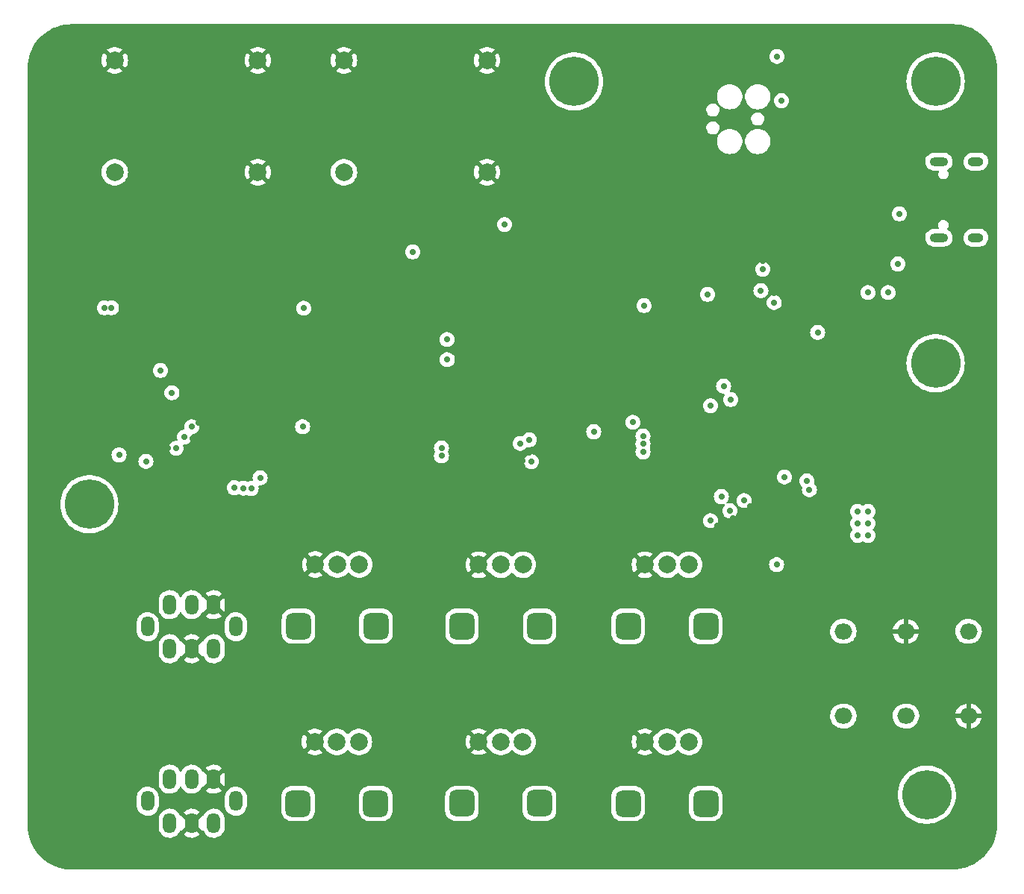
<source format=gbr>
%TF.GenerationSoftware,KiCad,Pcbnew,7.0.9*%
%TF.CreationDate,2023-12-29T23:30:02+01:00*%
%TF.ProjectId,guitar-pedal,67756974-6172-42d7-9065-64616c2e6b69,rev?*%
%TF.SameCoordinates,Original*%
%TF.FileFunction,Copper,L3,Inr*%
%TF.FilePolarity,Positive*%
%FSLAX46Y46*%
G04 Gerber Fmt 4.6, Leading zero omitted, Abs format (unit mm)*
G04 Created by KiCad (PCBNEW 7.0.9) date 2023-12-29 23:30:02*
%MOMM*%
%LPD*%
G01*
G04 APERTURE LIST*
G04 Aperture macros list*
%AMRoundRect*
0 Rectangle with rounded corners*
0 $1 Rounding radius*
0 $2 $3 $4 $5 $6 $7 $8 $9 X,Y pos of 4 corners*
0 Add a 4 corners polygon primitive as box body*
4,1,4,$2,$3,$4,$5,$6,$7,$8,$9,$2,$3,0*
0 Add four circle primitives for the rounded corners*
1,1,$1+$1,$2,$3*
1,1,$1+$1,$4,$5*
1,1,$1+$1,$6,$7*
1,1,$1+$1,$8,$9*
0 Add four rect primitives between the rounded corners*
20,1,$1+$1,$2,$3,$4,$5,0*
20,1,$1+$1,$4,$5,$6,$7,0*
20,1,$1+$1,$6,$7,$8,$9,0*
20,1,$1+$1,$8,$9,$2,$3,0*%
G04 Aperture macros list end*
%TA.AperFunction,ComponentPad*%
%ADD10RoundRect,0.700000X-0.700000X0.800000X-0.700000X-0.800000X0.700000X-0.800000X0.700000X0.800000X0*%
%TD*%
%TA.AperFunction,ComponentPad*%
%ADD11C,2.000000*%
%TD*%
%TA.AperFunction,ComponentPad*%
%ADD12C,5.600000*%
%TD*%
%TA.AperFunction,ComponentPad*%
%ADD13O,1.500000X2.300000*%
%TD*%
%TA.AperFunction,ComponentPad*%
%ADD14O,2.100000X1.000000*%
%TD*%
%TA.AperFunction,ComponentPad*%
%ADD15O,1.800000X1.000000*%
%TD*%
%TA.AperFunction,ComponentPad*%
%ADD16O,2.000000X1.800000*%
%TD*%
%TA.AperFunction,ViaPad*%
%ADD17C,0.700000*%
%TD*%
%TA.AperFunction,ViaPad*%
%ADD18C,0.800000*%
%TD*%
%TA.AperFunction,ViaPad*%
%ADD19C,0.500000*%
%TD*%
G04 APERTURE END LIST*
D10*
%TO.N,*%
%TO.C,RV404*%
X135487200Y-135988000D03*
X126687200Y-135988000D03*
D11*
%TO.N,+3V3*%
X133587200Y-128988000D03*
%TO.N,/Effect Controls/EFFECT2_KNOB0*%
X131087200Y-128988000D03*
%TO.N,GND*%
X128587200Y-128988000D03*
%TD*%
D10*
%TO.N,*%
%TO.C,RV405*%
X154068400Y-135977400D03*
X145268400Y-135977400D03*
D11*
%TO.N,+3V3*%
X152168400Y-128977400D03*
%TO.N,/Effect Controls/EFFECT2_KNOB1*%
X149668400Y-128977400D03*
%TO.N,GND*%
X147168400Y-128977400D03*
%TD*%
D12*
%TO.N,N/C*%
%TO.C,H105*%
X199000000Y-54000000D03*
%TD*%
D10*
%TO.N,*%
%TO.C,RV403*%
X172926800Y-115871200D03*
X164126800Y-115871200D03*
D11*
%TO.N,+3V3*%
X171026800Y-108871200D03*
%TO.N,/Effect Controls/EFFECT1_KNOB2*%
X168526800Y-108871200D03*
%TO.N,GND*%
X166026800Y-108871200D03*
%TD*%
D12*
%TO.N,N/C*%
%TO.C,H102*%
X199000000Y-86000000D03*
%TD*%
D11*
%TO.N,Net-(D601-A2)*%
%TO.C,J601*%
X131885000Y-64300000D03*
%TO.N,GND*%
X148115000Y-64300000D03*
X148115000Y-51600000D03*
X131885000Y-51600000D03*
%TD*%
D13*
%TO.N,GND*%
%TO.C,SW402*%
X117116400Y-113411400D03*
%TO.N,Net-(D401-A2)*%
X114616400Y-113411400D03*
%TO.N,+3V3*%
X112116400Y-113411400D03*
%TO.N,unconnected-(SW402-Pad4)*%
X117116400Y-118411400D03*
%TO.N,GND*%
X114616400Y-118411400D03*
%TO.N,Net-(D404-A1)*%
X112116400Y-118411400D03*
%TO.N,+3V3*%
X119616400Y-115911400D03*
%TO.N,Net-(SW402-L2)*%
X109616400Y-115911400D03*
%TD*%
D11*
%TO.N,Net-(D602-A2)*%
%TO.C,J602*%
X105885000Y-64300000D03*
%TO.N,GND*%
X122115000Y-64300000D03*
X122115000Y-51600000D03*
X105885000Y-51600000D03*
%TD*%
D13*
%TO.N,GND*%
%TO.C,SW403*%
X117116400Y-133223400D03*
%TO.N,Net-(D402-A2)*%
X114616400Y-133223400D03*
%TO.N,+3V3*%
X112116400Y-133223400D03*
%TO.N,unconnected-(SW403-Pad4)*%
X117116400Y-138223400D03*
%TO.N,GND*%
X114616400Y-138223400D03*
%TO.N,Net-(D405-A1)*%
X112116400Y-138223400D03*
%TO.N,+3V3*%
X119616400Y-135723400D03*
%TO.N,Net-(SW403-L2)*%
X109616400Y-135723400D03*
%TD*%
D12*
%TO.N,N/C*%
%TO.C,H104*%
X158000000Y-54000000D03*
%TD*%
D10*
%TO.N,*%
%TO.C,RV402*%
X154080000Y-115871200D03*
X145280000Y-115871200D03*
D11*
%TO.N,+3V3*%
X152180000Y-108871200D03*
%TO.N,/Effect Controls/EFFECT1_KNOB1*%
X149680000Y-108871200D03*
%TO.N,GND*%
X147180000Y-108871200D03*
%TD*%
D12*
%TO.N,N/C*%
%TO.C,H101*%
X103000000Y-102000000D03*
%TD*%
D14*
%TO.N,unconnected-(J501-SHIELD-PadS1)*%
%TO.C,J501*%
X199379400Y-71741400D03*
D15*
X203559400Y-71741400D03*
D14*
X199379400Y-63101400D03*
D15*
X203559400Y-63101400D03*
%TD*%
D10*
%TO.N,*%
%TO.C,RV401*%
X135526400Y-115859400D03*
X126726400Y-115859400D03*
D11*
%TO.N,+3V3*%
X133626400Y-108859400D03*
%TO.N,/Effect Controls/EFFECT1_KNOB0*%
X131126400Y-108859400D03*
%TO.N,GND*%
X128626400Y-108859400D03*
%TD*%
D16*
%TO.N,+3V3*%
%TO.C,SW401*%
X188542400Y-116445400D03*
%TO.N,Net-(D403-A2)*%
X188542400Y-126045400D03*
%TO.N,GND*%
X195642400Y-116445400D03*
%TO.N,+3V3*%
X195642400Y-126045400D03*
%TO.N,Net-(D403-A2)*%
X202742400Y-116445400D03*
%TO.N,GND*%
X202742400Y-126045400D03*
%TD*%
D10*
%TO.N,*%
%TO.C,RV406*%
X172926800Y-135988000D03*
X164126800Y-135988000D03*
D11*
%TO.N,+3V3*%
X171026800Y-128988000D03*
%TO.N,/Effect Controls/EFFECT2_KNOB2*%
X168526800Y-128988000D03*
%TO.N,GND*%
X166026800Y-128988000D03*
%TD*%
D12*
%TO.N,N/C*%
%TO.C,H103*%
X198000000Y-135000000D03*
%TD*%
D17*
%TO.N,VBUS*%
X194716400Y-74726800D03*
X194868800Y-69037200D03*
%TO.N,GND*%
X183794400Y-60452000D03*
X183286400Y-56083200D03*
D18*
X97500000Y-62500000D03*
D17*
X150774400Y-86969600D03*
D18*
X205000000Y-95000000D03*
D17*
X121920000Y-82804000D03*
D18*
X205000000Y-117500000D03*
X145000000Y-142500000D03*
X195000000Y-142500000D03*
X117500000Y-142500000D03*
X205000000Y-105000000D03*
D17*
X146862800Y-73558400D03*
D18*
X157500000Y-142500000D03*
X97500000Y-110000000D03*
D17*
X143662400Y-89934900D03*
X173685200Y-66598800D03*
D18*
X205000000Y-127500000D03*
X177500000Y-50000000D03*
X150000000Y-50000000D03*
X97500000Y-55000000D03*
X122500000Y-142500000D03*
X205000000Y-115000000D03*
D17*
X191871600Y-73558400D03*
D18*
X205000000Y-87500000D03*
X97500000Y-117500000D03*
D17*
X194106800Y-64820800D03*
D18*
X187500000Y-50000000D03*
D17*
X166979600Y-85648800D03*
D18*
X100000000Y-50000000D03*
D17*
X146862800Y-75844400D03*
D18*
X97500000Y-70000000D03*
X192500000Y-142500000D03*
X205000000Y-137500000D03*
X205000000Y-130000000D03*
X97500000Y-132500000D03*
D17*
X150825200Y-84124800D03*
X199632400Y-102489400D03*
X150774400Y-86156800D03*
D18*
X97500000Y-115000000D03*
D17*
X166979600Y-82550000D03*
X194462400Y-107289600D03*
X185369200Y-117195600D03*
D18*
X137500000Y-142500000D03*
X112500000Y-142500000D03*
X160000000Y-142500000D03*
X167500000Y-142500000D03*
X205000000Y-77500000D03*
D17*
X175980581Y-103596309D03*
D18*
X127500000Y-50000000D03*
X205000000Y-80000000D03*
D17*
X118008400Y-95554800D03*
D18*
X205000000Y-52500000D03*
X135000000Y-142500000D03*
X97500000Y-112500000D03*
X142500000Y-142500000D03*
X152500000Y-50000000D03*
D17*
X106984800Y-132638800D03*
D18*
X97500000Y-82500000D03*
X97500000Y-137500000D03*
D17*
X114706400Y-94538800D03*
X174201602Y-104425702D03*
D18*
X97500000Y-100000000D03*
D17*
X177698400Y-66649600D03*
D18*
X102500000Y-50000000D03*
D17*
X178917600Y-76555600D03*
D18*
X115000000Y-142500000D03*
X105000000Y-142500000D03*
X202500000Y-50000000D03*
X97500000Y-67500000D03*
D17*
X161848800Y-88747600D03*
X192704056Y-67173544D03*
D18*
X170000000Y-142500000D03*
X205000000Y-107500000D03*
X165000000Y-142500000D03*
X147500000Y-142500000D03*
X175000000Y-142500000D03*
D17*
X139496800Y-91236800D03*
X184353200Y-56083200D03*
D18*
X130000000Y-50000000D03*
D17*
X145491200Y-92506800D03*
X135991600Y-91897200D03*
D18*
X152500000Y-142500000D03*
X97500000Y-122500000D03*
X205000000Y-135000000D03*
D17*
X105816400Y-93624400D03*
D18*
X102500000Y-142500000D03*
D17*
X121818400Y-91846400D03*
D18*
X205000000Y-90000000D03*
D17*
X171805600Y-99568000D03*
X121920000Y-81381600D03*
X152908000Y-96113600D03*
D18*
X125000000Y-50000000D03*
X192500000Y-50000000D03*
D17*
X106883200Y-112522000D03*
X174345600Y-79654400D03*
D18*
X180000000Y-50000000D03*
D17*
X190804800Y-73558400D03*
X168554400Y-89611200D03*
D18*
X182500000Y-50000000D03*
D17*
X147980400Y-93065600D03*
D18*
X140000000Y-142500000D03*
D17*
X118059200Y-96977200D03*
D18*
X97500000Y-127500000D03*
D19*
X116941600Y-83261200D03*
D18*
X97500000Y-92500000D03*
X195000000Y-50000000D03*
X97500000Y-72500000D03*
X97500000Y-107500000D03*
D17*
X198729600Y-95046800D03*
D18*
X97500000Y-77500000D03*
X205000000Y-85000000D03*
X185000000Y-50000000D03*
X110000000Y-142500000D03*
X172500000Y-50000000D03*
X170000000Y-50000000D03*
X97500000Y-57500000D03*
X97500000Y-97500000D03*
X97500000Y-87500000D03*
X150000000Y-142500000D03*
X107500000Y-142500000D03*
D17*
X197866000Y-76962000D03*
D18*
X185000000Y-142500000D03*
D17*
X187096400Y-85648800D03*
D18*
X97500000Y-80000000D03*
X97500000Y-52500000D03*
X132500000Y-142500000D03*
X197500000Y-142500000D03*
X187500000Y-142500000D03*
D17*
X128320800Y-61772800D03*
X165760400Y-84378800D03*
D18*
X190000000Y-50000000D03*
D17*
X180695600Y-78028800D03*
X199136000Y-76962000D03*
D18*
X162500000Y-142500000D03*
D17*
X135280400Y-71526400D03*
D18*
X97500000Y-102500000D03*
X180000000Y-142500000D03*
D17*
X180695600Y-93573600D03*
D18*
X165000000Y-50000000D03*
X205000000Y-92500000D03*
X97500000Y-75000000D03*
D17*
X127355600Y-97434400D03*
X152146000Y-97078800D03*
X165963600Y-89662000D03*
D18*
X205000000Y-122500000D03*
D17*
X123647200Y-91948000D03*
D18*
X205000000Y-102500000D03*
X127500000Y-142500000D03*
X125000000Y-142500000D03*
X205000000Y-57500000D03*
X205000000Y-60000000D03*
D17*
X150672800Y-95199200D03*
X120142000Y-94335600D03*
X146862800Y-74726800D03*
D18*
X182500000Y-142500000D03*
D17*
X168402000Y-68224400D03*
D18*
X177500000Y-142500000D03*
X155000000Y-142500000D03*
X97500000Y-125000000D03*
D17*
X127000000Y-76606400D03*
X171805600Y-97434400D03*
X115391107Y-92781164D03*
D18*
X205000000Y-112500000D03*
X97500000Y-60000000D03*
D17*
X179374800Y-74421500D03*
D18*
X97500000Y-135000000D03*
D17*
X177928044Y-102236044D03*
X183286400Y-125120400D03*
X138226800Y-91897200D03*
X107318900Y-82368300D03*
D18*
X175000000Y-50000000D03*
X120000000Y-142500000D03*
X97500000Y-120000000D03*
X97500000Y-65000000D03*
X97500000Y-95000000D03*
X167500000Y-50000000D03*
X172500000Y-142500000D03*
D17*
X102565200Y-61722000D03*
D18*
X205000000Y-132500000D03*
X155000000Y-50000000D03*
X200000000Y-142500000D03*
X97500000Y-90000000D03*
X162500000Y-50000000D03*
D17*
X111912400Y-95656400D03*
X179933600Y-100990400D03*
D18*
X205000000Y-75000000D03*
X205000000Y-55000000D03*
X97500000Y-130000000D03*
D17*
X175158400Y-79197200D03*
X117043200Y-76403200D03*
D18*
X205000000Y-120000000D03*
X100000000Y-140000000D03*
X202500000Y-140000000D03*
X205000000Y-125000000D03*
D17*
X161798000Y-87325200D03*
D18*
X190000000Y-142500000D03*
X205000000Y-110000000D03*
X97500000Y-105000000D03*
X130000000Y-142500000D03*
D17*
X191871600Y-71475600D03*
X127050800Y-74422000D03*
D18*
X97500000Y-85000000D03*
X205000000Y-82500000D03*
X205000000Y-97500000D03*
D17*
%TO.N,+5V*%
X143560800Y-83312000D03*
X193598800Y-77978000D03*
X191312800Y-77978000D03*
X143611600Y-85598000D03*
X191312800Y-77978000D03*
X127203200Y-93218000D03*
%TO.N,+3.3VA*%
X119430800Y-100126800D03*
X139700000Y-73355200D03*
X127304800Y-79756000D03*
X105511600Y-79705200D03*
X111048800Y-86817200D03*
X150114000Y-70256400D03*
X120446800Y-100177600D03*
X122377200Y-99009200D03*
X112369600Y-89357200D03*
X142951200Y-96520000D03*
X104698800Y-79705200D03*
X121361200Y-100228400D03*
X142951200Y-95605600D03*
%TO.N,+3V3*%
X190144400Y-102819200D03*
X181000400Y-51155600D03*
X164642800Y-92710000D03*
X180968200Y-108871200D03*
X190176900Y-105544100D03*
X173126400Y-78181200D03*
X160223200Y-93776800D03*
X174701200Y-101142800D03*
X181864000Y-98907600D03*
X181508400Y-56184800D03*
X191312800Y-104190800D03*
X191312800Y-102819200D03*
X191312800Y-105562400D03*
X185623200Y-82499200D03*
X190144400Y-104190800D03*
X165912800Y-79451200D03*
%TO.N,/Effect Controls/EFFECT1_KNOB0*%
X174955200Y-88595200D03*
X165810834Y-95165366D03*
%TO.N,/Effect Controls/EFFECT1_KNOB1*%
X175768000Y-90119200D03*
X165813266Y-96064866D03*
%TO.N,/Effect Controls/EFFECT1_EN*%
X165811231Y-94265864D03*
X173482000Y-90830400D03*
%TO.N,/Data Converters/ADC_SCLK*%
X151892000Y-95097600D03*
X179374800Y-75336400D03*
%TO.N,/Data Converters/DAC_MOSI*%
X177292000Y-101600000D03*
X114604800Y-93218000D03*
%TO.N,/Data Converters/DAC_SCLK*%
X113792000Y-94386400D03*
X175655767Y-102757500D03*
%TO.N,/Data Converters/DAC_CS*%
X173482000Y-103886000D03*
X112826800Y-95656400D03*
%TO.N,/Data Converters/DAC_NLDAC*%
X184404000Y-99364800D03*
X109423200Y-97129600D03*
%TO.N,/Data Converters/DAC_NCLR*%
X184683400Y-100355400D03*
X106375200Y-96418400D03*
%TO.N,/Data Converters/ADC_NCS*%
X180691400Y-79095600D03*
X153162000Y-97180400D03*
%TO.N,/Data Converters/ADC_MISO*%
X179181399Y-77753481D03*
X152918400Y-94691200D03*
%TD*%
%TA.AperFunction,Conductor*%
%TO.N,GND*%
G36*
X201376705Y-47511870D02*
G01*
X201381778Y-47512290D01*
X201786760Y-47562771D01*
X201791790Y-47563611D01*
X202191205Y-47647358D01*
X202196162Y-47648614D01*
X202587304Y-47765063D01*
X202592111Y-47766714D01*
X202972310Y-47915067D01*
X202976968Y-47917111D01*
X203343597Y-48096346D01*
X203348092Y-48098778D01*
X203698674Y-48307679D01*
X203702953Y-48310475D01*
X204035084Y-48547613D01*
X204039107Y-48550744D01*
X204350520Y-48814497D01*
X204354270Y-48817949D01*
X204642849Y-49106528D01*
X204646303Y-49110281D01*
X204910052Y-49421689D01*
X204913189Y-49425718D01*
X205027798Y-49586238D01*
X205150321Y-49757842D01*
X205153125Y-49762133D01*
X205362021Y-50112707D01*
X205364458Y-50117210D01*
X205510032Y-50414987D01*
X205543680Y-50483814D01*
X205545736Y-50488501D01*
X205670315Y-50807770D01*
X205694079Y-50868671D01*
X205695740Y-50873510D01*
X205720204Y-50955679D01*
X205812184Y-51264635D01*
X205813443Y-51269605D01*
X205897186Y-51668997D01*
X205898030Y-51674054D01*
X205948507Y-52079003D01*
X205948930Y-52084112D01*
X205965900Y-52494401D01*
X205963966Y-138463968D01*
X205963626Y-138465124D01*
X205963860Y-138467026D01*
X205946999Y-138874755D01*
X205946576Y-138879864D01*
X205896101Y-139284815D01*
X205895257Y-139289871D01*
X205811515Y-139689265D01*
X205810259Y-139694225D01*
X205693820Y-140085347D01*
X205692155Y-140090196D01*
X205647773Y-140203936D01*
X205602769Y-140319276D01*
X205543819Y-140470352D01*
X205541759Y-140475046D01*
X205362532Y-140841666D01*
X205360092Y-140846175D01*
X205151197Y-141196746D01*
X205148393Y-141201037D01*
X204911281Y-141533134D01*
X204908132Y-141537180D01*
X204644380Y-141848593D01*
X204640908Y-141852365D01*
X204352365Y-142140908D01*
X204348593Y-142144380D01*
X204037180Y-142408132D01*
X204033134Y-142411281D01*
X203701037Y-142648393D01*
X203696746Y-142651197D01*
X203346175Y-142860092D01*
X203341666Y-142862532D01*
X202975046Y-143041759D01*
X202970353Y-143043818D01*
X202879319Y-143079340D01*
X202590196Y-143192155D01*
X202585352Y-143193818D01*
X202194225Y-143310259D01*
X202189265Y-143311515D01*
X201789871Y-143395257D01*
X201784815Y-143396101D01*
X201379864Y-143446576D01*
X201374755Y-143446999D01*
X200964466Y-143463966D01*
X200963313Y-143463966D01*
X200903428Y-143496666D01*
X200877070Y-143499500D01*
X101000000Y-143499500D01*
X100589712Y-143482530D01*
X100584603Y-143482107D01*
X100179654Y-143431630D01*
X100174597Y-143430786D01*
X99775205Y-143347043D01*
X99770235Y-143345784D01*
X99534076Y-143275476D01*
X99379110Y-143229340D01*
X99374271Y-143227679D01*
X98994101Y-143079336D01*
X98989419Y-143077282D01*
X98622810Y-142898058D01*
X98618307Y-142895621D01*
X98267733Y-142686725D01*
X98263442Y-142683921D01*
X98213682Y-142648393D01*
X97931318Y-142446789D01*
X97927289Y-142443652D01*
X97615881Y-142179903D01*
X97612128Y-142176449D01*
X97323549Y-141887870D01*
X97320097Y-141884120D01*
X97056344Y-141572707D01*
X97053213Y-141568684D01*
X96816075Y-141236553D01*
X96813274Y-141232266D01*
X96604378Y-140881692D01*
X96601946Y-140877197D01*
X96422711Y-140510568D01*
X96420667Y-140505910D01*
X96272314Y-140125711D01*
X96270663Y-140120904D01*
X96154214Y-139729762D01*
X96152958Y-139724805D01*
X96069211Y-139325390D01*
X96068371Y-139320360D01*
X96017890Y-138915378D01*
X96017470Y-138910305D01*
X96007926Y-138679551D01*
X110865900Y-138679551D01*
X110881022Y-138847586D01*
X110881023Y-138847592D01*
X110940903Y-139064560D01*
X110940908Y-139064573D01*
X111038567Y-139267366D01*
X111038571Y-139267374D01*
X111170873Y-139449472D01*
X111170874Y-139449474D01*
X111333576Y-139605033D01*
X111521433Y-139729036D01*
X111728404Y-139817500D01*
X111728407Y-139817501D01*
X111728412Y-139817503D01*
X111947863Y-139867591D01*
X112172730Y-139877690D01*
X112395787Y-139847475D01*
X112609864Y-139777917D01*
X112808081Y-139671252D01*
X112984066Y-139530908D01*
X113132165Y-139361396D01*
X113247615Y-139168164D01*
X113265980Y-139119229D01*
X113307965Y-139063382D01*
X113373479Y-139039098D01*
X113413719Y-139042906D01*
X113437155Y-139049091D01*
X114133323Y-138352923D01*
X114156907Y-138433244D01*
X114234639Y-138554198D01*
X114343300Y-138648352D01*
X114474085Y-138708080D01*
X114483866Y-138709486D01*
X113708548Y-139484802D01*
X113833889Y-139604640D01*
X114021666Y-139728591D01*
X114228569Y-139817024D01*
X114228578Y-139817027D01*
X114447924Y-139867091D01*
X114447935Y-139867093D01*
X114672703Y-139877187D01*
X114895678Y-139846983D01*
X115109668Y-139777454D01*
X115307801Y-139670834D01*
X115307804Y-139670832D01*
X115483719Y-139530545D01*
X115523947Y-139484500D01*
X114748933Y-138709486D01*
X114758715Y-138708080D01*
X114889500Y-138648352D01*
X114998161Y-138554198D01*
X115075893Y-138433244D01*
X115099476Y-138352924D01*
X115792825Y-139046273D01*
X115823407Y-139039654D01*
X115893094Y-139044709D01*
X115948985Y-139086637D01*
X115961362Y-139107046D01*
X116038567Y-139267366D01*
X116038571Y-139267374D01*
X116170873Y-139449472D01*
X116170874Y-139449474D01*
X116333576Y-139605033D01*
X116521433Y-139729036D01*
X116728404Y-139817500D01*
X116728407Y-139817501D01*
X116728412Y-139817503D01*
X116947863Y-139867591D01*
X117172730Y-139877690D01*
X117395787Y-139847475D01*
X117609864Y-139777917D01*
X117808081Y-139671252D01*
X117984066Y-139530908D01*
X118132165Y-139361396D01*
X118247615Y-139168164D01*
X118326707Y-138957424D01*
X118366900Y-138735947D01*
X118366900Y-137767245D01*
X118351777Y-137599212D01*
X118351776Y-137599207D01*
X118291896Y-137382239D01*
X118291891Y-137382226D01*
X118194232Y-137179433D01*
X118194228Y-137179425D01*
X118061926Y-136997327D01*
X118061925Y-136997325D01*
X117899223Y-136841766D01*
X117711366Y-136717763D01*
X117504395Y-136629299D01*
X117504382Y-136629295D01*
X117284942Y-136579210D01*
X117284938Y-136579209D01*
X117284937Y-136579209D01*
X117284936Y-136579208D01*
X117284931Y-136579208D01*
X117060074Y-136569110D01*
X117060073Y-136569110D01*
X117060070Y-136569110D01*
X116837013Y-136599325D01*
X116837010Y-136599325D01*
X116837009Y-136599326D01*
X116622934Y-136668883D01*
X116424721Y-136775546D01*
X116424718Y-136775548D01*
X116248736Y-136915889D01*
X116174979Y-137000311D01*
X116100635Y-137085404D01*
X116067199Y-137141365D01*
X115985187Y-137278631D01*
X115966820Y-137327570D01*
X115924834Y-137383417D01*
X115859319Y-137407700D01*
X115819084Y-137403893D01*
X115795645Y-137397706D01*
X115099476Y-138093875D01*
X115075893Y-138013556D01*
X114998161Y-137892602D01*
X114889500Y-137798448D01*
X114758715Y-137738720D01*
X114748934Y-137737313D01*
X115524250Y-136961996D01*
X115398910Y-136842159D01*
X115211133Y-136718208D01*
X115004230Y-136629775D01*
X115004221Y-136629772D01*
X114784875Y-136579708D01*
X114784864Y-136579706D01*
X114560096Y-136569612D01*
X114337121Y-136599816D01*
X114123131Y-136669345D01*
X113924998Y-136775965D01*
X113924995Y-136775967D01*
X113749080Y-136916254D01*
X113708852Y-136962299D01*
X114483866Y-137737313D01*
X114474085Y-137738720D01*
X114343300Y-137798448D01*
X114234639Y-137892602D01*
X114156907Y-138013556D01*
X114133323Y-138093875D01*
X113439972Y-137400524D01*
X113409391Y-137407144D01*
X113339704Y-137402088D01*
X113283814Y-137360160D01*
X113271437Y-137339752D01*
X113194232Y-137179433D01*
X113194228Y-137179425D01*
X113061926Y-136997327D01*
X113061925Y-136997325D01*
X112899223Y-136841766D01*
X112711366Y-136717763D01*
X112504395Y-136629299D01*
X112504382Y-136629295D01*
X112284942Y-136579210D01*
X112284938Y-136579209D01*
X112284937Y-136579209D01*
X112284936Y-136579208D01*
X112284931Y-136579208D01*
X112060074Y-136569110D01*
X112060073Y-136569110D01*
X112060070Y-136569110D01*
X111837013Y-136599325D01*
X111837010Y-136599325D01*
X111837009Y-136599326D01*
X111622934Y-136668883D01*
X111424721Y-136775546D01*
X111424718Y-136775548D01*
X111248736Y-136915889D01*
X111174979Y-137000311D01*
X111100635Y-137085404D01*
X111055747Y-137160535D01*
X110985187Y-137278632D01*
X110985186Y-137278634D01*
X110906092Y-137489376D01*
X110865900Y-137710850D01*
X110865900Y-138679551D01*
X96007926Y-138679551D01*
X96000606Y-138502561D01*
X96000817Y-138501714D01*
X96000500Y-138499511D01*
X96000079Y-136179551D01*
X108365900Y-136179551D01*
X108381022Y-136347586D01*
X108381023Y-136347592D01*
X108440903Y-136564560D01*
X108440908Y-136564573D01*
X108538567Y-136767366D01*
X108538571Y-136767374D01*
X108670873Y-136949472D01*
X108670874Y-136949474D01*
X108670877Y-136949477D01*
X108670878Y-136949478D01*
X108676201Y-136954567D01*
X108833576Y-137105033D01*
X109021433Y-137229036D01*
X109228404Y-137317500D01*
X109228407Y-137317501D01*
X109228412Y-137317503D01*
X109447863Y-137367591D01*
X109672730Y-137377690D01*
X109895787Y-137347475D01*
X110109864Y-137277917D01*
X110308081Y-137171252D01*
X110484066Y-137030908D01*
X110632165Y-136861396D01*
X110747615Y-136668164D01*
X110826707Y-136457424D01*
X110866900Y-136235947D01*
X110866900Y-136179551D01*
X118365900Y-136179551D01*
X118381022Y-136347586D01*
X118381023Y-136347592D01*
X118440903Y-136564560D01*
X118440908Y-136564573D01*
X118538567Y-136767366D01*
X118538571Y-136767374D01*
X118670873Y-136949472D01*
X118670874Y-136949474D01*
X118670877Y-136949477D01*
X118670878Y-136949478D01*
X118676201Y-136954567D01*
X118833576Y-137105033D01*
X119021433Y-137229036D01*
X119228404Y-137317500D01*
X119228407Y-137317501D01*
X119228412Y-137317503D01*
X119447863Y-137367591D01*
X119672730Y-137377690D01*
X119895787Y-137347475D01*
X120109864Y-137277917D01*
X120308081Y-137171252D01*
X120484066Y-137030908D01*
X120631559Y-136862090D01*
X124786700Y-136862090D01*
X124793118Y-136954561D01*
X124793120Y-136954577D01*
X124844054Y-137171135D01*
X124844060Y-137171151D01*
X124933921Y-137374668D01*
X125059657Y-137558220D01*
X125059662Y-137558226D01*
X125216973Y-137715537D01*
X125216979Y-137715542D01*
X125400529Y-137841277D01*
X125400530Y-137841277D01*
X125400531Y-137841278D01*
X125566873Y-137914724D01*
X125604057Y-137931143D01*
X125604061Y-137931144D01*
X125604064Y-137931145D01*
X125820622Y-137982079D01*
X125820627Y-137982079D01*
X125820633Y-137982081D01*
X125913108Y-137988500D01*
X125913110Y-137988500D01*
X127461290Y-137988500D01*
X127461292Y-137988500D01*
X127553767Y-137982081D01*
X127553773Y-137982079D01*
X127553777Y-137982079D01*
X127770335Y-137931145D01*
X127770335Y-137931144D01*
X127770343Y-137931143D01*
X127973871Y-137841277D01*
X128157421Y-137715542D01*
X128314742Y-137558221D01*
X128440477Y-137374671D01*
X128530343Y-137171143D01*
X128550509Y-137085403D01*
X128581279Y-136954577D01*
X128581279Y-136954573D01*
X128581281Y-136954567D01*
X128587700Y-136862092D01*
X128587700Y-136862090D01*
X133586700Y-136862090D01*
X133593118Y-136954561D01*
X133593120Y-136954577D01*
X133644054Y-137171135D01*
X133644060Y-137171151D01*
X133733921Y-137374668D01*
X133859657Y-137558220D01*
X133859662Y-137558226D01*
X134016973Y-137715537D01*
X134016979Y-137715542D01*
X134200529Y-137841277D01*
X134200530Y-137841277D01*
X134200531Y-137841278D01*
X134366873Y-137914724D01*
X134404057Y-137931143D01*
X134404061Y-137931144D01*
X134404064Y-137931145D01*
X134620622Y-137982079D01*
X134620627Y-137982079D01*
X134620633Y-137982081D01*
X134713108Y-137988500D01*
X134713110Y-137988500D01*
X136261290Y-137988500D01*
X136261292Y-137988500D01*
X136353767Y-137982081D01*
X136353773Y-137982079D01*
X136353777Y-137982079D01*
X136570335Y-137931145D01*
X136570335Y-137931144D01*
X136570343Y-137931143D01*
X136773871Y-137841277D01*
X136957421Y-137715542D01*
X137114742Y-137558221D01*
X137240477Y-137374671D01*
X137330343Y-137171143D01*
X137350509Y-137085403D01*
X137381279Y-136954577D01*
X137381279Y-136954573D01*
X137381281Y-136954567D01*
X137387700Y-136862092D01*
X137387700Y-136851492D01*
X143367900Y-136851492D01*
X143368636Y-136862090D01*
X143374318Y-136943961D01*
X143374320Y-136943977D01*
X143425254Y-137160535D01*
X143425260Y-137160551D01*
X143515121Y-137364068D01*
X143515122Y-137364070D01*
X143515123Y-137364071D01*
X143527562Y-137382230D01*
X143640857Y-137547620D01*
X143640862Y-137547626D01*
X143798173Y-137704937D01*
X143798179Y-137704942D01*
X143981729Y-137830677D01*
X144185257Y-137920543D01*
X144185261Y-137920544D01*
X144185264Y-137920545D01*
X144401822Y-137971479D01*
X144401827Y-137971479D01*
X144401833Y-137971481D01*
X144494308Y-137977900D01*
X144494310Y-137977900D01*
X146042490Y-137977900D01*
X146042492Y-137977900D01*
X146134967Y-137971481D01*
X146134973Y-137971479D01*
X146134977Y-137971479D01*
X146351535Y-137920545D01*
X146351535Y-137920544D01*
X146351543Y-137920543D01*
X146555071Y-137830677D01*
X146738621Y-137704942D01*
X146895942Y-137547621D01*
X147021677Y-137364071D01*
X147111543Y-137160543D01*
X147124599Y-137105032D01*
X147162479Y-136943977D01*
X147162479Y-136943973D01*
X147162481Y-136943967D01*
X147168900Y-136851492D01*
X152167900Y-136851492D01*
X152168636Y-136862090D01*
X152174318Y-136943961D01*
X152174320Y-136943977D01*
X152225254Y-137160535D01*
X152225260Y-137160551D01*
X152315121Y-137364068D01*
X152315122Y-137364070D01*
X152315123Y-137364071D01*
X152327562Y-137382230D01*
X152440857Y-137547620D01*
X152440862Y-137547626D01*
X152598173Y-137704937D01*
X152598179Y-137704942D01*
X152781729Y-137830677D01*
X152985257Y-137920543D01*
X152985261Y-137920544D01*
X152985264Y-137920545D01*
X153201822Y-137971479D01*
X153201827Y-137971479D01*
X153201833Y-137971481D01*
X153294308Y-137977900D01*
X153294310Y-137977900D01*
X154842490Y-137977900D01*
X154842492Y-137977900D01*
X154934967Y-137971481D01*
X154934973Y-137971479D01*
X154934977Y-137971479D01*
X155151535Y-137920545D01*
X155151535Y-137920544D01*
X155151543Y-137920543D01*
X155355071Y-137830677D01*
X155538621Y-137704942D01*
X155695942Y-137547621D01*
X155821677Y-137364071D01*
X155911543Y-137160543D01*
X155924599Y-137105032D01*
X155962479Y-136943977D01*
X155962479Y-136943973D01*
X155962481Y-136943967D01*
X155968164Y-136862090D01*
X162226300Y-136862090D01*
X162232718Y-136954561D01*
X162232720Y-136954577D01*
X162283654Y-137171135D01*
X162283660Y-137171151D01*
X162373521Y-137374668D01*
X162499257Y-137558220D01*
X162499262Y-137558226D01*
X162656573Y-137715537D01*
X162656579Y-137715542D01*
X162840129Y-137841277D01*
X162840130Y-137841277D01*
X162840131Y-137841278D01*
X163006473Y-137914724D01*
X163043657Y-137931143D01*
X163043661Y-137931144D01*
X163043664Y-137931145D01*
X163260222Y-137982079D01*
X163260227Y-137982079D01*
X163260233Y-137982081D01*
X163352708Y-137988500D01*
X163352710Y-137988500D01*
X164900890Y-137988500D01*
X164900892Y-137988500D01*
X164993367Y-137982081D01*
X164993373Y-137982079D01*
X164993377Y-137982079D01*
X165209935Y-137931145D01*
X165209935Y-137931144D01*
X165209943Y-137931143D01*
X165413471Y-137841277D01*
X165597021Y-137715542D01*
X165754342Y-137558221D01*
X165880077Y-137374671D01*
X165969943Y-137171143D01*
X165990109Y-137085403D01*
X166020879Y-136954577D01*
X166020879Y-136954573D01*
X166020881Y-136954567D01*
X166027300Y-136862092D01*
X166027300Y-136862090D01*
X171026300Y-136862090D01*
X171032718Y-136954561D01*
X171032720Y-136954577D01*
X171083654Y-137171135D01*
X171083660Y-137171151D01*
X171173521Y-137374668D01*
X171299257Y-137558220D01*
X171299262Y-137558226D01*
X171456573Y-137715537D01*
X171456579Y-137715542D01*
X171640129Y-137841277D01*
X171640130Y-137841277D01*
X171640131Y-137841278D01*
X171806473Y-137914724D01*
X171843657Y-137931143D01*
X171843661Y-137931144D01*
X171843664Y-137931145D01*
X172060222Y-137982079D01*
X172060227Y-137982079D01*
X172060233Y-137982081D01*
X172152708Y-137988500D01*
X172152710Y-137988500D01*
X173700890Y-137988500D01*
X173700892Y-137988500D01*
X173793367Y-137982081D01*
X173793373Y-137982079D01*
X173793377Y-137982079D01*
X174009935Y-137931145D01*
X174009935Y-137931144D01*
X174009943Y-137931143D01*
X174213471Y-137841277D01*
X174397021Y-137715542D01*
X174554342Y-137558221D01*
X174680077Y-137374671D01*
X174769943Y-137171143D01*
X174790109Y-137085403D01*
X174820879Y-136954577D01*
X174820879Y-136954573D01*
X174820881Y-136954567D01*
X174827300Y-136862092D01*
X174827300Y-135113908D01*
X174820881Y-135021433D01*
X174820879Y-135021427D01*
X174820879Y-135021422D01*
X174815841Y-135000002D01*
X194694652Y-135000002D01*
X194714028Y-135357368D01*
X194714029Y-135357385D01*
X194771926Y-135710539D01*
X194771932Y-135710565D01*
X194867672Y-136055392D01*
X194867674Y-136055399D01*
X195000142Y-136387870D01*
X195000151Y-136387888D01*
X195167784Y-136704077D01*
X195167787Y-136704082D01*
X195167789Y-136704085D01*
X195366610Y-136997325D01*
X195368634Y-137000309D01*
X195368641Y-137000319D01*
X195600331Y-137273085D01*
X195600332Y-137273086D01*
X195860163Y-137519211D01*
X196145081Y-137735800D01*
X196451747Y-137920315D01*
X196451749Y-137920316D01*
X196451751Y-137920317D01*
X196451755Y-137920319D01*
X196599127Y-137988500D01*
X196776565Y-138070591D01*
X197115726Y-138184868D01*
X197465254Y-138261805D01*
X197821052Y-138300500D01*
X197821058Y-138300500D01*
X198178942Y-138300500D01*
X198178948Y-138300500D01*
X198534746Y-138261805D01*
X198884274Y-138184868D01*
X199223435Y-138070591D01*
X199548253Y-137920315D01*
X199854919Y-137735800D01*
X200139837Y-137519211D01*
X200399668Y-137273086D01*
X200631365Y-137000311D01*
X200832211Y-136704085D01*
X200999853Y-136387880D01*
X201132324Y-136055403D01*
X201228071Y-135710552D01*
X201285972Y-135357371D01*
X201305348Y-135000000D01*
X201285972Y-134642629D01*
X201279808Y-134605033D01*
X201228073Y-134289460D01*
X201228072Y-134289459D01*
X201228071Y-134289448D01*
X201183606Y-134129299D01*
X201132327Y-133944607D01*
X201132325Y-133944600D01*
X200999857Y-133612129D01*
X200999848Y-133612111D01*
X200981208Y-133576953D01*
X200832211Y-133295915D01*
X200631365Y-132999689D01*
X200631361Y-132999684D01*
X200631358Y-132999680D01*
X200399668Y-132726914D01*
X200382709Y-132710850D01*
X200139837Y-132480789D01*
X200139830Y-132480783D01*
X200139827Y-132480781D01*
X200072245Y-132429407D01*
X199854919Y-132264200D01*
X199548253Y-132079685D01*
X199548252Y-132079684D01*
X199548248Y-132079682D01*
X199548244Y-132079680D01*
X199223447Y-131929414D01*
X199223441Y-131929411D01*
X199223435Y-131929409D01*
X199053854Y-131872270D01*
X198884273Y-131815131D01*
X198534744Y-131738194D01*
X198178949Y-131699500D01*
X198178948Y-131699500D01*
X197821052Y-131699500D01*
X197821050Y-131699500D01*
X197465255Y-131738194D01*
X197115726Y-131815131D01*
X196859970Y-131901306D01*
X196776565Y-131929409D01*
X196776563Y-131929410D01*
X196776552Y-131929414D01*
X196451755Y-132079680D01*
X196451751Y-132079682D01*
X196223367Y-132217096D01*
X196145081Y-132264200D01*
X196056768Y-132331333D01*
X195860172Y-132480781D01*
X195860163Y-132480789D01*
X195600331Y-132726914D01*
X195368641Y-132999680D01*
X195368634Y-132999690D01*
X195167790Y-133295913D01*
X195167784Y-133295922D01*
X195000151Y-133612111D01*
X195000142Y-133612129D01*
X194867674Y-133944600D01*
X194867672Y-133944607D01*
X194771932Y-134289434D01*
X194771926Y-134289460D01*
X194714029Y-134642614D01*
X194714028Y-134642631D01*
X194694652Y-134999997D01*
X194694652Y-135000002D01*
X174815841Y-135000002D01*
X174769945Y-134804864D01*
X174769944Y-134804861D01*
X174769943Y-134804857D01*
X174714563Y-134679433D01*
X174680078Y-134601331D01*
X174672815Y-134590729D01*
X174554342Y-134417779D01*
X174554337Y-134417773D01*
X174397026Y-134260462D01*
X174397020Y-134260457D01*
X174213468Y-134134721D01*
X174009951Y-134044860D01*
X174009935Y-134044854D01*
X173793377Y-133993920D01*
X173793361Y-133993918D01*
X173718661Y-133988733D01*
X173700892Y-133987500D01*
X172152708Y-133987500D01*
X172136496Y-133988625D01*
X172060238Y-133993918D01*
X172060222Y-133993920D01*
X171843664Y-134044854D01*
X171843648Y-134044860D01*
X171640131Y-134134721D01*
X171456579Y-134260457D01*
X171456573Y-134260462D01*
X171299262Y-134417773D01*
X171299257Y-134417779D01*
X171173521Y-134601331D01*
X171083660Y-134804848D01*
X171083654Y-134804864D01*
X171032720Y-135021422D01*
X171032718Y-135021438D01*
X171026300Y-135113910D01*
X171026300Y-136862090D01*
X166027300Y-136862090D01*
X166027300Y-135113908D01*
X166020881Y-135021433D01*
X166020879Y-135021427D01*
X166020879Y-135021422D01*
X165969945Y-134804864D01*
X165969944Y-134804861D01*
X165969943Y-134804857D01*
X165914563Y-134679433D01*
X165880078Y-134601331D01*
X165872815Y-134590729D01*
X165754342Y-134417779D01*
X165754337Y-134417773D01*
X165597026Y-134260462D01*
X165597020Y-134260457D01*
X165413468Y-134134721D01*
X165209951Y-134044860D01*
X165209935Y-134044854D01*
X164993377Y-133993920D01*
X164993361Y-133993918D01*
X164918661Y-133988733D01*
X164900892Y-133987500D01*
X163352708Y-133987500D01*
X163336496Y-133988625D01*
X163260238Y-133993918D01*
X163260222Y-133993920D01*
X163043664Y-134044854D01*
X163043648Y-134044860D01*
X162840131Y-134134721D01*
X162656579Y-134260457D01*
X162656573Y-134260462D01*
X162499262Y-134417773D01*
X162499257Y-134417779D01*
X162373521Y-134601331D01*
X162283660Y-134804848D01*
X162283654Y-134804864D01*
X162232720Y-135021422D01*
X162232718Y-135021438D01*
X162226300Y-135113910D01*
X162226300Y-136862090D01*
X155968164Y-136862090D01*
X155968900Y-136851492D01*
X155968900Y-135103308D01*
X155962481Y-135010833D01*
X155962479Y-135010827D01*
X155962479Y-135010822D01*
X155911545Y-134794264D01*
X155911544Y-134794261D01*
X155911543Y-134794257D01*
X155882549Y-134728591D01*
X155821678Y-134590731D01*
X155818028Y-134585403D01*
X155695942Y-134407179D01*
X155695937Y-134407173D01*
X155538626Y-134249862D01*
X155538620Y-134249857D01*
X155355068Y-134124121D01*
X155151551Y-134034260D01*
X155151535Y-134034254D01*
X154934977Y-133983320D01*
X154934961Y-133983318D01*
X154860261Y-133978133D01*
X154842492Y-133976900D01*
X153294308Y-133976900D01*
X153278096Y-133978025D01*
X153201838Y-133983318D01*
X153201822Y-133983320D01*
X152985264Y-134034254D01*
X152985248Y-134034260D01*
X152781731Y-134124121D01*
X152598179Y-134249857D01*
X152598173Y-134249862D01*
X152440862Y-134407173D01*
X152440857Y-134407179D01*
X152315121Y-134590731D01*
X152225260Y-134794248D01*
X152225254Y-134794264D01*
X152174320Y-135010822D01*
X152174318Y-135010838D01*
X152169025Y-135087096D01*
X152167900Y-135103308D01*
X152167900Y-136851492D01*
X147168900Y-136851492D01*
X147168900Y-135103308D01*
X147162481Y-135010833D01*
X147162479Y-135010827D01*
X147162479Y-135010822D01*
X147111545Y-134794264D01*
X147111544Y-134794261D01*
X147111543Y-134794257D01*
X147082549Y-134728591D01*
X147021678Y-134590731D01*
X147018028Y-134585403D01*
X146895942Y-134407179D01*
X146895937Y-134407173D01*
X146738626Y-134249862D01*
X146738620Y-134249857D01*
X146555068Y-134124121D01*
X146351551Y-134034260D01*
X146351535Y-134034254D01*
X146134977Y-133983320D01*
X146134961Y-133983318D01*
X146060261Y-133978133D01*
X146042492Y-133976900D01*
X144494308Y-133976900D01*
X144478096Y-133978025D01*
X144401838Y-133983318D01*
X144401822Y-133983320D01*
X144185264Y-134034254D01*
X144185248Y-134034260D01*
X143981731Y-134124121D01*
X143798179Y-134249857D01*
X143798173Y-134249862D01*
X143640862Y-134407173D01*
X143640857Y-134407179D01*
X143515121Y-134590731D01*
X143425260Y-134794248D01*
X143425254Y-134794264D01*
X143374320Y-135010822D01*
X143374318Y-135010838D01*
X143369025Y-135087096D01*
X143367900Y-135103308D01*
X143367900Y-136851492D01*
X137387700Y-136851492D01*
X137387700Y-135113908D01*
X137381281Y-135021433D01*
X137381279Y-135021427D01*
X137381279Y-135021422D01*
X137330345Y-134804864D01*
X137330344Y-134804861D01*
X137330343Y-134804857D01*
X137274963Y-134679433D01*
X137240478Y-134601331D01*
X137233215Y-134590729D01*
X137114742Y-134417779D01*
X137114737Y-134417773D01*
X136957426Y-134260462D01*
X136957420Y-134260457D01*
X136773868Y-134134721D01*
X136570351Y-134044860D01*
X136570335Y-134044854D01*
X136353777Y-133993920D01*
X136353761Y-133993918D01*
X136279061Y-133988733D01*
X136261292Y-133987500D01*
X134713108Y-133987500D01*
X134696896Y-133988625D01*
X134620638Y-133993918D01*
X134620622Y-133993920D01*
X134404064Y-134044854D01*
X134404048Y-134044860D01*
X134200531Y-134134721D01*
X134016979Y-134260457D01*
X134016973Y-134260462D01*
X133859662Y-134417773D01*
X133859657Y-134417779D01*
X133733921Y-134601331D01*
X133644060Y-134804848D01*
X133644054Y-134804864D01*
X133593120Y-135021422D01*
X133593118Y-135021438D01*
X133586700Y-135113910D01*
X133586700Y-136862090D01*
X128587700Y-136862090D01*
X128587700Y-135113908D01*
X128581281Y-135021433D01*
X128581279Y-135021427D01*
X128581279Y-135021422D01*
X128530345Y-134804864D01*
X128530344Y-134804861D01*
X128530343Y-134804857D01*
X128474963Y-134679433D01*
X128440478Y-134601331D01*
X128433215Y-134590729D01*
X128314742Y-134417779D01*
X128314737Y-134417773D01*
X128157426Y-134260462D01*
X128157420Y-134260457D01*
X127973868Y-134134721D01*
X127770351Y-134044860D01*
X127770335Y-134044854D01*
X127553777Y-133993920D01*
X127553761Y-133993918D01*
X127479061Y-133988733D01*
X127461292Y-133987500D01*
X125913108Y-133987500D01*
X125896896Y-133988625D01*
X125820638Y-133993918D01*
X125820622Y-133993920D01*
X125604064Y-134044854D01*
X125604048Y-134044860D01*
X125400531Y-134134721D01*
X125216979Y-134260457D01*
X125216973Y-134260462D01*
X125059662Y-134417773D01*
X125059657Y-134417779D01*
X124933921Y-134601331D01*
X124844060Y-134804848D01*
X124844054Y-134804864D01*
X124793120Y-135021422D01*
X124793118Y-135021438D01*
X124786700Y-135113910D01*
X124786700Y-136862090D01*
X120631559Y-136862090D01*
X120632165Y-136861396D01*
X120747615Y-136668164D01*
X120826707Y-136457424D01*
X120866900Y-136235947D01*
X120866900Y-135267245D01*
X120851777Y-135099212D01*
X120851776Y-135099207D01*
X120791896Y-134882239D01*
X120791891Y-134882226D01*
X120694232Y-134679433D01*
X120694228Y-134679425D01*
X120561926Y-134497327D01*
X120561925Y-134497325D01*
X120399223Y-134341766D01*
X120211366Y-134217763D01*
X120004395Y-134129299D01*
X120004382Y-134129295D01*
X119784942Y-134079210D01*
X119784938Y-134079209D01*
X119784937Y-134079209D01*
X119784936Y-134079208D01*
X119784931Y-134079208D01*
X119560074Y-134069110D01*
X119560073Y-134069110D01*
X119560070Y-134069110D01*
X119337013Y-134099325D01*
X119337010Y-134099325D01*
X119337009Y-134099326D01*
X119122934Y-134168883D01*
X118924721Y-134275546D01*
X118924718Y-134275548D01*
X118748736Y-134415889D01*
X118677586Y-134497327D01*
X118600635Y-134585404D01*
X118549593Y-134670834D01*
X118485615Y-134777917D01*
X118485185Y-134778636D01*
X118470778Y-134817024D01*
X118406092Y-134989376D01*
X118365900Y-135210850D01*
X118365900Y-136179551D01*
X110866900Y-136179551D01*
X110866900Y-135267245D01*
X110851777Y-135099212D01*
X110851776Y-135099207D01*
X110791896Y-134882239D01*
X110791891Y-134882226D01*
X110694232Y-134679433D01*
X110694228Y-134679425D01*
X110561926Y-134497327D01*
X110561925Y-134497325D01*
X110399223Y-134341766D01*
X110211366Y-134217763D01*
X110004395Y-134129299D01*
X110004382Y-134129295D01*
X109784942Y-134079210D01*
X109784938Y-134079209D01*
X109784937Y-134079209D01*
X109784936Y-134079208D01*
X109784931Y-134079208D01*
X109560074Y-134069110D01*
X109560073Y-134069110D01*
X109560070Y-134069110D01*
X109337013Y-134099325D01*
X109337010Y-134099325D01*
X109337009Y-134099326D01*
X109122934Y-134168883D01*
X108924721Y-134275546D01*
X108924718Y-134275548D01*
X108748736Y-134415889D01*
X108677586Y-134497327D01*
X108600635Y-134585404D01*
X108549593Y-134670834D01*
X108485615Y-134777917D01*
X108485185Y-134778636D01*
X108470778Y-134817024D01*
X108406092Y-134989376D01*
X108365900Y-135210850D01*
X108365900Y-136179551D01*
X96000079Y-136179551D01*
X95999625Y-133679551D01*
X110865900Y-133679551D01*
X110881022Y-133847586D01*
X110881023Y-133847592D01*
X110940903Y-134064560D01*
X110940908Y-134064573D01*
X111038567Y-134267366D01*
X111038571Y-134267374D01*
X111170873Y-134449472D01*
X111170874Y-134449474D01*
X111333576Y-134605033D01*
X111521433Y-134729036D01*
X111728404Y-134817500D01*
X111728407Y-134817501D01*
X111728412Y-134817503D01*
X111947863Y-134867591D01*
X112172730Y-134877690D01*
X112395787Y-134847475D01*
X112609864Y-134777917D01*
X112808081Y-134671252D01*
X112984066Y-134530908D01*
X113132165Y-134361396D01*
X113247615Y-134168164D01*
X113252187Y-134155981D01*
X113294169Y-134100134D01*
X113359683Y-134075848D01*
X113427926Y-134090838D01*
X113477231Y-134140342D01*
X113480000Y-134145749D01*
X113538567Y-134267366D01*
X113538571Y-134267374D01*
X113670873Y-134449472D01*
X113670874Y-134449474D01*
X113833576Y-134605033D01*
X114021433Y-134729036D01*
X114228404Y-134817500D01*
X114228407Y-134817501D01*
X114228412Y-134817503D01*
X114447863Y-134867591D01*
X114672730Y-134877690D01*
X114895787Y-134847475D01*
X115109864Y-134777917D01*
X115308081Y-134671252D01*
X115484066Y-134530908D01*
X115632165Y-134361396D01*
X115747615Y-134168164D01*
X115765980Y-134119229D01*
X115807965Y-134063382D01*
X115873479Y-134039098D01*
X115913719Y-134042906D01*
X115937155Y-134049091D01*
X116633323Y-133352923D01*
X116656907Y-133433244D01*
X116734639Y-133554198D01*
X116843300Y-133648352D01*
X116974085Y-133708080D01*
X116983866Y-133709486D01*
X116208548Y-134484802D01*
X116333889Y-134604640D01*
X116521666Y-134728591D01*
X116728569Y-134817024D01*
X116728578Y-134817027D01*
X116947924Y-134867091D01*
X116947935Y-134867093D01*
X117172703Y-134877187D01*
X117395678Y-134846983D01*
X117609668Y-134777454D01*
X117807801Y-134670834D01*
X117807804Y-134670832D01*
X117983719Y-134530545D01*
X118023947Y-134484500D01*
X117248933Y-133709486D01*
X117258715Y-133708080D01*
X117389500Y-133648352D01*
X117498161Y-133554198D01*
X117575893Y-133433244D01*
X117599476Y-133352924D01*
X118292826Y-134046274D01*
X118326224Y-133957288D01*
X118366400Y-133735905D01*
X118366400Y-132767274D01*
X118366399Y-132767270D01*
X118351283Y-132599303D01*
X118351282Y-132599297D01*
X118295645Y-132397706D01*
X117599476Y-133093875D01*
X117575893Y-133013556D01*
X117498161Y-132892602D01*
X117389500Y-132798448D01*
X117258715Y-132738720D01*
X117248934Y-132737313D01*
X118024250Y-131961996D01*
X117898910Y-131842159D01*
X117711133Y-131718208D01*
X117504230Y-131629775D01*
X117504221Y-131629772D01*
X117284875Y-131579708D01*
X117284864Y-131579706D01*
X117060096Y-131569612D01*
X116837121Y-131599816D01*
X116623131Y-131669345D01*
X116424998Y-131775965D01*
X116424995Y-131775967D01*
X116249080Y-131916254D01*
X116208852Y-131962299D01*
X116983866Y-132737313D01*
X116974085Y-132738720D01*
X116843300Y-132798448D01*
X116734639Y-132892602D01*
X116656907Y-133013556D01*
X116633323Y-133093875D01*
X115939972Y-132400524D01*
X115909391Y-132407144D01*
X115839704Y-132402088D01*
X115783814Y-132360160D01*
X115771437Y-132339752D01*
X115694232Y-132179433D01*
X115694228Y-132179425D01*
X115561926Y-131997327D01*
X115561925Y-131997325D01*
X115399223Y-131841766D01*
X115211366Y-131717763D01*
X115004395Y-131629299D01*
X115004382Y-131629295D01*
X114784942Y-131579210D01*
X114784938Y-131579209D01*
X114784937Y-131579209D01*
X114784936Y-131579208D01*
X114784931Y-131579208D01*
X114560074Y-131569110D01*
X114560073Y-131569110D01*
X114560070Y-131569110D01*
X114337013Y-131599325D01*
X114337010Y-131599325D01*
X114337009Y-131599326D01*
X114122934Y-131668883D01*
X113924721Y-131775546D01*
X113924718Y-131775548D01*
X113748736Y-131915889D01*
X113600636Y-132085403D01*
X113485187Y-132278632D01*
X113485182Y-132278641D01*
X113480610Y-132290824D01*
X113438623Y-132346670D01*
X113373108Y-132370951D01*
X113304866Y-132355957D01*
X113255563Y-132306449D01*
X113252816Y-132301085D01*
X113194229Y-132179427D01*
X113061926Y-131997327D01*
X113061925Y-131997325D01*
X112899223Y-131841766D01*
X112711366Y-131717763D01*
X112504395Y-131629299D01*
X112504382Y-131629295D01*
X112284942Y-131579210D01*
X112284938Y-131579209D01*
X112284937Y-131579209D01*
X112284936Y-131579208D01*
X112284931Y-131579208D01*
X112060074Y-131569110D01*
X112060073Y-131569110D01*
X112060070Y-131569110D01*
X111837013Y-131599325D01*
X111837010Y-131599325D01*
X111837009Y-131599326D01*
X111622934Y-131668883D01*
X111424721Y-131775546D01*
X111424718Y-131775548D01*
X111248736Y-131915889D01*
X111100636Y-132085403D01*
X110985187Y-132278632D01*
X110985186Y-132278634D01*
X110906092Y-132489376D01*
X110865900Y-132710850D01*
X110865900Y-133679551D01*
X95999625Y-133679551D01*
X95998942Y-129912782D01*
X95998774Y-128988005D01*
X127082059Y-128988005D01*
X127102585Y-129235729D01*
X127102587Y-129235738D01*
X127163612Y-129476717D01*
X127263466Y-129704364D01*
X127363764Y-129857882D01*
X128104123Y-129117523D01*
X128127707Y-129197844D01*
X128205439Y-129318798D01*
X128314100Y-129412952D01*
X128444885Y-129472680D01*
X128454666Y-129474086D01*
X127717142Y-130211609D01*
X127763968Y-130248055D01*
X127763970Y-130248056D01*
X127982585Y-130366364D01*
X127982596Y-130366369D01*
X128217706Y-130447083D01*
X128462907Y-130488000D01*
X128711493Y-130488000D01*
X128956693Y-130447083D01*
X129191803Y-130366369D01*
X129191814Y-130366364D01*
X129410428Y-130248057D01*
X129410431Y-130248055D01*
X129457256Y-130211609D01*
X128719733Y-129474086D01*
X128729515Y-129472680D01*
X128860300Y-129412952D01*
X128968961Y-129318798D01*
X129046693Y-129197844D01*
X129070276Y-129117524D01*
X129819825Y-129867073D01*
X129853311Y-129873244D01*
X129894322Y-129909949D01*
X129895883Y-129908735D01*
X129899030Y-129912779D01*
X129953394Y-129971833D01*
X130067456Y-130095738D01*
X130263691Y-130248474D01*
X130263693Y-130248475D01*
X130481532Y-130366364D01*
X130482390Y-130366828D01*
X130685288Y-130436483D01*
X130716164Y-130447083D01*
X130717586Y-130447571D01*
X130962865Y-130488500D01*
X131211535Y-130488500D01*
X131456814Y-130447571D01*
X131692010Y-130366828D01*
X131910709Y-130248474D01*
X132106944Y-130095738D01*
X132245972Y-129944712D01*
X132305857Y-129908724D01*
X132375695Y-129910824D01*
X132428426Y-129944711D01*
X132567456Y-130095738D01*
X132763691Y-130248474D01*
X132763693Y-130248475D01*
X132981532Y-130366364D01*
X132982390Y-130366828D01*
X133185288Y-130436483D01*
X133216164Y-130447083D01*
X133217586Y-130447571D01*
X133462865Y-130488500D01*
X133711535Y-130488500D01*
X133956814Y-130447571D01*
X134192010Y-130366828D01*
X134410709Y-130248474D01*
X134606944Y-130095738D01*
X134775364Y-129912785D01*
X134911373Y-129704607D01*
X135011263Y-129476881D01*
X135072308Y-129235821D01*
X135073186Y-129225224D01*
X135092843Y-128988005D01*
X135092843Y-128987994D01*
X135091966Y-128977405D01*
X145663259Y-128977405D01*
X145683785Y-129225129D01*
X145683787Y-129225138D01*
X145744812Y-129466117D01*
X145844666Y-129693764D01*
X145944964Y-129847282D01*
X146685323Y-129106923D01*
X146708907Y-129187244D01*
X146786639Y-129308198D01*
X146895300Y-129402352D01*
X147026085Y-129462080D01*
X147035866Y-129463486D01*
X146298342Y-130201009D01*
X146345168Y-130237455D01*
X146345170Y-130237456D01*
X146563785Y-130355764D01*
X146563796Y-130355769D01*
X146798906Y-130436483D01*
X147044107Y-130477400D01*
X147292693Y-130477400D01*
X147537893Y-130436483D01*
X147773003Y-130355769D01*
X147773014Y-130355764D01*
X147991628Y-130237457D01*
X147991631Y-130237455D01*
X148038456Y-130201009D01*
X147300933Y-129463486D01*
X147310715Y-129462080D01*
X147441500Y-129402352D01*
X147550161Y-129308198D01*
X147627893Y-129187244D01*
X147651476Y-129106924D01*
X148401025Y-129856473D01*
X148434511Y-129862644D01*
X148475522Y-129899349D01*
X148477083Y-129898135D01*
X148480230Y-129902179D01*
X148519387Y-129944714D01*
X148648656Y-130085138D01*
X148844891Y-130237874D01*
X148844893Y-130237875D01*
X149062732Y-130355764D01*
X149063590Y-130356228D01*
X149282541Y-130431394D01*
X149297364Y-130436483D01*
X149298786Y-130436971D01*
X149544065Y-130477900D01*
X149792735Y-130477900D01*
X150038014Y-130436971D01*
X150273210Y-130356228D01*
X150491909Y-130237874D01*
X150688144Y-130085138D01*
X150827172Y-129934112D01*
X150887057Y-129898124D01*
X150956895Y-129900224D01*
X151009626Y-129934111D01*
X151148656Y-130085138D01*
X151344891Y-130237874D01*
X151344893Y-130237875D01*
X151562732Y-130355764D01*
X151563590Y-130356228D01*
X151782541Y-130431394D01*
X151797364Y-130436483D01*
X151798786Y-130436971D01*
X152044065Y-130477900D01*
X152292735Y-130477900D01*
X152538014Y-130436971D01*
X152773210Y-130356228D01*
X152991909Y-130237874D01*
X153188144Y-130085138D01*
X153356564Y-129902185D01*
X153492573Y-129694007D01*
X153592463Y-129466281D01*
X153653508Y-129225221D01*
X153668086Y-129049289D01*
X153673165Y-128988005D01*
X164521659Y-128988005D01*
X164542185Y-129235729D01*
X164542187Y-129235738D01*
X164603212Y-129476717D01*
X164703066Y-129704364D01*
X164803364Y-129857882D01*
X165543723Y-129117523D01*
X165567307Y-129197844D01*
X165645039Y-129318798D01*
X165753700Y-129412952D01*
X165884485Y-129472680D01*
X165894266Y-129474086D01*
X165156742Y-130211609D01*
X165203568Y-130248055D01*
X165203570Y-130248056D01*
X165422185Y-130366364D01*
X165422196Y-130366369D01*
X165657306Y-130447083D01*
X165902507Y-130488000D01*
X166151093Y-130488000D01*
X166396293Y-130447083D01*
X166631403Y-130366369D01*
X166631414Y-130366364D01*
X166850028Y-130248057D01*
X166850031Y-130248055D01*
X166896856Y-130211609D01*
X166159333Y-129474086D01*
X166169115Y-129472680D01*
X166299900Y-129412952D01*
X166408561Y-129318798D01*
X166486293Y-129197844D01*
X166509876Y-129117524D01*
X167259425Y-129867073D01*
X167292911Y-129873244D01*
X167333922Y-129909949D01*
X167335483Y-129908735D01*
X167338630Y-129912779D01*
X167392994Y-129971833D01*
X167507056Y-130095738D01*
X167703291Y-130248474D01*
X167703293Y-130248475D01*
X167921132Y-130366364D01*
X167921990Y-130366828D01*
X168124888Y-130436483D01*
X168155764Y-130447083D01*
X168157186Y-130447571D01*
X168402465Y-130488500D01*
X168651135Y-130488500D01*
X168896414Y-130447571D01*
X169131610Y-130366828D01*
X169350309Y-130248474D01*
X169546544Y-130095738D01*
X169685572Y-129944712D01*
X169745457Y-129908724D01*
X169815295Y-129910824D01*
X169868026Y-129944711D01*
X170007056Y-130095738D01*
X170203291Y-130248474D01*
X170203293Y-130248475D01*
X170421132Y-130366364D01*
X170421990Y-130366828D01*
X170624888Y-130436483D01*
X170655764Y-130447083D01*
X170657186Y-130447571D01*
X170902465Y-130488500D01*
X171151135Y-130488500D01*
X171396414Y-130447571D01*
X171631610Y-130366828D01*
X171850309Y-130248474D01*
X172046544Y-130095738D01*
X172214964Y-129912785D01*
X172350973Y-129704607D01*
X172450863Y-129476881D01*
X172511908Y-129235821D01*
X172512786Y-129225224D01*
X172532443Y-128988005D01*
X172532443Y-128987994D01*
X172511909Y-128740187D01*
X172511907Y-128740175D01*
X172450863Y-128499118D01*
X172350973Y-128271393D01*
X172214966Y-128063217D01*
X172175811Y-128020684D01*
X172046544Y-127880262D01*
X171850309Y-127727526D01*
X171850307Y-127727525D01*
X171850306Y-127727524D01*
X171631611Y-127609172D01*
X171631602Y-127609169D01*
X171396416Y-127528429D01*
X171151135Y-127487500D01*
X170902465Y-127487500D01*
X170657183Y-127528429D01*
X170421997Y-127609169D01*
X170421988Y-127609172D01*
X170203293Y-127727524D01*
X170007055Y-127880262D01*
X170007052Y-127880265D01*
X169868029Y-128031284D01*
X169808142Y-128067275D01*
X169738304Y-128065174D01*
X169685571Y-128031284D01*
X169546547Y-127880265D01*
X169546544Y-127880262D01*
X169532924Y-127869661D01*
X169350309Y-127727526D01*
X169350307Y-127727525D01*
X169350306Y-127727524D01*
X169131611Y-127609172D01*
X169131602Y-127609169D01*
X168896416Y-127528429D01*
X168651135Y-127487500D01*
X168402465Y-127487500D01*
X168157183Y-127528429D01*
X167921997Y-127609169D01*
X167921988Y-127609172D01*
X167703293Y-127727524D01*
X167507057Y-127880261D01*
X167338637Y-128063213D01*
X167335490Y-128067258D01*
X167333773Y-128065922D01*
X167287571Y-128105294D01*
X167258396Y-128109954D01*
X166509876Y-128858475D01*
X166486293Y-128778156D01*
X166408561Y-128657202D01*
X166299900Y-128563048D01*
X166169115Y-128503320D01*
X166159334Y-128501913D01*
X166896857Y-127764390D01*
X166896856Y-127764389D01*
X166850029Y-127727943D01*
X166631414Y-127609635D01*
X166631403Y-127609630D01*
X166396293Y-127528916D01*
X166151093Y-127488000D01*
X165902507Y-127488000D01*
X165657306Y-127528916D01*
X165422196Y-127609630D01*
X165422190Y-127609632D01*
X165203561Y-127727949D01*
X165156742Y-127764388D01*
X165156742Y-127764390D01*
X165894266Y-128501913D01*
X165884485Y-128503320D01*
X165753700Y-128563048D01*
X165645039Y-128657202D01*
X165567307Y-128778156D01*
X165543723Y-128858475D01*
X164803364Y-128118116D01*
X164703067Y-128271632D01*
X164603212Y-128499282D01*
X164542187Y-128740261D01*
X164542185Y-128740270D01*
X164521659Y-128987994D01*
X164521659Y-128988005D01*
X153673165Y-128988005D01*
X153674043Y-128977405D01*
X153674043Y-128977394D01*
X153653509Y-128729587D01*
X153653507Y-128729575D01*
X153592463Y-128488518D01*
X153492573Y-128260793D01*
X153356566Y-128052617D01*
X153327169Y-128020684D01*
X153188144Y-127869662D01*
X152991909Y-127716926D01*
X152991907Y-127716925D01*
X152991906Y-127716924D01*
X152773211Y-127598572D01*
X152773202Y-127598569D01*
X152538016Y-127517829D01*
X152292735Y-127476900D01*
X152044065Y-127476900D01*
X151798783Y-127517829D01*
X151563597Y-127598569D01*
X151563588Y-127598572D01*
X151344893Y-127716924D01*
X151148655Y-127869662D01*
X151148652Y-127869665D01*
X151009629Y-128020684D01*
X150949742Y-128056675D01*
X150879904Y-128054574D01*
X150827171Y-128020684D01*
X150688147Y-127869665D01*
X150688144Y-127869662D01*
X150688143Y-127869661D01*
X150491909Y-127716926D01*
X150491907Y-127716925D01*
X150491906Y-127716924D01*
X150273211Y-127598572D01*
X150273202Y-127598569D01*
X150038016Y-127517829D01*
X149792735Y-127476900D01*
X149544065Y-127476900D01*
X149298783Y-127517829D01*
X149063597Y-127598569D01*
X149063588Y-127598572D01*
X148844893Y-127716924D01*
X148648657Y-127869661D01*
X148480237Y-128052613D01*
X148477090Y-128056658D01*
X148475373Y-128055322D01*
X148429171Y-128094694D01*
X148399996Y-128099354D01*
X147651476Y-128847875D01*
X147627893Y-128767556D01*
X147550161Y-128646602D01*
X147441500Y-128552448D01*
X147310715Y-128492720D01*
X147300934Y-128491313D01*
X148038457Y-127753790D01*
X148038456Y-127753789D01*
X147991629Y-127717343D01*
X147773014Y-127599035D01*
X147773003Y-127599030D01*
X147537893Y-127518316D01*
X147292693Y-127477400D01*
X147044107Y-127477400D01*
X146798906Y-127518316D01*
X146563796Y-127599030D01*
X146563790Y-127599032D01*
X146345161Y-127717349D01*
X146298342Y-127753788D01*
X146298342Y-127753790D01*
X147035866Y-128491313D01*
X147026085Y-128492720D01*
X146895300Y-128552448D01*
X146786639Y-128646602D01*
X146708907Y-128767556D01*
X146685323Y-128847875D01*
X145944964Y-128107516D01*
X145844667Y-128261032D01*
X145744812Y-128488682D01*
X145683787Y-128729661D01*
X145683785Y-128729670D01*
X145663259Y-128977394D01*
X145663259Y-128977405D01*
X135091966Y-128977405D01*
X135072309Y-128740187D01*
X135072307Y-128740175D01*
X135011263Y-128499118D01*
X134911373Y-128271393D01*
X134775366Y-128063217D01*
X134736211Y-128020684D01*
X134606944Y-127880262D01*
X134410709Y-127727526D01*
X134410707Y-127727525D01*
X134410706Y-127727524D01*
X134192011Y-127609172D01*
X134192002Y-127609169D01*
X133956816Y-127528429D01*
X133711535Y-127487500D01*
X133462865Y-127487500D01*
X133217583Y-127528429D01*
X132982397Y-127609169D01*
X132982388Y-127609172D01*
X132763693Y-127727524D01*
X132567455Y-127880262D01*
X132567452Y-127880265D01*
X132428429Y-128031284D01*
X132368542Y-128067275D01*
X132298704Y-128065174D01*
X132245971Y-128031284D01*
X132106947Y-127880265D01*
X132106944Y-127880262D01*
X132093324Y-127869661D01*
X131910709Y-127727526D01*
X131910707Y-127727525D01*
X131910706Y-127727524D01*
X131692011Y-127609172D01*
X131692002Y-127609169D01*
X131456816Y-127528429D01*
X131211535Y-127487500D01*
X130962865Y-127487500D01*
X130717583Y-127528429D01*
X130482397Y-127609169D01*
X130482388Y-127609172D01*
X130263693Y-127727524D01*
X130067457Y-127880261D01*
X129899037Y-128063213D01*
X129895890Y-128067258D01*
X129894173Y-128065922D01*
X129847971Y-128105294D01*
X129818796Y-128109954D01*
X129070276Y-128858475D01*
X129046693Y-128778156D01*
X128968961Y-128657202D01*
X128860300Y-128563048D01*
X128729515Y-128503320D01*
X128719734Y-128501913D01*
X129457257Y-127764390D01*
X129457256Y-127764389D01*
X129410429Y-127727943D01*
X129191814Y-127609635D01*
X129191803Y-127609630D01*
X128956693Y-127528916D01*
X128711493Y-127488000D01*
X128462907Y-127488000D01*
X128217706Y-127528916D01*
X127982596Y-127609630D01*
X127982590Y-127609632D01*
X127763961Y-127727949D01*
X127717142Y-127764388D01*
X127717142Y-127764390D01*
X128454666Y-128501913D01*
X128444885Y-128503320D01*
X128314100Y-128563048D01*
X128205439Y-128657202D01*
X128127707Y-128778156D01*
X128104123Y-128858475D01*
X127363764Y-128118116D01*
X127263467Y-128271632D01*
X127163612Y-128499282D01*
X127102587Y-128740261D01*
X127102585Y-128740270D01*
X127082059Y-128987994D01*
X127082059Y-128988005D01*
X95998774Y-128988005D01*
X95998229Y-125985746D01*
X187038102Y-125985746D01*
X187048219Y-126223928D01*
X187048219Y-126223932D01*
X187098445Y-126456980D01*
X187143660Y-126569499D01*
X187187336Y-126678190D01*
X187312331Y-126881195D01*
X187469836Y-127060155D01*
X187655320Y-127209923D01*
X187863446Y-127326190D01*
X187988012Y-127370202D01*
X188088229Y-127405611D01*
X188323190Y-127445899D01*
X188323198Y-127445899D01*
X188323200Y-127445900D01*
X188323201Y-127445900D01*
X188701902Y-127445900D01*
X188879936Y-127430747D01*
X188879939Y-127430746D01*
X188879941Y-127430746D01*
X189110649Y-127370675D01*
X189243373Y-127310679D01*
X189327880Y-127272480D01*
X189327881Y-127272478D01*
X189327886Y-127272477D01*
X189525403Y-127138979D01*
X189697518Y-126974021D01*
X189839279Y-126782347D01*
X189946607Y-126569474D01*
X190016416Y-126341523D01*
X190046698Y-126105054D01*
X190041630Y-125985746D01*
X194138102Y-125985746D01*
X194148219Y-126223928D01*
X194148219Y-126223932D01*
X194198445Y-126456980D01*
X194243660Y-126569499D01*
X194287336Y-126678190D01*
X194412331Y-126881195D01*
X194569836Y-127060155D01*
X194755320Y-127209923D01*
X194963446Y-127326190D01*
X195088012Y-127370202D01*
X195188229Y-127405611D01*
X195423190Y-127445899D01*
X195423198Y-127445899D01*
X195423200Y-127445900D01*
X195423201Y-127445900D01*
X195801902Y-127445900D01*
X195979936Y-127430747D01*
X195979939Y-127430746D01*
X195979941Y-127430746D01*
X196210649Y-127370675D01*
X196343373Y-127310679D01*
X196427880Y-127272480D01*
X196427881Y-127272478D01*
X196427886Y-127272477D01*
X196625403Y-127138979D01*
X196797518Y-126974021D01*
X196939279Y-126782347D01*
X197046607Y-126569474D01*
X197116416Y-126341523D01*
X197146698Y-126105054D01*
X197136580Y-125866868D01*
X197121177Y-125795400D01*
X201262982Y-125795400D01*
X202196518Y-125795400D01*
X202157844Y-125888769D01*
X202137223Y-126045400D01*
X202157844Y-126202031D01*
X202196518Y-126295400D01*
X201264134Y-126295400D01*
X201298925Y-126456833D01*
X201387783Y-126677962D01*
X201512733Y-126880894D01*
X201670180Y-127059789D01*
X201670186Y-127059796D01*
X201855594Y-127209502D01*
X201855604Y-127209509D01*
X202063648Y-127325731D01*
X202288353Y-127405124D01*
X202492400Y-127440111D01*
X202492400Y-126591281D01*
X202585769Y-126629956D01*
X202703077Y-126645400D01*
X202781723Y-126645400D01*
X202899031Y-126629956D01*
X202992400Y-126591281D01*
X202992400Y-127437694D01*
X203079852Y-127430252D01*
X203310478Y-127370202D01*
X203527641Y-127272039D01*
X203527644Y-127272037D01*
X203725088Y-127138587D01*
X203725090Y-127138585D01*
X203897136Y-126973693D01*
X204038850Y-126782083D01*
X204146142Y-126569284D01*
X204215924Y-126341420D01*
X204221818Y-126295400D01*
X203288282Y-126295400D01*
X203326956Y-126202031D01*
X203347577Y-126045400D01*
X203326956Y-125888769D01*
X203288282Y-125795400D01*
X204220666Y-125795400D01*
X204220665Y-125795399D01*
X204185874Y-125633966D01*
X204097016Y-125412837D01*
X203972066Y-125209905D01*
X203814619Y-125031010D01*
X203814613Y-125031003D01*
X203629205Y-124881297D01*
X203629195Y-124881290D01*
X203421151Y-124765068D01*
X203196452Y-124685677D01*
X203196438Y-124685673D01*
X202992400Y-124650687D01*
X202992400Y-125499518D01*
X202899031Y-125460844D01*
X202781723Y-125445400D01*
X202703077Y-125445400D01*
X202585769Y-125460844D01*
X202492400Y-125499518D01*
X202492400Y-124653104D01*
X202404949Y-124660547D01*
X202404946Y-124660548D01*
X202174321Y-124720597D01*
X201957158Y-124818760D01*
X201957155Y-124818762D01*
X201759711Y-124952212D01*
X201759709Y-124952214D01*
X201587663Y-125117106D01*
X201445949Y-125308716D01*
X201338657Y-125521515D01*
X201268875Y-125749379D01*
X201262982Y-125795400D01*
X197121177Y-125795400D01*
X197086354Y-125633819D01*
X196997464Y-125412611D01*
X196997464Y-125412610D01*
X196872469Y-125209605D01*
X196714964Y-125030645D01*
X196529480Y-124880877D01*
X196415530Y-124817220D01*
X196321355Y-124764610D01*
X196096570Y-124685188D01*
X195861609Y-124644900D01*
X195861600Y-124644900D01*
X195482903Y-124644900D01*
X195482898Y-124644900D01*
X195304863Y-124660052D01*
X195074151Y-124720124D01*
X194856919Y-124818319D01*
X194856911Y-124818324D01*
X194659406Y-124951813D01*
X194659397Y-124951821D01*
X194487281Y-125116779D01*
X194345523Y-125308450D01*
X194345520Y-125308454D01*
X194238196Y-125521320D01*
X194238193Y-125521326D01*
X194168383Y-125749278D01*
X194138102Y-125985746D01*
X190041630Y-125985746D01*
X190036580Y-125866868D01*
X190021177Y-125795400D01*
X189986354Y-125633819D01*
X189897464Y-125412611D01*
X189897464Y-125412610D01*
X189772469Y-125209605D01*
X189614964Y-125030645D01*
X189429480Y-124880877D01*
X189315530Y-124817220D01*
X189221355Y-124764610D01*
X188996570Y-124685188D01*
X188761609Y-124644900D01*
X188761600Y-124644900D01*
X188382903Y-124644900D01*
X188382898Y-124644900D01*
X188204863Y-124660052D01*
X187974151Y-124720124D01*
X187756919Y-124818319D01*
X187756911Y-124818324D01*
X187559406Y-124951813D01*
X187559397Y-124951821D01*
X187387281Y-125116779D01*
X187245523Y-125308450D01*
X187245520Y-125308454D01*
X187138196Y-125521320D01*
X187138193Y-125521326D01*
X187068383Y-125749278D01*
X187038102Y-125985746D01*
X95998229Y-125985746D01*
X95996938Y-118867551D01*
X110865900Y-118867551D01*
X110881022Y-119035586D01*
X110881023Y-119035592D01*
X110940903Y-119252560D01*
X110940908Y-119252573D01*
X111038567Y-119455366D01*
X111038571Y-119455374D01*
X111170873Y-119637472D01*
X111170874Y-119637474D01*
X111333576Y-119793033D01*
X111521433Y-119917036D01*
X111728404Y-120005500D01*
X111728407Y-120005501D01*
X111728412Y-120005503D01*
X111947863Y-120055591D01*
X112172730Y-120065690D01*
X112395787Y-120035475D01*
X112609864Y-119965917D01*
X112808081Y-119859252D01*
X112984066Y-119718908D01*
X113132165Y-119549396D01*
X113247615Y-119356164D01*
X113265980Y-119307229D01*
X113307965Y-119251382D01*
X113373479Y-119227098D01*
X113413719Y-119230906D01*
X113437155Y-119237091D01*
X114133323Y-118540923D01*
X114156907Y-118621244D01*
X114234639Y-118742198D01*
X114343300Y-118836352D01*
X114474085Y-118896080D01*
X114483866Y-118897486D01*
X113708548Y-119672802D01*
X113833889Y-119792640D01*
X114021666Y-119916591D01*
X114228569Y-120005024D01*
X114228578Y-120005027D01*
X114447924Y-120055091D01*
X114447935Y-120055093D01*
X114672703Y-120065187D01*
X114895678Y-120034983D01*
X115109668Y-119965454D01*
X115307801Y-119858834D01*
X115307804Y-119858832D01*
X115483719Y-119718545D01*
X115523947Y-119672500D01*
X114748933Y-118897486D01*
X114758715Y-118896080D01*
X114889500Y-118836352D01*
X114998161Y-118742198D01*
X115075893Y-118621244D01*
X115099476Y-118540924D01*
X115792825Y-119234273D01*
X115823407Y-119227654D01*
X115893094Y-119232709D01*
X115948985Y-119274637D01*
X115961362Y-119295046D01*
X116038567Y-119455366D01*
X116038571Y-119455374D01*
X116170873Y-119637472D01*
X116170874Y-119637474D01*
X116333576Y-119793033D01*
X116521433Y-119917036D01*
X116728404Y-120005500D01*
X116728407Y-120005501D01*
X116728412Y-120005503D01*
X116947863Y-120055591D01*
X117172730Y-120065690D01*
X117395787Y-120035475D01*
X117609864Y-119965917D01*
X117808081Y-119859252D01*
X117984066Y-119718908D01*
X118132165Y-119549396D01*
X118247615Y-119356164D01*
X118326707Y-119145424D01*
X118366900Y-118923947D01*
X118366900Y-117955245D01*
X118351777Y-117787212D01*
X118347213Y-117770675D01*
X118291896Y-117570239D01*
X118291891Y-117570226D01*
X118194232Y-117367433D01*
X118194228Y-117367425D01*
X118061926Y-117185327D01*
X118061925Y-117185325D01*
X117899223Y-117029766D01*
X117711366Y-116905763D01*
X117504395Y-116817299D01*
X117504382Y-116817295D01*
X117284942Y-116767210D01*
X117284938Y-116767209D01*
X117284937Y-116767209D01*
X117284936Y-116767208D01*
X117284931Y-116767208D01*
X117060074Y-116757110D01*
X117060073Y-116757110D01*
X117060070Y-116757110D01*
X116837013Y-116787325D01*
X116837010Y-116787325D01*
X116837009Y-116787326D01*
X116622934Y-116856883D01*
X116424721Y-116963546D01*
X116424718Y-116963548D01*
X116248736Y-117103889D01*
X116177586Y-117185327D01*
X116100635Y-117273404D01*
X116067199Y-117329365D01*
X115985187Y-117466631D01*
X115966820Y-117515570D01*
X115924834Y-117571417D01*
X115859319Y-117595700D01*
X115819084Y-117591893D01*
X115795645Y-117585706D01*
X115099476Y-118281875D01*
X115075893Y-118201556D01*
X114998161Y-118080602D01*
X114889500Y-117986448D01*
X114758715Y-117926720D01*
X114748934Y-117925313D01*
X115524250Y-117149996D01*
X115398910Y-117030159D01*
X115211133Y-116906208D01*
X115004230Y-116817775D01*
X115004221Y-116817772D01*
X114784875Y-116767708D01*
X114784864Y-116767706D01*
X114560096Y-116757612D01*
X114337121Y-116787816D01*
X114123131Y-116857345D01*
X113924998Y-116963965D01*
X113924995Y-116963967D01*
X113749080Y-117104254D01*
X113708852Y-117150299D01*
X114483866Y-117925313D01*
X114474085Y-117926720D01*
X114343300Y-117986448D01*
X114234639Y-118080602D01*
X114156907Y-118201556D01*
X114133323Y-118281875D01*
X113439972Y-117588524D01*
X113409391Y-117595144D01*
X113339704Y-117590088D01*
X113283814Y-117548160D01*
X113271437Y-117527752D01*
X113194232Y-117367433D01*
X113194228Y-117367425D01*
X113061926Y-117185327D01*
X113061925Y-117185325D01*
X112899223Y-117029766D01*
X112711366Y-116905763D01*
X112504395Y-116817299D01*
X112504382Y-116817295D01*
X112284942Y-116767210D01*
X112284938Y-116767209D01*
X112284937Y-116767209D01*
X112284936Y-116767208D01*
X112284931Y-116767208D01*
X112060074Y-116757110D01*
X112060073Y-116757110D01*
X112060070Y-116757110D01*
X111837013Y-116787325D01*
X111837010Y-116787325D01*
X111837009Y-116787326D01*
X111622934Y-116856883D01*
X111424721Y-116963546D01*
X111424718Y-116963548D01*
X111248736Y-117103889D01*
X111177586Y-117185327D01*
X111100635Y-117273404D01*
X111049344Y-117359251D01*
X110985187Y-117466632D01*
X110985186Y-117466634D01*
X110906092Y-117677376D01*
X110865900Y-117898850D01*
X110865900Y-118867551D01*
X95996938Y-118867551D01*
X95996485Y-116367551D01*
X108365900Y-116367551D01*
X108381022Y-116535586D01*
X108381023Y-116535592D01*
X108440903Y-116752560D01*
X108440908Y-116752573D01*
X108538567Y-116955366D01*
X108538571Y-116955374D01*
X108670873Y-117137472D01*
X108670874Y-117137474D01*
X108670877Y-117137477D01*
X108670878Y-117137478D01*
X108720919Y-117185322D01*
X108833576Y-117293033D01*
X109021433Y-117417036D01*
X109228404Y-117505500D01*
X109228407Y-117505501D01*
X109228412Y-117505503D01*
X109447863Y-117555591D01*
X109672730Y-117565690D01*
X109895787Y-117535475D01*
X110109864Y-117465917D01*
X110308081Y-117359252D01*
X110484066Y-117218908D01*
X110632165Y-117049396D01*
X110747615Y-116856164D01*
X110826707Y-116645424D01*
X110866900Y-116423947D01*
X110866900Y-116367551D01*
X118365900Y-116367551D01*
X118381022Y-116535586D01*
X118381023Y-116535592D01*
X118440903Y-116752560D01*
X118440908Y-116752573D01*
X118538567Y-116955366D01*
X118538571Y-116955374D01*
X118670873Y-117137472D01*
X118670874Y-117137474D01*
X118670877Y-117137477D01*
X118670878Y-117137478D01*
X118720919Y-117185322D01*
X118833576Y-117293033D01*
X119021433Y-117417036D01*
X119228404Y-117505500D01*
X119228407Y-117505501D01*
X119228412Y-117505503D01*
X119447863Y-117555591D01*
X119672730Y-117565690D01*
X119895787Y-117535475D01*
X120109864Y-117465917D01*
X120308081Y-117359252D01*
X120484066Y-117218908D01*
X120632165Y-117049396D01*
X120747615Y-116856164D01*
X120793655Y-116733492D01*
X124825900Y-116733492D01*
X124826719Y-116745290D01*
X124832318Y-116825961D01*
X124832320Y-116825977D01*
X124883254Y-117042535D01*
X124883260Y-117042551D01*
X124973121Y-117246068D01*
X125098857Y-117429620D01*
X125098862Y-117429626D01*
X125256173Y-117586937D01*
X125256179Y-117586942D01*
X125439729Y-117712677D01*
X125439730Y-117712677D01*
X125439731Y-117712678D01*
X125606073Y-117786124D01*
X125643257Y-117802543D01*
X125643261Y-117802544D01*
X125643264Y-117802545D01*
X125859822Y-117853479D01*
X125859827Y-117853479D01*
X125859833Y-117853481D01*
X125952308Y-117859900D01*
X125952310Y-117859900D01*
X127500490Y-117859900D01*
X127500492Y-117859900D01*
X127592967Y-117853481D01*
X127592973Y-117853479D01*
X127592977Y-117853479D01*
X127809535Y-117802545D01*
X127809535Y-117802544D01*
X127809543Y-117802543D01*
X128013071Y-117712677D01*
X128196621Y-117586942D01*
X128353942Y-117429621D01*
X128479677Y-117246071D01*
X128569543Y-117042543D01*
X128572456Y-117030159D01*
X128620479Y-116825977D01*
X128620479Y-116825973D01*
X128620481Y-116825967D01*
X128626900Y-116733492D01*
X133625900Y-116733492D01*
X133626719Y-116745290D01*
X133632318Y-116825961D01*
X133632320Y-116825977D01*
X133683254Y-117042535D01*
X133683260Y-117042551D01*
X133773121Y-117246068D01*
X133898857Y-117429620D01*
X133898862Y-117429626D01*
X134056173Y-117586937D01*
X134056179Y-117586942D01*
X134239729Y-117712677D01*
X134239730Y-117712677D01*
X134239731Y-117712678D01*
X134406073Y-117786124D01*
X134443257Y-117802543D01*
X134443261Y-117802544D01*
X134443264Y-117802545D01*
X134659822Y-117853479D01*
X134659827Y-117853479D01*
X134659833Y-117853481D01*
X134752308Y-117859900D01*
X134752310Y-117859900D01*
X136300490Y-117859900D01*
X136300492Y-117859900D01*
X136392967Y-117853481D01*
X136392973Y-117853479D01*
X136392977Y-117853479D01*
X136609535Y-117802545D01*
X136609535Y-117802544D01*
X136609543Y-117802543D01*
X136813071Y-117712677D01*
X136996621Y-117586942D01*
X137153942Y-117429621D01*
X137279677Y-117246071D01*
X137369543Y-117042543D01*
X137372456Y-117030159D01*
X137420479Y-116825977D01*
X137420479Y-116825973D01*
X137420481Y-116825967D01*
X137426081Y-116745292D01*
X143379500Y-116745292D01*
X143380005Y-116752570D01*
X143385918Y-116837761D01*
X143385920Y-116837777D01*
X143436854Y-117054335D01*
X143436860Y-117054351D01*
X143526721Y-117257868D01*
X143652457Y-117441420D01*
X143652462Y-117441426D01*
X143809773Y-117598737D01*
X143809779Y-117598742D01*
X143993329Y-117724477D01*
X143993330Y-117724477D01*
X143993331Y-117724478D01*
X144096887Y-117770202D01*
X144196857Y-117814343D01*
X144196861Y-117814344D01*
X144196864Y-117814345D01*
X144413422Y-117865279D01*
X144413427Y-117865279D01*
X144413433Y-117865281D01*
X144505908Y-117871700D01*
X144505910Y-117871700D01*
X146054090Y-117871700D01*
X146054092Y-117871700D01*
X146146567Y-117865281D01*
X146146573Y-117865279D01*
X146146577Y-117865279D01*
X146363135Y-117814345D01*
X146363135Y-117814344D01*
X146363143Y-117814343D01*
X146566671Y-117724477D01*
X146750221Y-117598742D01*
X146907542Y-117441421D01*
X147033277Y-117257871D01*
X147123143Y-117054343D01*
X147125246Y-117045400D01*
X147174079Y-116837777D01*
X147174079Y-116837773D01*
X147174081Y-116837767D01*
X147180500Y-116745292D01*
X152179500Y-116745292D01*
X152180005Y-116752570D01*
X152185918Y-116837761D01*
X152185920Y-116837777D01*
X152236854Y-117054335D01*
X152236860Y-117054351D01*
X152326721Y-117257868D01*
X152452457Y-117441420D01*
X152452462Y-117441426D01*
X152609773Y-117598737D01*
X152609779Y-117598742D01*
X152793329Y-117724477D01*
X152793330Y-117724477D01*
X152793331Y-117724478D01*
X152896887Y-117770202D01*
X152996857Y-117814343D01*
X152996861Y-117814344D01*
X152996864Y-117814345D01*
X153213422Y-117865279D01*
X153213427Y-117865279D01*
X153213433Y-117865281D01*
X153305908Y-117871700D01*
X153305910Y-117871700D01*
X154854090Y-117871700D01*
X154854092Y-117871700D01*
X154946567Y-117865281D01*
X154946573Y-117865279D01*
X154946577Y-117865279D01*
X155163135Y-117814345D01*
X155163135Y-117814344D01*
X155163143Y-117814343D01*
X155366671Y-117724477D01*
X155550221Y-117598742D01*
X155707542Y-117441421D01*
X155833277Y-117257871D01*
X155923143Y-117054343D01*
X155925246Y-117045400D01*
X155974079Y-116837777D01*
X155974079Y-116837773D01*
X155974081Y-116837767D01*
X155980500Y-116745292D01*
X162226300Y-116745292D01*
X162226805Y-116752570D01*
X162232718Y-116837761D01*
X162232720Y-116837777D01*
X162283654Y-117054335D01*
X162283660Y-117054351D01*
X162373521Y-117257868D01*
X162499257Y-117441420D01*
X162499262Y-117441426D01*
X162656573Y-117598737D01*
X162656579Y-117598742D01*
X162840129Y-117724477D01*
X162840130Y-117724477D01*
X162840131Y-117724478D01*
X162943687Y-117770202D01*
X163043657Y-117814343D01*
X163043661Y-117814344D01*
X163043664Y-117814345D01*
X163260222Y-117865279D01*
X163260227Y-117865279D01*
X163260233Y-117865281D01*
X163352708Y-117871700D01*
X163352710Y-117871700D01*
X164900890Y-117871700D01*
X164900892Y-117871700D01*
X164993367Y-117865281D01*
X164993373Y-117865279D01*
X164993377Y-117865279D01*
X165209935Y-117814345D01*
X165209935Y-117814344D01*
X165209943Y-117814343D01*
X165413471Y-117724477D01*
X165597021Y-117598742D01*
X165754342Y-117441421D01*
X165880077Y-117257871D01*
X165969943Y-117054343D01*
X165972046Y-117045400D01*
X166020879Y-116837777D01*
X166020879Y-116837773D01*
X166020881Y-116837767D01*
X166027300Y-116745292D01*
X171026300Y-116745292D01*
X171026805Y-116752570D01*
X171032718Y-116837761D01*
X171032720Y-116837777D01*
X171083654Y-117054335D01*
X171083660Y-117054351D01*
X171173521Y-117257868D01*
X171299257Y-117441420D01*
X171299262Y-117441426D01*
X171456573Y-117598737D01*
X171456579Y-117598742D01*
X171640129Y-117724477D01*
X171640130Y-117724477D01*
X171640131Y-117724478D01*
X171743687Y-117770202D01*
X171843657Y-117814343D01*
X171843661Y-117814344D01*
X171843664Y-117814345D01*
X172060222Y-117865279D01*
X172060227Y-117865279D01*
X172060233Y-117865281D01*
X172152708Y-117871700D01*
X172152710Y-117871700D01*
X173700890Y-117871700D01*
X173700892Y-117871700D01*
X173793367Y-117865281D01*
X173793373Y-117865279D01*
X173793377Y-117865279D01*
X174009935Y-117814345D01*
X174009935Y-117814344D01*
X174009943Y-117814343D01*
X174213471Y-117724477D01*
X174397021Y-117598742D01*
X174554342Y-117441421D01*
X174680077Y-117257871D01*
X174769943Y-117054343D01*
X174772046Y-117045400D01*
X174820879Y-116837777D01*
X174820879Y-116837773D01*
X174820881Y-116837767D01*
X174827300Y-116745292D01*
X174827300Y-116385746D01*
X187038102Y-116385746D01*
X187048219Y-116623928D01*
X187048219Y-116623932D01*
X187098445Y-116856980D01*
X187187244Y-117077962D01*
X187187336Y-117078190D01*
X187307533Y-117273403D01*
X187312332Y-117281196D01*
X187431885Y-117417035D01*
X187469836Y-117460155D01*
X187655320Y-117609923D01*
X187776066Y-117677376D01*
X187860379Y-117724477D01*
X187863446Y-117726190D01*
X187988012Y-117770202D01*
X188088229Y-117805611D01*
X188323190Y-117845899D01*
X188323198Y-117845899D01*
X188323200Y-117845900D01*
X188323201Y-117845900D01*
X188701902Y-117845900D01*
X188879936Y-117830747D01*
X188879939Y-117830746D01*
X188879941Y-117830746D01*
X189110649Y-117770675D01*
X189243373Y-117710679D01*
X189327880Y-117672480D01*
X189327881Y-117672478D01*
X189327886Y-117672477D01*
X189479166Y-117570230D01*
X189525393Y-117538986D01*
X189525394Y-117538984D01*
X189525403Y-117538979D01*
X189697518Y-117374021D01*
X189839279Y-117182347D01*
X189946607Y-116969474D01*
X190016416Y-116741523D01*
X190046698Y-116505054D01*
X190036580Y-116266868D01*
X190021177Y-116195400D01*
X194162982Y-116195400D01*
X195096518Y-116195400D01*
X195057844Y-116288769D01*
X195037223Y-116445400D01*
X195057844Y-116602031D01*
X195096518Y-116695400D01*
X194164134Y-116695400D01*
X194198925Y-116856833D01*
X194287783Y-117077962D01*
X194412733Y-117280894D01*
X194570180Y-117459789D01*
X194570186Y-117459796D01*
X194755594Y-117609502D01*
X194755604Y-117609509D01*
X194963648Y-117725731D01*
X195188353Y-117805124D01*
X195392400Y-117840111D01*
X195392400Y-116991281D01*
X195485769Y-117029956D01*
X195603077Y-117045400D01*
X195681723Y-117045400D01*
X195799031Y-117029956D01*
X195892400Y-116991281D01*
X195892400Y-117837694D01*
X195979852Y-117830252D01*
X196210478Y-117770202D01*
X196427641Y-117672039D01*
X196427644Y-117672037D01*
X196625088Y-117538587D01*
X196625090Y-117538585D01*
X196797136Y-117373693D01*
X196938850Y-117182083D01*
X197046142Y-116969284D01*
X197115924Y-116741420D01*
X197121818Y-116695400D01*
X196188282Y-116695400D01*
X196226956Y-116602031D01*
X196247577Y-116445400D01*
X196239723Y-116385746D01*
X201238102Y-116385746D01*
X201248219Y-116623928D01*
X201248219Y-116623932D01*
X201298445Y-116856980D01*
X201387244Y-117077962D01*
X201387336Y-117078190D01*
X201507533Y-117273403D01*
X201512332Y-117281196D01*
X201631885Y-117417035D01*
X201669836Y-117460155D01*
X201855320Y-117609923D01*
X201976066Y-117677376D01*
X202060379Y-117724477D01*
X202063446Y-117726190D01*
X202188012Y-117770202D01*
X202288229Y-117805611D01*
X202523190Y-117845899D01*
X202523198Y-117845899D01*
X202523200Y-117845900D01*
X202523201Y-117845900D01*
X202901902Y-117845900D01*
X203079936Y-117830747D01*
X203079939Y-117830746D01*
X203079941Y-117830746D01*
X203310649Y-117770675D01*
X203443373Y-117710679D01*
X203527880Y-117672480D01*
X203527881Y-117672478D01*
X203527886Y-117672477D01*
X203679166Y-117570230D01*
X203725393Y-117538986D01*
X203725394Y-117538984D01*
X203725403Y-117538979D01*
X203897518Y-117374021D01*
X204039279Y-117182347D01*
X204146607Y-116969474D01*
X204216416Y-116741523D01*
X204246698Y-116505054D01*
X204236580Y-116266868D01*
X204221177Y-116195400D01*
X204186354Y-116033819D01*
X204097464Y-115812611D01*
X204097464Y-115812610D01*
X203972469Y-115609605D01*
X203814964Y-115430645D01*
X203629480Y-115280877D01*
X203515530Y-115217220D01*
X203421355Y-115164610D01*
X203196570Y-115085188D01*
X202961609Y-115044900D01*
X202961600Y-115044900D01*
X202582903Y-115044900D01*
X202582898Y-115044900D01*
X202404863Y-115060052D01*
X202174151Y-115120124D01*
X201956919Y-115218319D01*
X201956911Y-115218324D01*
X201759406Y-115351813D01*
X201759397Y-115351821D01*
X201587281Y-115516779D01*
X201445523Y-115708450D01*
X201445520Y-115708454D01*
X201338196Y-115921320D01*
X201338193Y-115921326D01*
X201268383Y-116149278D01*
X201238102Y-116385746D01*
X196239723Y-116385746D01*
X196226956Y-116288769D01*
X196188282Y-116195400D01*
X197120666Y-116195400D01*
X197120665Y-116195399D01*
X197085874Y-116033966D01*
X196997016Y-115812837D01*
X196872066Y-115609905D01*
X196714619Y-115431010D01*
X196714613Y-115431003D01*
X196529205Y-115281297D01*
X196529195Y-115281290D01*
X196321151Y-115165068D01*
X196096452Y-115085677D01*
X196096438Y-115085673D01*
X195892400Y-115050687D01*
X195892400Y-115899518D01*
X195799031Y-115860844D01*
X195681723Y-115845400D01*
X195603077Y-115845400D01*
X195485769Y-115860844D01*
X195392400Y-115899518D01*
X195392400Y-115053104D01*
X195304949Y-115060547D01*
X195304946Y-115060548D01*
X195074321Y-115120597D01*
X194857158Y-115218760D01*
X194857155Y-115218762D01*
X194659711Y-115352212D01*
X194659709Y-115352214D01*
X194487663Y-115517106D01*
X194345949Y-115708716D01*
X194238657Y-115921515D01*
X194168875Y-116149379D01*
X194162982Y-116195400D01*
X190021177Y-116195400D01*
X189986354Y-116033819D01*
X189897464Y-115812611D01*
X189897464Y-115812610D01*
X189772469Y-115609605D01*
X189614964Y-115430645D01*
X189429480Y-115280877D01*
X189315530Y-115217220D01*
X189221355Y-115164610D01*
X188996570Y-115085188D01*
X188761609Y-115044900D01*
X188761600Y-115044900D01*
X188382903Y-115044900D01*
X188382898Y-115044900D01*
X188204863Y-115060052D01*
X187974151Y-115120124D01*
X187756919Y-115218319D01*
X187756911Y-115218324D01*
X187559406Y-115351813D01*
X187559397Y-115351821D01*
X187387281Y-115516779D01*
X187245523Y-115708450D01*
X187245520Y-115708454D01*
X187138196Y-115921320D01*
X187138193Y-115921326D01*
X187068383Y-116149278D01*
X187038102Y-116385746D01*
X174827300Y-116385746D01*
X174827300Y-114997108D01*
X174820881Y-114904633D01*
X174820879Y-114904627D01*
X174820879Y-114904622D01*
X174769945Y-114688064D01*
X174769944Y-114688061D01*
X174769943Y-114688057D01*
X174732779Y-114603889D01*
X174680078Y-114484531D01*
X174671993Y-114472729D01*
X174554342Y-114300979D01*
X174554337Y-114300973D01*
X174397026Y-114143662D01*
X174397020Y-114143657D01*
X174213468Y-114017921D01*
X174009951Y-113928060D01*
X174009935Y-113928054D01*
X173793377Y-113877120D01*
X173793361Y-113877118D01*
X173718661Y-113871933D01*
X173700892Y-113870700D01*
X172152708Y-113870700D01*
X172136496Y-113871825D01*
X172060238Y-113877118D01*
X172060222Y-113877120D01*
X171843664Y-113928054D01*
X171843648Y-113928060D01*
X171640131Y-114017921D01*
X171456579Y-114143657D01*
X171456573Y-114143662D01*
X171299262Y-114300973D01*
X171299257Y-114300979D01*
X171173521Y-114484531D01*
X171083660Y-114688048D01*
X171083654Y-114688064D01*
X171032720Y-114904622D01*
X171032718Y-114904638D01*
X171031858Y-114917035D01*
X171026300Y-114997108D01*
X171026300Y-116745292D01*
X166027300Y-116745292D01*
X166027300Y-114997108D01*
X166020881Y-114904633D01*
X166020879Y-114904627D01*
X166020879Y-114904622D01*
X165969945Y-114688064D01*
X165969944Y-114688061D01*
X165969943Y-114688057D01*
X165932779Y-114603889D01*
X165880078Y-114484531D01*
X165871993Y-114472729D01*
X165754342Y-114300979D01*
X165754337Y-114300973D01*
X165597026Y-114143662D01*
X165597020Y-114143657D01*
X165413468Y-114017921D01*
X165209951Y-113928060D01*
X165209935Y-113928054D01*
X164993377Y-113877120D01*
X164993361Y-113877118D01*
X164918661Y-113871933D01*
X164900892Y-113870700D01*
X163352708Y-113870700D01*
X163336496Y-113871825D01*
X163260238Y-113877118D01*
X163260222Y-113877120D01*
X163043664Y-113928054D01*
X163043648Y-113928060D01*
X162840131Y-114017921D01*
X162656579Y-114143657D01*
X162656573Y-114143662D01*
X162499262Y-114300973D01*
X162499257Y-114300979D01*
X162373521Y-114484531D01*
X162283660Y-114688048D01*
X162283654Y-114688064D01*
X162232720Y-114904622D01*
X162232718Y-114904638D01*
X162231858Y-114917035D01*
X162226300Y-114997108D01*
X162226300Y-116745292D01*
X155980500Y-116745292D01*
X155980500Y-114997108D01*
X155974081Y-114904633D01*
X155974079Y-114904627D01*
X155974079Y-114904622D01*
X155923145Y-114688064D01*
X155923144Y-114688061D01*
X155923143Y-114688057D01*
X155885979Y-114603889D01*
X155833278Y-114484531D01*
X155825193Y-114472729D01*
X155707542Y-114300979D01*
X155707537Y-114300973D01*
X155550226Y-114143662D01*
X155550220Y-114143657D01*
X155366668Y-114017921D01*
X155163151Y-113928060D01*
X155163135Y-113928054D01*
X154946577Y-113877120D01*
X154946561Y-113877118D01*
X154871861Y-113871933D01*
X154854092Y-113870700D01*
X153305908Y-113870700D01*
X153289696Y-113871825D01*
X153213438Y-113877118D01*
X153213422Y-113877120D01*
X152996864Y-113928054D01*
X152996848Y-113928060D01*
X152793331Y-114017921D01*
X152609779Y-114143657D01*
X152609773Y-114143662D01*
X152452462Y-114300973D01*
X152452457Y-114300979D01*
X152326721Y-114484531D01*
X152236860Y-114688048D01*
X152236854Y-114688064D01*
X152185920Y-114904622D01*
X152185918Y-114904638D01*
X152185058Y-114917035D01*
X152179500Y-114997108D01*
X152179500Y-116745292D01*
X147180500Y-116745292D01*
X147180500Y-114997108D01*
X147174081Y-114904633D01*
X147174079Y-114904627D01*
X147174079Y-114904622D01*
X147123145Y-114688064D01*
X147123144Y-114688061D01*
X147123143Y-114688057D01*
X147085979Y-114603889D01*
X147033278Y-114484531D01*
X147025193Y-114472729D01*
X146907542Y-114300979D01*
X146907537Y-114300973D01*
X146750226Y-114143662D01*
X146750220Y-114143657D01*
X146566668Y-114017921D01*
X146363151Y-113928060D01*
X146363135Y-113928054D01*
X146146577Y-113877120D01*
X146146561Y-113877118D01*
X146071861Y-113871933D01*
X146054092Y-113870700D01*
X144505908Y-113870700D01*
X144489696Y-113871825D01*
X144413438Y-113877118D01*
X144413422Y-113877120D01*
X144196864Y-113928054D01*
X144196848Y-113928060D01*
X143993331Y-114017921D01*
X143809779Y-114143657D01*
X143809773Y-114143662D01*
X143652462Y-114300973D01*
X143652457Y-114300979D01*
X143526721Y-114484531D01*
X143436860Y-114688048D01*
X143436854Y-114688064D01*
X143385920Y-114904622D01*
X143385918Y-114904638D01*
X143385058Y-114917035D01*
X143379500Y-114997108D01*
X143379500Y-116745292D01*
X137426081Y-116745292D01*
X137426900Y-116733492D01*
X137426900Y-114985308D01*
X137420481Y-114892833D01*
X137420479Y-114892827D01*
X137420479Y-114892822D01*
X137369545Y-114676264D01*
X137369544Y-114676261D01*
X137369543Y-114676257D01*
X137279677Y-114472729D01*
X137153942Y-114289179D01*
X137153937Y-114289173D01*
X136996626Y-114131862D01*
X136996620Y-114131857D01*
X136813068Y-114006121D01*
X136609551Y-113916260D01*
X136609535Y-113916254D01*
X136392977Y-113865320D01*
X136392961Y-113865318D01*
X136318261Y-113860133D01*
X136300492Y-113858900D01*
X134752308Y-113858900D01*
X134736096Y-113860025D01*
X134659838Y-113865318D01*
X134659822Y-113865320D01*
X134443264Y-113916254D01*
X134443248Y-113916260D01*
X134239731Y-114006121D01*
X134056179Y-114131857D01*
X134056173Y-114131862D01*
X133898862Y-114289173D01*
X133898857Y-114289179D01*
X133773121Y-114472731D01*
X133683260Y-114676248D01*
X133683254Y-114676264D01*
X133632320Y-114892822D01*
X133632318Y-114892838D01*
X133630639Y-114917035D01*
X133625900Y-114985308D01*
X133625900Y-116733492D01*
X128626900Y-116733492D01*
X128626900Y-114985308D01*
X128620481Y-114892833D01*
X128620479Y-114892827D01*
X128620479Y-114892822D01*
X128569545Y-114676264D01*
X128569544Y-114676261D01*
X128569543Y-114676257D01*
X128479677Y-114472729D01*
X128353942Y-114289179D01*
X128353937Y-114289173D01*
X128196626Y-114131862D01*
X128196620Y-114131857D01*
X128013068Y-114006121D01*
X127809551Y-113916260D01*
X127809535Y-113916254D01*
X127592977Y-113865320D01*
X127592961Y-113865318D01*
X127518261Y-113860133D01*
X127500492Y-113858900D01*
X125952308Y-113858900D01*
X125936096Y-113860025D01*
X125859838Y-113865318D01*
X125859822Y-113865320D01*
X125643264Y-113916254D01*
X125643248Y-113916260D01*
X125439731Y-114006121D01*
X125256179Y-114131857D01*
X125256173Y-114131862D01*
X125098862Y-114289173D01*
X125098857Y-114289179D01*
X124973121Y-114472731D01*
X124883260Y-114676248D01*
X124883254Y-114676264D01*
X124832320Y-114892822D01*
X124832318Y-114892838D01*
X124830639Y-114917035D01*
X124825900Y-114985308D01*
X124825900Y-116733492D01*
X120793655Y-116733492D01*
X120826707Y-116645424D01*
X120866900Y-116423947D01*
X120866900Y-115455245D01*
X120851777Y-115287212D01*
X120850029Y-115280877D01*
X120791896Y-115070239D01*
X120791891Y-115070226D01*
X120786992Y-115060054D01*
X120706464Y-114892833D01*
X120694232Y-114867433D01*
X120694228Y-114867425D01*
X120561926Y-114685327D01*
X120561925Y-114685325D01*
X120399223Y-114529766D01*
X120211366Y-114405763D01*
X120004395Y-114317299D01*
X120004382Y-114317295D01*
X119784942Y-114267210D01*
X119784938Y-114267209D01*
X119784937Y-114267209D01*
X119784936Y-114267208D01*
X119784931Y-114267208D01*
X119560074Y-114257110D01*
X119560073Y-114257110D01*
X119560070Y-114257110D01*
X119337013Y-114287325D01*
X119337010Y-114287325D01*
X119337009Y-114287326D01*
X119122934Y-114356883D01*
X118924721Y-114463546D01*
X118924718Y-114463548D01*
X118748736Y-114603889D01*
X118648564Y-114718545D01*
X118600635Y-114773404D01*
X118549593Y-114858834D01*
X118485187Y-114966632D01*
X118485186Y-114966634D01*
X118406092Y-115177376D01*
X118365900Y-115398850D01*
X118365900Y-116367551D01*
X110866900Y-116367551D01*
X110866900Y-115455245D01*
X110851777Y-115287212D01*
X110850029Y-115280877D01*
X110791896Y-115070239D01*
X110791891Y-115070226D01*
X110786992Y-115060054D01*
X110706464Y-114892833D01*
X110694232Y-114867433D01*
X110694228Y-114867425D01*
X110561926Y-114685327D01*
X110561925Y-114685325D01*
X110399223Y-114529766D01*
X110211366Y-114405763D01*
X110004395Y-114317299D01*
X110004382Y-114317295D01*
X109784942Y-114267210D01*
X109784938Y-114267209D01*
X109784937Y-114267209D01*
X109784936Y-114267208D01*
X109784931Y-114267208D01*
X109560074Y-114257110D01*
X109560073Y-114257110D01*
X109560070Y-114257110D01*
X109337013Y-114287325D01*
X109337010Y-114287325D01*
X109337009Y-114287326D01*
X109122934Y-114356883D01*
X108924721Y-114463546D01*
X108924718Y-114463548D01*
X108748736Y-114603889D01*
X108648564Y-114718545D01*
X108600635Y-114773404D01*
X108549593Y-114858834D01*
X108485187Y-114966632D01*
X108485186Y-114966634D01*
X108406092Y-115177376D01*
X108365900Y-115398850D01*
X108365900Y-116367551D01*
X95996485Y-116367551D01*
X95996032Y-113867551D01*
X110865900Y-113867551D01*
X110881022Y-114035586D01*
X110881023Y-114035592D01*
X110940903Y-114252560D01*
X110940908Y-114252573D01*
X111038567Y-114455366D01*
X111038571Y-114455374D01*
X111170873Y-114637472D01*
X111170874Y-114637474D01*
X111333576Y-114793033D01*
X111521433Y-114917036D01*
X111728404Y-115005500D01*
X111728407Y-115005501D01*
X111728412Y-115005503D01*
X111947863Y-115055591D01*
X112172730Y-115065690D01*
X112395787Y-115035475D01*
X112609864Y-114965917D01*
X112808081Y-114859252D01*
X112984066Y-114718908D01*
X113132165Y-114549396D01*
X113247615Y-114356164D01*
X113252187Y-114343981D01*
X113294169Y-114288134D01*
X113359683Y-114263848D01*
X113427926Y-114278838D01*
X113477231Y-114328342D01*
X113480000Y-114333749D01*
X113538567Y-114455366D01*
X113538571Y-114455374D01*
X113670873Y-114637472D01*
X113670874Y-114637474D01*
X113833576Y-114793033D01*
X114021433Y-114917036D01*
X114228404Y-115005500D01*
X114228407Y-115005501D01*
X114228412Y-115005503D01*
X114447863Y-115055591D01*
X114672730Y-115065690D01*
X114895787Y-115035475D01*
X115109864Y-114965917D01*
X115308081Y-114859252D01*
X115484066Y-114718908D01*
X115632165Y-114549396D01*
X115747615Y-114356164D01*
X115765980Y-114307229D01*
X115807965Y-114251382D01*
X115873479Y-114227098D01*
X115913719Y-114230906D01*
X115937155Y-114237091D01*
X116633323Y-113540923D01*
X116656907Y-113621244D01*
X116734639Y-113742198D01*
X116843300Y-113836352D01*
X116974085Y-113896080D01*
X116983866Y-113897486D01*
X116208548Y-114672802D01*
X116333889Y-114792640D01*
X116521666Y-114916591D01*
X116728569Y-115005024D01*
X116728578Y-115005027D01*
X116947924Y-115055091D01*
X116947935Y-115055093D01*
X117172703Y-115065187D01*
X117395678Y-115034983D01*
X117609668Y-114965454D01*
X117807801Y-114858834D01*
X117807804Y-114858832D01*
X117983719Y-114718545D01*
X118023947Y-114672500D01*
X117248933Y-113897486D01*
X117258715Y-113896080D01*
X117389500Y-113836352D01*
X117498161Y-113742198D01*
X117575893Y-113621244D01*
X117599476Y-113540924D01*
X118292826Y-114234274D01*
X118326224Y-114145288D01*
X118366400Y-113923905D01*
X118366400Y-112955274D01*
X118366399Y-112955270D01*
X118351283Y-112787303D01*
X118351282Y-112787297D01*
X118295645Y-112585706D01*
X117599476Y-113281875D01*
X117575893Y-113201556D01*
X117498161Y-113080602D01*
X117389500Y-112986448D01*
X117258715Y-112926720D01*
X117248934Y-112925313D01*
X118024250Y-112149996D01*
X117898910Y-112030159D01*
X117711133Y-111906208D01*
X117504230Y-111817775D01*
X117504221Y-111817772D01*
X117284875Y-111767708D01*
X117284864Y-111767706D01*
X117060096Y-111757612D01*
X116837121Y-111787816D01*
X116623131Y-111857345D01*
X116424998Y-111963965D01*
X116424995Y-111963967D01*
X116249080Y-112104254D01*
X116208852Y-112150299D01*
X116983866Y-112925313D01*
X116974085Y-112926720D01*
X116843300Y-112986448D01*
X116734639Y-113080602D01*
X116656907Y-113201556D01*
X116633323Y-113281875D01*
X115939972Y-112588524D01*
X115909391Y-112595144D01*
X115839704Y-112590088D01*
X115783814Y-112548160D01*
X115771437Y-112527752D01*
X115694232Y-112367433D01*
X115694228Y-112367425D01*
X115561926Y-112185327D01*
X115561925Y-112185325D01*
X115399223Y-112029766D01*
X115211366Y-111905763D01*
X115004395Y-111817299D01*
X115004382Y-111817295D01*
X114784942Y-111767210D01*
X114784938Y-111767209D01*
X114784937Y-111767209D01*
X114784936Y-111767208D01*
X114784931Y-111767208D01*
X114560074Y-111757110D01*
X114560073Y-111757110D01*
X114560070Y-111757110D01*
X114337013Y-111787325D01*
X114337010Y-111787325D01*
X114337009Y-111787326D01*
X114122934Y-111856883D01*
X113924721Y-111963546D01*
X113924718Y-111963548D01*
X113748736Y-112103889D01*
X113600636Y-112273403D01*
X113485187Y-112466632D01*
X113485182Y-112466641D01*
X113480610Y-112478824D01*
X113438623Y-112534670D01*
X113373108Y-112558951D01*
X113304866Y-112543957D01*
X113255563Y-112494449D01*
X113252816Y-112489085D01*
X113194229Y-112367427D01*
X113061926Y-112185327D01*
X113061925Y-112185325D01*
X112899223Y-112029766D01*
X112711366Y-111905763D01*
X112504395Y-111817299D01*
X112504382Y-111817295D01*
X112284942Y-111767210D01*
X112284938Y-111767209D01*
X112284937Y-111767209D01*
X112284936Y-111767208D01*
X112284931Y-111767208D01*
X112060074Y-111757110D01*
X112060073Y-111757110D01*
X112060070Y-111757110D01*
X111837013Y-111787325D01*
X111837010Y-111787325D01*
X111837009Y-111787326D01*
X111622934Y-111856883D01*
X111424721Y-111963546D01*
X111424718Y-111963548D01*
X111248736Y-112103889D01*
X111100636Y-112273403D01*
X110985187Y-112466632D01*
X110985186Y-112466634D01*
X110906092Y-112677376D01*
X110865900Y-112898850D01*
X110865900Y-113867551D01*
X95996032Y-113867551D01*
X95995123Y-108859405D01*
X127121259Y-108859405D01*
X127141785Y-109107129D01*
X127141787Y-109107138D01*
X127202812Y-109348117D01*
X127302666Y-109575764D01*
X127402964Y-109729282D01*
X128143323Y-108988923D01*
X128166907Y-109069244D01*
X128244639Y-109190198D01*
X128353300Y-109284352D01*
X128484085Y-109344080D01*
X128493866Y-109345486D01*
X127756342Y-110083009D01*
X127803168Y-110119455D01*
X127803170Y-110119456D01*
X128021785Y-110237764D01*
X128021796Y-110237769D01*
X128256906Y-110318483D01*
X128502107Y-110359400D01*
X128750693Y-110359400D01*
X128995893Y-110318483D01*
X129231003Y-110237769D01*
X129231014Y-110237764D01*
X129449628Y-110119457D01*
X129449631Y-110119455D01*
X129496456Y-110083009D01*
X128758933Y-109345486D01*
X128768715Y-109344080D01*
X128899500Y-109284352D01*
X129008161Y-109190198D01*
X129085893Y-109069244D01*
X129109476Y-108988924D01*
X129859025Y-109738473D01*
X129892511Y-109744644D01*
X129933522Y-109781349D01*
X129935083Y-109780135D01*
X129938230Y-109784179D01*
X129978491Y-109827914D01*
X130106656Y-109967138D01*
X130302891Y-110119874D01*
X130324697Y-110131675D01*
X130520732Y-110237764D01*
X130521590Y-110238228D01*
X130740541Y-110313394D01*
X130755364Y-110318483D01*
X130756786Y-110318971D01*
X131002065Y-110359900D01*
X131250735Y-110359900D01*
X131496014Y-110318971D01*
X131731210Y-110238228D01*
X131949909Y-110119874D01*
X132146144Y-109967138D01*
X132285172Y-109816112D01*
X132345057Y-109780124D01*
X132414895Y-109782224D01*
X132467626Y-109816111D01*
X132606656Y-109967138D01*
X132802891Y-110119874D01*
X132824697Y-110131675D01*
X133020732Y-110237764D01*
X133021590Y-110238228D01*
X133240541Y-110313394D01*
X133255364Y-110318483D01*
X133256786Y-110318971D01*
X133502065Y-110359900D01*
X133750735Y-110359900D01*
X133996014Y-110318971D01*
X134231210Y-110238228D01*
X134449909Y-110119874D01*
X134646144Y-109967138D01*
X134814564Y-109784185D01*
X134950573Y-109576007D01*
X135050463Y-109348281D01*
X135111508Y-109107221D01*
X135116332Y-109049003D01*
X135131065Y-108871205D01*
X145674859Y-108871205D01*
X145695385Y-109118929D01*
X145695387Y-109118938D01*
X145756412Y-109359917D01*
X145856266Y-109587564D01*
X145956564Y-109741082D01*
X146696923Y-109000723D01*
X146720507Y-109081044D01*
X146798239Y-109201998D01*
X146906900Y-109296152D01*
X147037685Y-109355880D01*
X147047466Y-109357286D01*
X146309942Y-110094809D01*
X146356768Y-110131255D01*
X146356770Y-110131256D01*
X146575385Y-110249564D01*
X146575396Y-110249569D01*
X146810506Y-110330283D01*
X147055707Y-110371200D01*
X147304293Y-110371200D01*
X147549493Y-110330283D01*
X147784603Y-110249569D01*
X147784614Y-110249564D01*
X148003228Y-110131257D01*
X148003231Y-110131255D01*
X148050056Y-110094809D01*
X147312533Y-109357286D01*
X147322315Y-109355880D01*
X147453100Y-109296152D01*
X147561761Y-109201998D01*
X147639493Y-109081044D01*
X147663076Y-109000724D01*
X148412625Y-109750273D01*
X148446111Y-109756444D01*
X148487122Y-109793149D01*
X148488683Y-109791935D01*
X148491830Y-109795979D01*
X148546194Y-109855033D01*
X148660256Y-109978938D01*
X148856491Y-110131674D01*
X148856493Y-110131675D01*
X149074332Y-110249564D01*
X149075190Y-110250028D01*
X149274592Y-110318483D01*
X149308964Y-110330283D01*
X149310386Y-110330771D01*
X149555665Y-110371700D01*
X149804335Y-110371700D01*
X150049614Y-110330771D01*
X150284810Y-110250028D01*
X150503509Y-110131674D01*
X150699744Y-109978938D01*
X150838772Y-109827912D01*
X150898657Y-109791924D01*
X150968495Y-109794024D01*
X151021226Y-109827911D01*
X151160256Y-109978938D01*
X151356491Y-110131674D01*
X151356493Y-110131675D01*
X151574332Y-110249564D01*
X151575190Y-110250028D01*
X151774592Y-110318483D01*
X151808964Y-110330283D01*
X151810386Y-110330771D01*
X152055665Y-110371700D01*
X152304335Y-110371700D01*
X152549614Y-110330771D01*
X152784810Y-110250028D01*
X153003509Y-110131674D01*
X153199744Y-109978938D01*
X153368164Y-109795985D01*
X153504173Y-109587807D01*
X153604063Y-109360081D01*
X153665108Y-109119021D01*
X153666093Y-109107138D01*
X153685643Y-108871205D01*
X164521659Y-108871205D01*
X164542185Y-109118929D01*
X164542187Y-109118938D01*
X164603212Y-109359917D01*
X164703066Y-109587564D01*
X164803364Y-109741082D01*
X165543723Y-109000723D01*
X165567307Y-109081044D01*
X165645039Y-109201998D01*
X165753700Y-109296152D01*
X165884485Y-109355880D01*
X165894266Y-109357286D01*
X165156742Y-110094809D01*
X165203568Y-110131255D01*
X165203570Y-110131256D01*
X165422185Y-110249564D01*
X165422196Y-110249569D01*
X165657306Y-110330283D01*
X165902507Y-110371200D01*
X166151093Y-110371200D01*
X166396293Y-110330283D01*
X166631403Y-110249569D01*
X166631414Y-110249564D01*
X166850028Y-110131257D01*
X166850031Y-110131255D01*
X166896856Y-110094809D01*
X166159333Y-109357286D01*
X166169115Y-109355880D01*
X166299900Y-109296152D01*
X166408561Y-109201998D01*
X166486293Y-109081044D01*
X166509876Y-109000724D01*
X167259425Y-109750273D01*
X167292911Y-109756444D01*
X167333922Y-109793149D01*
X167335483Y-109791935D01*
X167338630Y-109795979D01*
X167392994Y-109855033D01*
X167507056Y-109978938D01*
X167703291Y-110131674D01*
X167703293Y-110131675D01*
X167921132Y-110249564D01*
X167921990Y-110250028D01*
X168121392Y-110318483D01*
X168155764Y-110330283D01*
X168157186Y-110330771D01*
X168402465Y-110371700D01*
X168651135Y-110371700D01*
X168896414Y-110330771D01*
X169131610Y-110250028D01*
X169350309Y-110131674D01*
X169546544Y-109978938D01*
X169685572Y-109827912D01*
X169745457Y-109791924D01*
X169815295Y-109794024D01*
X169868026Y-109827911D01*
X170007056Y-109978938D01*
X170203291Y-110131674D01*
X170203293Y-110131675D01*
X170421132Y-110249564D01*
X170421990Y-110250028D01*
X170621392Y-110318483D01*
X170655764Y-110330283D01*
X170657186Y-110330771D01*
X170902465Y-110371700D01*
X171151135Y-110371700D01*
X171396414Y-110330771D01*
X171631610Y-110250028D01*
X171850309Y-110131674D01*
X172046544Y-109978938D01*
X172214964Y-109795985D01*
X172350973Y-109587807D01*
X172450863Y-109360081D01*
X172511908Y-109119021D01*
X172512893Y-109107138D01*
X172532443Y-108871205D01*
X172532443Y-108871200D01*
X180113015Y-108871200D01*
X180131703Y-109049005D01*
X180131704Y-109049007D01*
X180186947Y-109219029D01*
X180186950Y-109219035D01*
X180276341Y-109373865D01*
X180318012Y-109420146D01*
X180395964Y-109506721D01*
X180395967Y-109506723D01*
X180395970Y-109506726D01*
X180540607Y-109611812D01*
X180703933Y-109684529D01*
X180878809Y-109721700D01*
X180878810Y-109721700D01*
X181057589Y-109721700D01*
X181057591Y-109721700D01*
X181232467Y-109684529D01*
X181395793Y-109611812D01*
X181540430Y-109506726D01*
X181660059Y-109373865D01*
X181749450Y-109219035D01*
X181804697Y-109049003D01*
X181823385Y-108871200D01*
X181804697Y-108693397D01*
X181749450Y-108523365D01*
X181660059Y-108368535D01*
X181613203Y-108316496D01*
X181540435Y-108235678D01*
X181540432Y-108235676D01*
X181540431Y-108235675D01*
X181540430Y-108235674D01*
X181395793Y-108130588D01*
X181232467Y-108057871D01*
X181232465Y-108057870D01*
X181097872Y-108029262D01*
X181057591Y-108020700D01*
X180878809Y-108020700D01*
X180848154Y-108027215D01*
X180703933Y-108057870D01*
X180703928Y-108057872D01*
X180540608Y-108130587D01*
X180395968Y-108235675D01*
X180276340Y-108368536D01*
X180186950Y-108523364D01*
X180186947Y-108523370D01*
X180131704Y-108693392D01*
X180131703Y-108693394D01*
X180113015Y-108871200D01*
X172532443Y-108871200D01*
X172532443Y-108871194D01*
X172511909Y-108623387D01*
X172511907Y-108623375D01*
X172450863Y-108382318D01*
X172350973Y-108154593D01*
X172214966Y-107946417D01*
X172174707Y-107902684D01*
X172046544Y-107763462D01*
X171850309Y-107610726D01*
X171850307Y-107610725D01*
X171850306Y-107610724D01*
X171631611Y-107492372D01*
X171631602Y-107492369D01*
X171396416Y-107411629D01*
X171151135Y-107370700D01*
X170902465Y-107370700D01*
X170657183Y-107411629D01*
X170421997Y-107492369D01*
X170421988Y-107492372D01*
X170203293Y-107610724D01*
X170007055Y-107763462D01*
X170007052Y-107763465D01*
X169868029Y-107914484D01*
X169808142Y-107950475D01*
X169738304Y-107948374D01*
X169685571Y-107914484D01*
X169546547Y-107763465D01*
X169546544Y-107763462D01*
X169531382Y-107751661D01*
X169350309Y-107610726D01*
X169350307Y-107610725D01*
X169350306Y-107610724D01*
X169131611Y-107492372D01*
X169131602Y-107492369D01*
X168896416Y-107411629D01*
X168651135Y-107370700D01*
X168402465Y-107370700D01*
X168157183Y-107411629D01*
X167921997Y-107492369D01*
X167921988Y-107492372D01*
X167703293Y-107610724D01*
X167507057Y-107763461D01*
X167338637Y-107946413D01*
X167335490Y-107950458D01*
X167333773Y-107949122D01*
X167287571Y-107988494D01*
X167258396Y-107993154D01*
X166509876Y-108741675D01*
X166486293Y-108661356D01*
X166408561Y-108540402D01*
X166299900Y-108446248D01*
X166169115Y-108386520D01*
X166159334Y-108385113D01*
X166896857Y-107647590D01*
X166896856Y-107647589D01*
X166850029Y-107611143D01*
X166631414Y-107492835D01*
X166631403Y-107492830D01*
X166396293Y-107412116D01*
X166151093Y-107371200D01*
X165902507Y-107371200D01*
X165657306Y-107412116D01*
X165422196Y-107492830D01*
X165422190Y-107492832D01*
X165203561Y-107611149D01*
X165156742Y-107647588D01*
X165156742Y-107647590D01*
X165894266Y-108385113D01*
X165884485Y-108386520D01*
X165753700Y-108446248D01*
X165645039Y-108540402D01*
X165567307Y-108661356D01*
X165543723Y-108741675D01*
X164803364Y-108001316D01*
X164703067Y-108154832D01*
X164603212Y-108382482D01*
X164542187Y-108623461D01*
X164542185Y-108623470D01*
X164521659Y-108871194D01*
X164521659Y-108871205D01*
X153685643Y-108871205D01*
X153685643Y-108871194D01*
X153665109Y-108623387D01*
X153665107Y-108623375D01*
X153604063Y-108382318D01*
X153504173Y-108154593D01*
X153368166Y-107946417D01*
X153327907Y-107902684D01*
X153199744Y-107763462D01*
X153003509Y-107610726D01*
X153003507Y-107610725D01*
X153003506Y-107610724D01*
X152784811Y-107492372D01*
X152784802Y-107492369D01*
X152549616Y-107411629D01*
X152304335Y-107370700D01*
X152055665Y-107370700D01*
X151810383Y-107411629D01*
X151575197Y-107492369D01*
X151575188Y-107492372D01*
X151356493Y-107610724D01*
X151160255Y-107763462D01*
X151160252Y-107763465D01*
X151021229Y-107914484D01*
X150961342Y-107950475D01*
X150891504Y-107948374D01*
X150838771Y-107914484D01*
X150699747Y-107763465D01*
X150699744Y-107763462D01*
X150684582Y-107751661D01*
X150503509Y-107610726D01*
X150503507Y-107610725D01*
X150503506Y-107610724D01*
X150284811Y-107492372D01*
X150284802Y-107492369D01*
X150049616Y-107411629D01*
X149804335Y-107370700D01*
X149555665Y-107370700D01*
X149310383Y-107411629D01*
X149075197Y-107492369D01*
X149075188Y-107492372D01*
X148856493Y-107610724D01*
X148660257Y-107763461D01*
X148491837Y-107946413D01*
X148488690Y-107950458D01*
X148486973Y-107949122D01*
X148440771Y-107988494D01*
X148411596Y-107993154D01*
X147663076Y-108741675D01*
X147639493Y-108661356D01*
X147561761Y-108540402D01*
X147453100Y-108446248D01*
X147322315Y-108386520D01*
X147312534Y-108385113D01*
X148050057Y-107647590D01*
X148050056Y-107647589D01*
X148003229Y-107611143D01*
X147784614Y-107492835D01*
X147784603Y-107492830D01*
X147549493Y-107412116D01*
X147304293Y-107371200D01*
X147055707Y-107371200D01*
X146810506Y-107412116D01*
X146575396Y-107492830D01*
X146575390Y-107492832D01*
X146356761Y-107611149D01*
X146309942Y-107647588D01*
X146309942Y-107647590D01*
X147047466Y-108385113D01*
X147037685Y-108386520D01*
X146906900Y-108446248D01*
X146798239Y-108540402D01*
X146720507Y-108661356D01*
X146696923Y-108741675D01*
X145956564Y-108001316D01*
X145856267Y-108154832D01*
X145756412Y-108382482D01*
X145695387Y-108623461D01*
X145695385Y-108623470D01*
X145674859Y-108871194D01*
X145674859Y-108871205D01*
X135131065Y-108871205D01*
X135132043Y-108859405D01*
X135132043Y-108859394D01*
X135111509Y-108611587D01*
X135111507Y-108611575D01*
X135050463Y-108370518D01*
X134950573Y-108142793D01*
X134814566Y-107934617D01*
X134785169Y-107902684D01*
X134646144Y-107751662D01*
X134449909Y-107598926D01*
X134449907Y-107598925D01*
X134449906Y-107598924D01*
X134231211Y-107480572D01*
X134231202Y-107480569D01*
X133996016Y-107399829D01*
X133750735Y-107358900D01*
X133502065Y-107358900D01*
X133256783Y-107399829D01*
X133021597Y-107480569D01*
X133021588Y-107480572D01*
X132802893Y-107598924D01*
X132606655Y-107751662D01*
X132606652Y-107751665D01*
X132467629Y-107902684D01*
X132407742Y-107938675D01*
X132337904Y-107936574D01*
X132285171Y-107902684D01*
X132146147Y-107751665D01*
X132146144Y-107751662D01*
X132012430Y-107647588D01*
X131949909Y-107598926D01*
X131949907Y-107598925D01*
X131949906Y-107598924D01*
X131731211Y-107480572D01*
X131731202Y-107480569D01*
X131496016Y-107399829D01*
X131250735Y-107358900D01*
X131002065Y-107358900D01*
X130756783Y-107399829D01*
X130521597Y-107480569D01*
X130521588Y-107480572D01*
X130302893Y-107598924D01*
X130106657Y-107751661D01*
X129938237Y-107934613D01*
X129935090Y-107938658D01*
X129933373Y-107937322D01*
X129887171Y-107976694D01*
X129857996Y-107981354D01*
X129109476Y-108729875D01*
X129085893Y-108649556D01*
X129008161Y-108528602D01*
X128899500Y-108434448D01*
X128768715Y-108374720D01*
X128758934Y-108373313D01*
X129496457Y-107635790D01*
X129496456Y-107635789D01*
X129449629Y-107599343D01*
X129231014Y-107481035D01*
X129231003Y-107481030D01*
X128995893Y-107400316D01*
X128750693Y-107359400D01*
X128502107Y-107359400D01*
X128256906Y-107400316D01*
X128021796Y-107481030D01*
X128021790Y-107481032D01*
X127803161Y-107599349D01*
X127756342Y-107635788D01*
X127756342Y-107635790D01*
X128493866Y-108373313D01*
X128484085Y-108374720D01*
X128353300Y-108434448D01*
X128244639Y-108528602D01*
X128166907Y-108649556D01*
X128143323Y-108729875D01*
X127402964Y-107989516D01*
X127302667Y-108143032D01*
X127202812Y-108370682D01*
X127141787Y-108611661D01*
X127141785Y-108611670D01*
X127121259Y-108859394D01*
X127121259Y-108859405D01*
X95995123Y-108859405D01*
X95993879Y-102000000D01*
X99694652Y-102000000D01*
X99713119Y-102340612D01*
X99714028Y-102357368D01*
X99714029Y-102357385D01*
X99771926Y-102710539D01*
X99771932Y-102710565D01*
X99867672Y-103055392D01*
X99867674Y-103055399D01*
X100000142Y-103387870D01*
X100000151Y-103387888D01*
X100167784Y-103704077D01*
X100167787Y-103704082D01*
X100167789Y-103704085D01*
X100291130Y-103886000D01*
X100368634Y-104000309D01*
X100368641Y-104000319D01*
X100566987Y-104233829D01*
X100600332Y-104273086D01*
X100860163Y-104519211D01*
X101145081Y-104735800D01*
X101451747Y-104920315D01*
X101451749Y-104920316D01*
X101451751Y-104920317D01*
X101451755Y-104920319D01*
X101753100Y-105059735D01*
X101776565Y-105070591D01*
X102115726Y-105184868D01*
X102465254Y-105261805D01*
X102821052Y-105300500D01*
X102821058Y-105300500D01*
X103178942Y-105300500D01*
X103178948Y-105300500D01*
X103534746Y-105261805D01*
X103884274Y-105184868D01*
X104223435Y-105070591D01*
X104548253Y-104920315D01*
X104854919Y-104735800D01*
X105139837Y-104519211D01*
X105399668Y-104273086D01*
X105631365Y-104000311D01*
X105708870Y-103886000D01*
X172626815Y-103886000D01*
X172645503Y-104063805D01*
X172645504Y-104063807D01*
X172700747Y-104233829D01*
X172700750Y-104233835D01*
X172790141Y-104388665D01*
X172833700Y-104437042D01*
X172909765Y-104521522D01*
X172909769Y-104521524D01*
X172909770Y-104521526D01*
X173054407Y-104626612D01*
X173217733Y-104699329D01*
X173392609Y-104736500D01*
X173392610Y-104736500D01*
X173571389Y-104736500D01*
X173571391Y-104736500D01*
X173746267Y-104699329D01*
X173909593Y-104626612D01*
X174054230Y-104521526D01*
X174056309Y-104519218D01*
X174075903Y-104497455D01*
X174173859Y-104388665D01*
X174263250Y-104233835D01*
X174277233Y-104190800D01*
X189289215Y-104190800D01*
X189307903Y-104368605D01*
X189307904Y-104368607D01*
X189363147Y-104538629D01*
X189363150Y-104538635D01*
X189452541Y-104693465D01*
X189490660Y-104735800D01*
X189550739Y-104802525D01*
X189580969Y-104865516D01*
X189572344Y-104934852D01*
X189550739Y-104968469D01*
X189485041Y-105041435D01*
X189485039Y-105041436D01*
X189485038Y-105041439D01*
X189395650Y-105196264D01*
X189395647Y-105196270D01*
X189340404Y-105366292D01*
X189340403Y-105366294D01*
X189321715Y-105544100D01*
X189340403Y-105721905D01*
X189340404Y-105721907D01*
X189395647Y-105891929D01*
X189395650Y-105891935D01*
X189485041Y-106046765D01*
X189526712Y-106093046D01*
X189604664Y-106179621D01*
X189604667Y-106179623D01*
X189604670Y-106179626D01*
X189749307Y-106284712D01*
X189912633Y-106357429D01*
X190087509Y-106394600D01*
X190087510Y-106394600D01*
X190266289Y-106394600D01*
X190266291Y-106394600D01*
X190441167Y-106357429D01*
X190604493Y-106284712D01*
X190659371Y-106244839D01*
X190725174Y-106221360D01*
X190793228Y-106237184D01*
X190805140Y-106244839D01*
X190885207Y-106303012D01*
X191048533Y-106375729D01*
X191223409Y-106412900D01*
X191223410Y-106412900D01*
X191402189Y-106412900D01*
X191402191Y-106412900D01*
X191577067Y-106375729D01*
X191740393Y-106303012D01*
X191885030Y-106197926D01*
X191901508Y-106179626D01*
X191910948Y-106169141D01*
X192004659Y-106065065D01*
X192094050Y-105910235D01*
X192149297Y-105740203D01*
X192167985Y-105562400D01*
X192149297Y-105384597D01*
X192094050Y-105214565D01*
X192004659Y-105059735D01*
X191914469Y-104959569D01*
X191884241Y-104896581D01*
X191892866Y-104827246D01*
X191914467Y-104793632D01*
X192004659Y-104693465D01*
X192094050Y-104538635D01*
X192149297Y-104368603D01*
X192167985Y-104190800D01*
X192149297Y-104012997D01*
X192094050Y-103842965D01*
X192004659Y-103688135D01*
X191914469Y-103587969D01*
X191884241Y-103524981D01*
X191892866Y-103455646D01*
X191914467Y-103422032D01*
X192004659Y-103321865D01*
X192094050Y-103167035D01*
X192149297Y-102997003D01*
X192167985Y-102819200D01*
X192149297Y-102641397D01*
X192094050Y-102471365D01*
X192004659Y-102316535D01*
X191931718Y-102235526D01*
X191885035Y-102183678D01*
X191885032Y-102183676D01*
X191885031Y-102183675D01*
X191885030Y-102183674D01*
X191740393Y-102078588D01*
X191577067Y-102005871D01*
X191577065Y-102005870D01*
X191449394Y-101978733D01*
X191402191Y-101968700D01*
X191223409Y-101968700D01*
X191192754Y-101975215D01*
X191048533Y-102005870D01*
X191048528Y-102005872D01*
X190885209Y-102078587D01*
X190801485Y-102139416D01*
X190735678Y-102162895D01*
X190667625Y-102147069D01*
X190655715Y-102139415D01*
X190571997Y-102078590D01*
X190571993Y-102078588D01*
X190408667Y-102005871D01*
X190408665Y-102005870D01*
X190280994Y-101978733D01*
X190233791Y-101968700D01*
X190055009Y-101968700D01*
X190024354Y-101975215D01*
X189880133Y-102005870D01*
X189880128Y-102005872D01*
X189716808Y-102078587D01*
X189572168Y-102183675D01*
X189452540Y-102316536D01*
X189363150Y-102471364D01*
X189363147Y-102471370D01*
X189307904Y-102641392D01*
X189307903Y-102641394D01*
X189289215Y-102819200D01*
X189307903Y-102997005D01*
X189307904Y-102997007D01*
X189363147Y-103167029D01*
X189363150Y-103167035D01*
X189452541Y-103321865D01*
X189507889Y-103383335D01*
X189542728Y-103422028D01*
X189572958Y-103485020D01*
X189564333Y-103554355D01*
X189542728Y-103587972D01*
X189452540Y-103688136D01*
X189363150Y-103842964D01*
X189363147Y-103842970D01*
X189307904Y-104012992D01*
X189307903Y-104012994D01*
X189289215Y-104190800D01*
X174277233Y-104190800D01*
X174318497Y-104063803D01*
X174337185Y-103886000D01*
X174318497Y-103708197D01*
X174279434Y-103587973D01*
X174263252Y-103538170D01*
X174263249Y-103538164D01*
X174240124Y-103498110D01*
X174173859Y-103383335D01*
X174118509Y-103321863D01*
X174054235Y-103250478D01*
X174054232Y-103250476D01*
X174054231Y-103250475D01*
X174054230Y-103250474D01*
X173909593Y-103145388D01*
X173746267Y-103072671D01*
X173746265Y-103072670D01*
X173618594Y-103045533D01*
X173571391Y-103035500D01*
X173392609Y-103035500D01*
X173361954Y-103042015D01*
X173217733Y-103072670D01*
X173217728Y-103072672D01*
X173054408Y-103145387D01*
X172909768Y-103250475D01*
X172790140Y-103383336D01*
X172700750Y-103538164D01*
X172700747Y-103538170D01*
X172645504Y-103708192D01*
X172645503Y-103708194D01*
X172626815Y-103886000D01*
X105708870Y-103886000D01*
X105832211Y-103704085D01*
X105999853Y-103387880D01*
X106001664Y-103383336D01*
X106026156Y-103321865D01*
X106132324Y-103055403D01*
X106228071Y-102710552D01*
X106285972Y-102357371D01*
X106305348Y-102000000D01*
X106285972Y-101642629D01*
X106278983Y-101600000D01*
X106228073Y-101289460D01*
X106228072Y-101289459D01*
X106228071Y-101289448D01*
X106187355Y-101142800D01*
X173846015Y-101142800D01*
X173864703Y-101320605D01*
X173864704Y-101320607D01*
X173919947Y-101490629D01*
X173919950Y-101490635D01*
X174009341Y-101645465D01*
X174051012Y-101691746D01*
X174128964Y-101778321D01*
X174128967Y-101778323D01*
X174128970Y-101778326D01*
X174273607Y-101883412D01*
X174436933Y-101956129D01*
X174611809Y-101993300D01*
X174611810Y-101993300D01*
X174790589Y-101993300D01*
X174790591Y-101993300D01*
X174922861Y-101965185D01*
X174992527Y-101970501D01*
X175048261Y-102012638D01*
X175072366Y-102078218D01*
X175057189Y-102146419D01*
X175040791Y-102169447D01*
X174963907Y-102254835D01*
X174874517Y-102409664D01*
X174874514Y-102409670D01*
X174819271Y-102579692D01*
X174819270Y-102579694D01*
X174800582Y-102757500D01*
X174819270Y-102935305D01*
X174819271Y-102935307D01*
X174874514Y-103105329D01*
X174874517Y-103105335D01*
X174963908Y-103260165D01*
X175005579Y-103306446D01*
X175083531Y-103393021D01*
X175083534Y-103393023D01*
X175083537Y-103393026D01*
X175228174Y-103498112D01*
X175391500Y-103570829D01*
X175566376Y-103608000D01*
X175566377Y-103608000D01*
X175745156Y-103608000D01*
X175745158Y-103608000D01*
X175920034Y-103570829D01*
X176083360Y-103498112D01*
X176227997Y-103393026D01*
X176232624Y-103387888D01*
X176253915Y-103364241D01*
X176347626Y-103260165D01*
X176437017Y-103105335D01*
X176492264Y-102935303D01*
X176510952Y-102757500D01*
X176492264Y-102579697D01*
X176437017Y-102409665D01*
X176347626Y-102254835D01*
X176283552Y-102183674D01*
X176228002Y-102121978D01*
X176227999Y-102121976D01*
X176227998Y-102121975D01*
X176227997Y-102121974D01*
X176083360Y-102016888D01*
X175920034Y-101944171D01*
X175920032Y-101944170D01*
X175792361Y-101917033D01*
X175745158Y-101907000D01*
X175566376Y-101907000D01*
X175566374Y-101907000D01*
X175434106Y-101935114D01*
X175364439Y-101929798D01*
X175308706Y-101887660D01*
X175284601Y-101822080D01*
X175299778Y-101753879D01*
X175316176Y-101730852D01*
X175319010Y-101727703D01*
X175393059Y-101645465D01*
X175419308Y-101600000D01*
X176436815Y-101600000D01*
X176455503Y-101777805D01*
X176455504Y-101777807D01*
X176510747Y-101947829D01*
X176510750Y-101947835D01*
X176600141Y-102102665D01*
X176617527Y-102121974D01*
X176719764Y-102235521D01*
X176719767Y-102235523D01*
X176719770Y-102235526D01*
X176864407Y-102340612D01*
X177027733Y-102413329D01*
X177202609Y-102450500D01*
X177202610Y-102450500D01*
X177381389Y-102450500D01*
X177381391Y-102450500D01*
X177556267Y-102413329D01*
X177719593Y-102340612D01*
X177864230Y-102235526D01*
X177983859Y-102102665D01*
X178073250Y-101947835D01*
X178128497Y-101777803D01*
X178147185Y-101600000D01*
X178128497Y-101422197D01*
X178085364Y-101289448D01*
X178073252Y-101252170D01*
X178073249Y-101252164D01*
X177983859Y-101097335D01*
X177933791Y-101041729D01*
X177864235Y-100964478D01*
X177864232Y-100964476D01*
X177864231Y-100964475D01*
X177864230Y-100964474D01*
X177719593Y-100859388D01*
X177556267Y-100786671D01*
X177556265Y-100786670D01*
X177428594Y-100759533D01*
X177381391Y-100749500D01*
X177202609Y-100749500D01*
X177171954Y-100756015D01*
X177027733Y-100786670D01*
X177027728Y-100786672D01*
X176864408Y-100859387D01*
X176719768Y-100964475D01*
X176600140Y-101097336D01*
X176510750Y-101252164D01*
X176510747Y-101252170D01*
X176455504Y-101422192D01*
X176455503Y-101422194D01*
X176436815Y-101600000D01*
X175419308Y-101600000D01*
X175482450Y-101490635D01*
X175537697Y-101320603D01*
X175556385Y-101142800D01*
X175537697Y-100964997D01*
X175482450Y-100794965D01*
X175393059Y-100640135D01*
X175335518Y-100576229D01*
X175273435Y-100507278D01*
X175273432Y-100507276D01*
X175273431Y-100507275D01*
X175273430Y-100507274D01*
X175128793Y-100402188D01*
X174965467Y-100329471D01*
X174965465Y-100329470D01*
X174807598Y-100295915D01*
X174790591Y-100292300D01*
X174611809Y-100292300D01*
X174594802Y-100295915D01*
X174436933Y-100329470D01*
X174436928Y-100329472D01*
X174273608Y-100402187D01*
X174128968Y-100507275D01*
X174009340Y-100640136D01*
X173919950Y-100794964D01*
X173919947Y-100794970D01*
X173864704Y-100964992D01*
X173864703Y-100964994D01*
X173846015Y-101142800D01*
X106187355Y-101142800D01*
X106174364Y-101096012D01*
X106132327Y-100944607D01*
X106132325Y-100944600D01*
X106122988Y-100921167D01*
X106059701Y-100762326D01*
X105999857Y-100612129D01*
X105999848Y-100612111D01*
X105832215Y-100295922D01*
X105832213Y-100295919D01*
X105832211Y-100295915D01*
X105717548Y-100126800D01*
X118575615Y-100126800D01*
X118594303Y-100304605D01*
X118594304Y-100304607D01*
X118649547Y-100474629D01*
X118649550Y-100474635D01*
X118738941Y-100629465D01*
X118780612Y-100675746D01*
X118858564Y-100762321D01*
X118858567Y-100762323D01*
X118858570Y-100762326D01*
X119003207Y-100867412D01*
X119166533Y-100940129D01*
X119341409Y-100977300D01*
X119341410Y-100977300D01*
X119520189Y-100977300D01*
X119520191Y-100977300D01*
X119695067Y-100940129D01*
X119849351Y-100871437D01*
X119918597Y-100862154D01*
X119972668Y-100884400D01*
X120019202Y-100918209D01*
X120019204Y-100918210D01*
X120019207Y-100918212D01*
X120182533Y-100990929D01*
X120357409Y-101028100D01*
X120357410Y-101028100D01*
X120536189Y-101028100D01*
X120536191Y-101028100D01*
X120711067Y-100990929D01*
X120802353Y-100950285D01*
X120871600Y-100941000D01*
X120925675Y-100963249D01*
X120933607Y-100969012D01*
X121096933Y-101041729D01*
X121271809Y-101078900D01*
X121271810Y-101078900D01*
X121450589Y-101078900D01*
X121450591Y-101078900D01*
X121625467Y-101041729D01*
X121788793Y-100969012D01*
X121933430Y-100863926D01*
X121937516Y-100859389D01*
X121995518Y-100794970D01*
X122053059Y-100731065D01*
X122142450Y-100576235D01*
X122197697Y-100406203D01*
X122216385Y-100228400D01*
X122197697Y-100050597D01*
X122188410Y-100022017D01*
X122186416Y-99952177D01*
X122222496Y-99892344D01*
X122285197Y-99861516D01*
X122306342Y-99859700D01*
X122466589Y-99859700D01*
X122466591Y-99859700D01*
X122641467Y-99822529D01*
X122804793Y-99749812D01*
X122949430Y-99644726D01*
X122967970Y-99624136D01*
X122975348Y-99615941D01*
X123069059Y-99511865D01*
X123158450Y-99357035D01*
X123213697Y-99187003D01*
X123232385Y-99009200D01*
X123221706Y-98907600D01*
X181008815Y-98907600D01*
X181027503Y-99085405D01*
X181027504Y-99085407D01*
X181082747Y-99255429D01*
X181082750Y-99255435D01*
X181172141Y-99410265D01*
X181180906Y-99419999D01*
X181291764Y-99543121D01*
X181291767Y-99543123D01*
X181291770Y-99543126D01*
X181436407Y-99648212D01*
X181599733Y-99720929D01*
X181774609Y-99758100D01*
X181774610Y-99758100D01*
X181953389Y-99758100D01*
X181953391Y-99758100D01*
X182128267Y-99720929D01*
X182291593Y-99648212D01*
X182436230Y-99543126D01*
X182436698Y-99542607D01*
X182488718Y-99484832D01*
X182555859Y-99410265D01*
X182582108Y-99364800D01*
X183548815Y-99364800D01*
X183567503Y-99542605D01*
X183567504Y-99542607D01*
X183622747Y-99712629D01*
X183622750Y-99712635D01*
X183712141Y-99867465D01*
X183768309Y-99929846D01*
X183836118Y-100005156D01*
X183834212Y-100006871D01*
X183864846Y-100056601D01*
X183863513Y-100126457D01*
X183863155Y-100127576D01*
X183846905Y-100177589D01*
X183846903Y-100177594D01*
X183828215Y-100355400D01*
X183846903Y-100533205D01*
X183846904Y-100533207D01*
X183902147Y-100703229D01*
X183902150Y-100703235D01*
X183991541Y-100858065D01*
X184033212Y-100904346D01*
X184111164Y-100990921D01*
X184111167Y-100990923D01*
X184111170Y-100990926D01*
X184255807Y-101096012D01*
X184419133Y-101168729D01*
X184594009Y-101205900D01*
X184594010Y-101205900D01*
X184772789Y-101205900D01*
X184772791Y-101205900D01*
X184947667Y-101168729D01*
X185110993Y-101096012D01*
X185255630Y-100990926D01*
X185375259Y-100858065D01*
X185464650Y-100703235D01*
X185519897Y-100533203D01*
X185538585Y-100355400D01*
X185519897Y-100177597D01*
X185464650Y-100007565D01*
X185375259Y-99852735D01*
X185255630Y-99719874D01*
X185251282Y-99715045D01*
X185253186Y-99713329D01*
X185222552Y-99663594D01*
X185223888Y-99593737D01*
X185224244Y-99592622D01*
X185240497Y-99542603D01*
X185259185Y-99364800D01*
X185240497Y-99186997D01*
X185205628Y-99079682D01*
X185185252Y-99016970D01*
X185185249Y-99016964D01*
X185095859Y-98862135D01*
X185049003Y-98810096D01*
X184976235Y-98729278D01*
X184976232Y-98729276D01*
X184976231Y-98729275D01*
X184976230Y-98729274D01*
X184831593Y-98624188D01*
X184668267Y-98551471D01*
X184668265Y-98551470D01*
X184540594Y-98524333D01*
X184493391Y-98514300D01*
X184314609Y-98514300D01*
X184283954Y-98520815D01*
X184139733Y-98551470D01*
X184139728Y-98551472D01*
X183976408Y-98624187D01*
X183831768Y-98729275D01*
X183712140Y-98862136D01*
X183622750Y-99016964D01*
X183622747Y-99016970D01*
X183567504Y-99186992D01*
X183567503Y-99186994D01*
X183548815Y-99364800D01*
X182582108Y-99364800D01*
X182645250Y-99255435D01*
X182700497Y-99085403D01*
X182719185Y-98907600D01*
X182700497Y-98729797D01*
X182645250Y-98559765D01*
X182555859Y-98404935D01*
X182509003Y-98352896D01*
X182436235Y-98272078D01*
X182436232Y-98272076D01*
X182436231Y-98272075D01*
X182436230Y-98272074D01*
X182291593Y-98166988D01*
X182128267Y-98094271D01*
X182128265Y-98094270D01*
X182000594Y-98067133D01*
X181953391Y-98057100D01*
X181774609Y-98057100D01*
X181743954Y-98063615D01*
X181599733Y-98094270D01*
X181599728Y-98094272D01*
X181436408Y-98166987D01*
X181291768Y-98272075D01*
X181172140Y-98404936D01*
X181082750Y-98559764D01*
X181082747Y-98559770D01*
X181027504Y-98729792D01*
X181027503Y-98729794D01*
X181008815Y-98907600D01*
X123221706Y-98907600D01*
X123213697Y-98831397D01*
X123158450Y-98661365D01*
X123069059Y-98506535D01*
X122977578Y-98404935D01*
X122949435Y-98373678D01*
X122949432Y-98373676D01*
X122949431Y-98373675D01*
X122949430Y-98373674D01*
X122804793Y-98268588D01*
X122641467Y-98195871D01*
X122641465Y-98195870D01*
X122505578Y-98166987D01*
X122466591Y-98158700D01*
X122287809Y-98158700D01*
X122257154Y-98165215D01*
X122112933Y-98195870D01*
X122112928Y-98195872D01*
X121949608Y-98268587D01*
X121804968Y-98373675D01*
X121685340Y-98506536D01*
X121595950Y-98661364D01*
X121595947Y-98661370D01*
X121540704Y-98831392D01*
X121540703Y-98831394D01*
X121522015Y-99009200D01*
X121540703Y-99187005D01*
X121540704Y-99187006D01*
X121549989Y-99215582D01*
X121551984Y-99285423D01*
X121515904Y-99345256D01*
X121453203Y-99376084D01*
X121432058Y-99377900D01*
X121271809Y-99377900D01*
X121234639Y-99385800D01*
X121096934Y-99415070D01*
X121096925Y-99415073D01*
X121005644Y-99455713D01*
X120936394Y-99464997D01*
X120882326Y-99442751D01*
X120874394Y-99436988D01*
X120874393Y-99436987D01*
X120741678Y-99377900D01*
X120711067Y-99364271D01*
X120711065Y-99364270D01*
X120583394Y-99337133D01*
X120536191Y-99327100D01*
X120357409Y-99327100D01*
X120326754Y-99333615D01*
X120182533Y-99364270D01*
X120182532Y-99364270D01*
X120028250Y-99432961D01*
X119959000Y-99442245D01*
X119904930Y-99419999D01*
X119880021Y-99401902D01*
X119858391Y-99386186D01*
X119725678Y-99327100D01*
X119695067Y-99313471D01*
X119695065Y-99313470D01*
X119563111Y-99285423D01*
X119520191Y-99276300D01*
X119341409Y-99276300D01*
X119310754Y-99282815D01*
X119166533Y-99313470D01*
X119166528Y-99313472D01*
X119003208Y-99386187D01*
X118858568Y-99491275D01*
X118738940Y-99624136D01*
X118649550Y-99778964D01*
X118649547Y-99778970D01*
X118594304Y-99948992D01*
X118594303Y-99948994D01*
X118575615Y-100126800D01*
X105717548Y-100126800D01*
X105631365Y-99999689D01*
X105631361Y-99999684D01*
X105631358Y-99999680D01*
X105399668Y-99726914D01*
X105384594Y-99712635D01*
X105139837Y-99480789D01*
X105139830Y-99480783D01*
X105139827Y-99480781D01*
X105047064Y-99410265D01*
X104854919Y-99264200D01*
X104548253Y-99079685D01*
X104548252Y-99079684D01*
X104548248Y-99079682D01*
X104548244Y-99079680D01*
X104223447Y-98929414D01*
X104223441Y-98929411D01*
X104223435Y-98929409D01*
X104053854Y-98872270D01*
X103884273Y-98815131D01*
X103534744Y-98738194D01*
X103178949Y-98699500D01*
X103178948Y-98699500D01*
X102821052Y-98699500D01*
X102821050Y-98699500D01*
X102465255Y-98738194D01*
X102115726Y-98815131D01*
X101859970Y-98901306D01*
X101776565Y-98929409D01*
X101776563Y-98929410D01*
X101776552Y-98929414D01*
X101451755Y-99079680D01*
X101451751Y-99079682D01*
X101225885Y-99215582D01*
X101145081Y-99264200D01*
X101080266Y-99313471D01*
X100860172Y-99480781D01*
X100860163Y-99480789D01*
X100600331Y-99726914D01*
X100368641Y-99999680D01*
X100368634Y-99999690D01*
X100167790Y-100295913D01*
X100167784Y-100295922D01*
X100000151Y-100612111D01*
X100000142Y-100612129D01*
X99867674Y-100944600D01*
X99867672Y-100944607D01*
X99771932Y-101289434D01*
X99771926Y-101289460D01*
X99714029Y-101642614D01*
X99714028Y-101642631D01*
X99696540Y-101965185D01*
X99694652Y-102000000D01*
X95993879Y-102000000D01*
X95992867Y-96418400D01*
X105520015Y-96418400D01*
X105538703Y-96596205D01*
X105538704Y-96596207D01*
X105593947Y-96766229D01*
X105593950Y-96766235D01*
X105683341Y-96921065D01*
X105725012Y-96967346D01*
X105802964Y-97053921D01*
X105802967Y-97053923D01*
X105802970Y-97053926D01*
X105947607Y-97159012D01*
X106110933Y-97231729D01*
X106285809Y-97268900D01*
X106285810Y-97268900D01*
X106464589Y-97268900D01*
X106464591Y-97268900D01*
X106639467Y-97231729D01*
X106802793Y-97159012D01*
X106843275Y-97129600D01*
X108568015Y-97129600D01*
X108586703Y-97307405D01*
X108586704Y-97307407D01*
X108641947Y-97477429D01*
X108641950Y-97477435D01*
X108731341Y-97632265D01*
X108773012Y-97678546D01*
X108850964Y-97765121D01*
X108850967Y-97765123D01*
X108850970Y-97765126D01*
X108995607Y-97870212D01*
X109158933Y-97942929D01*
X109333809Y-97980100D01*
X109333810Y-97980100D01*
X109512589Y-97980100D01*
X109512591Y-97980100D01*
X109687467Y-97942929D01*
X109850793Y-97870212D01*
X109995430Y-97765126D01*
X110115059Y-97632265D01*
X110204450Y-97477435D01*
X110259697Y-97307403D01*
X110278385Y-97129600D01*
X110259697Y-96951797D01*
X110204450Y-96781765D01*
X110115059Y-96626935D01*
X110061571Y-96567531D01*
X110018775Y-96520000D01*
X142096015Y-96520000D01*
X142114703Y-96697805D01*
X142114704Y-96697807D01*
X142169947Y-96867829D01*
X142169950Y-96867835D01*
X142259341Y-97022665D01*
X142287484Y-97053921D01*
X142378964Y-97155521D01*
X142378967Y-97155523D01*
X142378970Y-97155526D01*
X142523607Y-97260612D01*
X142686933Y-97333329D01*
X142861809Y-97370500D01*
X142861810Y-97370500D01*
X143040589Y-97370500D01*
X143040591Y-97370500D01*
X143215467Y-97333329D01*
X143378793Y-97260612D01*
X143489194Y-97180400D01*
X152306815Y-97180400D01*
X152325503Y-97358205D01*
X152325504Y-97358207D01*
X152380747Y-97528229D01*
X152380750Y-97528235D01*
X152470141Y-97683065D01*
X152511812Y-97729346D01*
X152589764Y-97815921D01*
X152589767Y-97815923D01*
X152589770Y-97815926D01*
X152734407Y-97921012D01*
X152897733Y-97993729D01*
X153072609Y-98030900D01*
X153072610Y-98030900D01*
X153251389Y-98030900D01*
X153251391Y-98030900D01*
X153426267Y-97993729D01*
X153589593Y-97921012D01*
X153734230Y-97815926D01*
X153853859Y-97683065D01*
X153943250Y-97528235D01*
X153998497Y-97358203D01*
X154017185Y-97180400D01*
X153998497Y-97002597D01*
X153943250Y-96832565D01*
X153853859Y-96677735D01*
X153780449Y-96596205D01*
X153734235Y-96544878D01*
X153734232Y-96544876D01*
X153734231Y-96544875D01*
X153734230Y-96544874D01*
X153589593Y-96439788D01*
X153426267Y-96367071D01*
X153426265Y-96367070D01*
X153298594Y-96339933D01*
X153251391Y-96329900D01*
X153072609Y-96329900D01*
X153041954Y-96336415D01*
X152897733Y-96367070D01*
X152897728Y-96367072D01*
X152734408Y-96439787D01*
X152589768Y-96544875D01*
X152470140Y-96677736D01*
X152380750Y-96832564D01*
X152380747Y-96832570D01*
X152325504Y-97002592D01*
X152325503Y-97002594D01*
X152306815Y-97180400D01*
X143489194Y-97180400D01*
X143523430Y-97155526D01*
X143643059Y-97022665D01*
X143732450Y-96867835D01*
X143787697Y-96697803D01*
X143806385Y-96520000D01*
X143787697Y-96342197D01*
X143732450Y-96172165D01*
X143705102Y-96124796D01*
X143688630Y-96056901D01*
X143705101Y-96000803D01*
X143732450Y-95953435D01*
X143787697Y-95783403D01*
X143806385Y-95605600D01*
X143787697Y-95427797D01*
X143748956Y-95308564D01*
X143732452Y-95257770D01*
X143732449Y-95257764D01*
X143721452Y-95238716D01*
X143643059Y-95102935D01*
X143638255Y-95097600D01*
X151036815Y-95097600D01*
X151055503Y-95275405D01*
X151055504Y-95275407D01*
X151110747Y-95445429D01*
X151110750Y-95445435D01*
X151200141Y-95600265D01*
X151220720Y-95623120D01*
X151319764Y-95733121D01*
X151319767Y-95733123D01*
X151319770Y-95733126D01*
X151464407Y-95838212D01*
X151627733Y-95910929D01*
X151802609Y-95948100D01*
X151802610Y-95948100D01*
X151981389Y-95948100D01*
X151981391Y-95948100D01*
X152156267Y-95910929D01*
X152319593Y-95838212D01*
X152464230Y-95733126D01*
X152478721Y-95717033D01*
X152514057Y-95677788D01*
X152583859Y-95600265D01*
X152595726Y-95579711D01*
X152646292Y-95531495D01*
X152714899Y-95518271D01*
X152728895Y-95520420D01*
X152829009Y-95541700D01*
X152829010Y-95541700D01*
X153007789Y-95541700D01*
X153007791Y-95541700D01*
X153182667Y-95504529D01*
X153345993Y-95431812D01*
X153490630Y-95326726D01*
X153610259Y-95193865D01*
X153626713Y-95165366D01*
X164955649Y-95165366D01*
X164974337Y-95343171D01*
X164974338Y-95343173D01*
X165025039Y-95499215D01*
X165029584Y-95513201D01*
X165053844Y-95555221D01*
X165070317Y-95623120D01*
X165053845Y-95679219D01*
X165032016Y-95717028D01*
X164976770Y-95887058D01*
X164976769Y-95887060D01*
X164958081Y-96064866D01*
X164976769Y-96242671D01*
X164976770Y-96242673D01*
X165032013Y-96412695D01*
X165032016Y-96412701D01*
X165121407Y-96567531D01*
X165147227Y-96596207D01*
X165241030Y-96700387D01*
X165241033Y-96700389D01*
X165241036Y-96700392D01*
X165385673Y-96805478D01*
X165548999Y-96878195D01*
X165723875Y-96915366D01*
X165723876Y-96915366D01*
X165902655Y-96915366D01*
X165902657Y-96915366D01*
X166077533Y-96878195D01*
X166240859Y-96805478D01*
X166385496Y-96700392D01*
X166387826Y-96697805D01*
X166451636Y-96626936D01*
X166505125Y-96567531D01*
X166594516Y-96412701D01*
X166649763Y-96242669D01*
X166668451Y-96064866D01*
X166649763Y-95887063D01*
X166615911Y-95782878D01*
X166594518Y-95717036D01*
X166594517Y-95717034D01*
X166594516Y-95717031D01*
X166570253Y-95675007D01*
X166553783Y-95607107D01*
X166570256Y-95551008D01*
X166592084Y-95513201D01*
X166596628Y-95499215D01*
X166647331Y-95343169D01*
X166666019Y-95165366D01*
X166647331Y-94987563D01*
X166607504Y-94864988D01*
X166592086Y-94817536D01*
X166592083Y-94817530D01*
X166592082Y-94817528D01*
X166569235Y-94777956D01*
X166552763Y-94710058D01*
X166569237Y-94653958D01*
X166592481Y-94613699D01*
X166647728Y-94443667D01*
X166666416Y-94265864D01*
X166647728Y-94088061D01*
X166604366Y-93954607D01*
X166592483Y-93918034D01*
X166592480Y-93918028D01*
X166569296Y-93877872D01*
X166503090Y-93763199D01*
X166456234Y-93711160D01*
X166383466Y-93630342D01*
X166383463Y-93630340D01*
X166383462Y-93630339D01*
X166383461Y-93630338D01*
X166238824Y-93525252D01*
X166075498Y-93452535D01*
X166075496Y-93452534D01*
X165947825Y-93425397D01*
X165900622Y-93415364D01*
X165721840Y-93415364D01*
X165691185Y-93421879D01*
X165546964Y-93452534D01*
X165546959Y-93452536D01*
X165383639Y-93525252D01*
X165383631Y-93525256D01*
X165382579Y-93526021D01*
X165381867Y-93526274D01*
X165378006Y-93528504D01*
X165377598Y-93527797D01*
X165316771Y-93549495D01*
X165263057Y-93537000D01*
X165267875Y-93560765D01*
X165242532Y-93625876D01*
X165236479Y-93633138D01*
X165119371Y-93763200D01*
X165029981Y-93918028D01*
X165029978Y-93918034D01*
X164974735Y-94088056D01*
X164974734Y-94088058D01*
X164956046Y-94265864D01*
X164974734Y-94443669D01*
X164974735Y-94443671D01*
X165023884Y-94594936D01*
X165029981Y-94613699D01*
X165037833Y-94627300D01*
X165052827Y-94653269D01*
X165069300Y-94721169D01*
X165052828Y-94777268D01*
X165029584Y-94817528D01*
X164974338Y-94987558D01*
X164974337Y-94987560D01*
X164955649Y-95165366D01*
X153626713Y-95165366D01*
X153699650Y-95039035D01*
X153754897Y-94869003D01*
X153773585Y-94691200D01*
X153754897Y-94513397D01*
X153713633Y-94386400D01*
X153699652Y-94343370D01*
X153699649Y-94343364D01*
X153610259Y-94188535D01*
X153552718Y-94124629D01*
X153490635Y-94055678D01*
X153490632Y-94055676D01*
X153490631Y-94055675D01*
X153490630Y-94055674D01*
X153345993Y-93950588D01*
X153182667Y-93877871D01*
X153182665Y-93877870D01*
X153054994Y-93850733D01*
X153007791Y-93840700D01*
X152829009Y-93840700D01*
X152798354Y-93847215D01*
X152654133Y-93877870D01*
X152654128Y-93877872D01*
X152490808Y-93950587D01*
X152346168Y-94055675D01*
X152226541Y-94188534D01*
X152214672Y-94209092D01*
X152164104Y-94257306D01*
X152095496Y-94270527D01*
X152081506Y-94268380D01*
X152069669Y-94265864D01*
X151981391Y-94247100D01*
X151802609Y-94247100D01*
X151771954Y-94253615D01*
X151627733Y-94284270D01*
X151627728Y-94284272D01*
X151464408Y-94356987D01*
X151319768Y-94462075D01*
X151200140Y-94594936D01*
X151110750Y-94749764D01*
X151110747Y-94749770D01*
X151055504Y-94919792D01*
X151055503Y-94919794D01*
X151036815Y-95097600D01*
X143638255Y-95097600D01*
X143570118Y-95021926D01*
X143523435Y-94970078D01*
X143523432Y-94970076D01*
X143523431Y-94970075D01*
X143523430Y-94970074D01*
X143378793Y-94864988D01*
X143215467Y-94792271D01*
X143215465Y-94792270D01*
X143087794Y-94765133D01*
X143040591Y-94755100D01*
X142861809Y-94755100D01*
X142831154Y-94761615D01*
X142686933Y-94792270D01*
X142686928Y-94792272D01*
X142523608Y-94864987D01*
X142378968Y-94970075D01*
X142259340Y-95102936D01*
X142169950Y-95257764D01*
X142169947Y-95257770D01*
X142114704Y-95427792D01*
X142114703Y-95427794D01*
X142096015Y-95605600D01*
X142114703Y-95783405D01*
X142114704Y-95783407D01*
X142169949Y-95953434D01*
X142197296Y-96000801D01*
X142213768Y-96068701D01*
X142197296Y-96124799D01*
X142169949Y-96172165D01*
X142114704Y-96342192D01*
X142114703Y-96342194D01*
X142096015Y-96520000D01*
X110018775Y-96520000D01*
X109995435Y-96494078D01*
X109995432Y-96494076D01*
X109995431Y-96494075D01*
X109995430Y-96494074D01*
X109850793Y-96388988D01*
X109687467Y-96316271D01*
X109687465Y-96316270D01*
X109559794Y-96289133D01*
X109512591Y-96279100D01*
X109333809Y-96279100D01*
X109303154Y-96285615D01*
X109158933Y-96316270D01*
X109158928Y-96316272D01*
X108995608Y-96388987D01*
X108850968Y-96494075D01*
X108731340Y-96626936D01*
X108641950Y-96781764D01*
X108641947Y-96781770D01*
X108586704Y-96951792D01*
X108586703Y-96951794D01*
X108568015Y-97129600D01*
X106843275Y-97129600D01*
X106947430Y-97053926D01*
X107067059Y-96921065D01*
X107156450Y-96766235D01*
X107211697Y-96596203D01*
X107230385Y-96418400D01*
X107211697Y-96240597D01*
X107184073Y-96155581D01*
X107156452Y-96070570D01*
X107156449Y-96070564D01*
X107067059Y-95915735D01*
X106993649Y-95834205D01*
X106947435Y-95782878D01*
X106947432Y-95782876D01*
X106947431Y-95782875D01*
X106947430Y-95782874D01*
X106802793Y-95677788D01*
X106754754Y-95656400D01*
X111971615Y-95656400D01*
X111990303Y-95834205D01*
X111990304Y-95834207D01*
X112045547Y-96004229D01*
X112045550Y-96004235D01*
X112134941Y-96159065D01*
X112146741Y-96172170D01*
X112254564Y-96291921D01*
X112254567Y-96291923D01*
X112254570Y-96291926D01*
X112399207Y-96397012D01*
X112562533Y-96469729D01*
X112737409Y-96506900D01*
X112737410Y-96506900D01*
X112916189Y-96506900D01*
X112916191Y-96506900D01*
X113091067Y-96469729D01*
X113254393Y-96397012D01*
X113399030Y-96291926D01*
X113518659Y-96159065D01*
X113608050Y-96004235D01*
X113663297Y-95834203D01*
X113681985Y-95656400D01*
X113663297Y-95478597D01*
X113637504Y-95399217D01*
X113635510Y-95329377D01*
X113671590Y-95269544D01*
X113734291Y-95238716D01*
X113755436Y-95236900D01*
X113881389Y-95236900D01*
X113881391Y-95236900D01*
X114056267Y-95199729D01*
X114219593Y-95127012D01*
X114364230Y-95021926D01*
X114365177Y-95020875D01*
X114410918Y-94970074D01*
X114483859Y-94889065D01*
X114573250Y-94734235D01*
X114628497Y-94564203D01*
X114647185Y-94386400D01*
X114628497Y-94208597D01*
X114628495Y-94208593D01*
X114627817Y-94202134D01*
X114629177Y-94201990D01*
X114633940Y-94139542D01*
X114676075Y-94083807D01*
X114724127Y-94062136D01*
X114869067Y-94031329D01*
X115032393Y-93958612D01*
X115177030Y-93853526D01*
X115296659Y-93720665D01*
X115386050Y-93565835D01*
X115441297Y-93395803D01*
X115459985Y-93218000D01*
X126348015Y-93218000D01*
X126366703Y-93395805D01*
X126366704Y-93395807D01*
X126421947Y-93565829D01*
X126421950Y-93565835D01*
X126511341Y-93720665D01*
X126549639Y-93763199D01*
X126630964Y-93853521D01*
X126630967Y-93853523D01*
X126630970Y-93853526D01*
X126775607Y-93958612D01*
X126938933Y-94031329D01*
X127113809Y-94068500D01*
X127113810Y-94068500D01*
X127292589Y-94068500D01*
X127292591Y-94068500D01*
X127467467Y-94031329D01*
X127630793Y-93958612D01*
X127775430Y-93853526D01*
X127844515Y-93776800D01*
X159368015Y-93776800D01*
X159386703Y-93954605D01*
X159386704Y-93954607D01*
X159441947Y-94124629D01*
X159441950Y-94124635D01*
X159531341Y-94279465D01*
X159573012Y-94325746D01*
X159650964Y-94412321D01*
X159650967Y-94412323D01*
X159650970Y-94412326D01*
X159795607Y-94517412D01*
X159958933Y-94590129D01*
X160133809Y-94627300D01*
X160133810Y-94627300D01*
X160312589Y-94627300D01*
X160312591Y-94627300D01*
X160487467Y-94590129D01*
X160650793Y-94517412D01*
X160795430Y-94412326D01*
X160915059Y-94279465D01*
X161004450Y-94124635D01*
X161059697Y-93954603D01*
X161078385Y-93776800D01*
X161059697Y-93598997D01*
X161012109Y-93452536D01*
X161004452Y-93428970D01*
X161004449Y-93428964D01*
X160985305Y-93395805D01*
X160915059Y-93274135D01*
X160859709Y-93212663D01*
X160795435Y-93141278D01*
X160795432Y-93141276D01*
X160795431Y-93141275D01*
X160795430Y-93141274D01*
X160650793Y-93036188D01*
X160487467Y-92963471D01*
X160487465Y-92963470D01*
X160359794Y-92936333D01*
X160312591Y-92926300D01*
X160133809Y-92926300D01*
X160103154Y-92932815D01*
X159958933Y-92963470D01*
X159958928Y-92963472D01*
X159795608Y-93036187D01*
X159650968Y-93141275D01*
X159531340Y-93274136D01*
X159441950Y-93428964D01*
X159441947Y-93428970D01*
X159386704Y-93598992D01*
X159386703Y-93598994D01*
X159368015Y-93776800D01*
X127844515Y-93776800D01*
X127895059Y-93720665D01*
X127984450Y-93565835D01*
X128039697Y-93395803D01*
X128058385Y-93218000D01*
X128039697Y-93040197D01*
X128012073Y-92955181D01*
X127984452Y-92870170D01*
X127984449Y-92870164D01*
X127895059Y-92715335D01*
X127890255Y-92710000D01*
X163787615Y-92710000D01*
X163806303Y-92887805D01*
X163806304Y-92887807D01*
X163861547Y-93057829D01*
X163861550Y-93057835D01*
X163950941Y-93212665D01*
X163955745Y-93218000D01*
X164070564Y-93345521D01*
X164070567Y-93345523D01*
X164070570Y-93345526D01*
X164215207Y-93450612D01*
X164378533Y-93523329D01*
X164553409Y-93560500D01*
X164553410Y-93560500D01*
X164732189Y-93560500D01*
X164732191Y-93560500D01*
X164907067Y-93523329D01*
X165070393Y-93450612D01*
X165071435Y-93449854D01*
X165072141Y-93449602D01*
X165076026Y-93447360D01*
X165076435Y-93448069D01*
X165137238Y-93426369D01*
X165190975Y-93438859D01*
X165186158Y-93415076D01*
X165211512Y-93349969D01*
X165217552Y-93342725D01*
X165334659Y-93212665D01*
X165424050Y-93057835D01*
X165479297Y-92887803D01*
X165497985Y-92710000D01*
X165479297Y-92532197D01*
X165451673Y-92447181D01*
X165424052Y-92362170D01*
X165424049Y-92362164D01*
X165334659Y-92207335D01*
X165287803Y-92155296D01*
X165215035Y-92074478D01*
X165215032Y-92074476D01*
X165215031Y-92074475D01*
X165215030Y-92074474D01*
X165070393Y-91969388D01*
X164907067Y-91896671D01*
X164907065Y-91896670D01*
X164779394Y-91869533D01*
X164732191Y-91859500D01*
X164553409Y-91859500D01*
X164522754Y-91866015D01*
X164378533Y-91896670D01*
X164378528Y-91896672D01*
X164215208Y-91969387D01*
X164070568Y-92074475D01*
X163950940Y-92207336D01*
X163861550Y-92362164D01*
X163861547Y-92362170D01*
X163806304Y-92532192D01*
X163806303Y-92532194D01*
X163787615Y-92710000D01*
X127890255Y-92710000D01*
X127848203Y-92663296D01*
X127775435Y-92582478D01*
X127775432Y-92582476D01*
X127775431Y-92582475D01*
X127775430Y-92582474D01*
X127630793Y-92477388D01*
X127467467Y-92404671D01*
X127467465Y-92404670D01*
X127339794Y-92377533D01*
X127292591Y-92367500D01*
X127113809Y-92367500D01*
X127083154Y-92374015D01*
X126938933Y-92404670D01*
X126938928Y-92404672D01*
X126775608Y-92477387D01*
X126630968Y-92582475D01*
X126511340Y-92715336D01*
X126421950Y-92870164D01*
X126421947Y-92870170D01*
X126366704Y-93040192D01*
X126366703Y-93040194D01*
X126348015Y-93218000D01*
X115459985Y-93218000D01*
X115441297Y-93040197D01*
X115413673Y-92955181D01*
X115386052Y-92870170D01*
X115386049Y-92870164D01*
X115296659Y-92715335D01*
X115249803Y-92663296D01*
X115177035Y-92582478D01*
X115177032Y-92582476D01*
X115177031Y-92582475D01*
X115177030Y-92582474D01*
X115032393Y-92477388D01*
X114869067Y-92404671D01*
X114869065Y-92404670D01*
X114741394Y-92377533D01*
X114694191Y-92367500D01*
X114515409Y-92367500D01*
X114484754Y-92374015D01*
X114340533Y-92404670D01*
X114340528Y-92404672D01*
X114177208Y-92477387D01*
X114032568Y-92582475D01*
X113912940Y-92715336D01*
X113823550Y-92870164D01*
X113823547Y-92870170D01*
X113768304Y-93040192D01*
X113768303Y-93040194D01*
X113768303Y-93040197D01*
X113749615Y-93218000D01*
X113768303Y-93395803D01*
X113768304Y-93395805D01*
X113768983Y-93402266D01*
X113767625Y-93402408D01*
X113762853Y-93464872D01*
X113720711Y-93520602D01*
X113672664Y-93542265D01*
X113527733Y-93573070D01*
X113527728Y-93573072D01*
X113364408Y-93645787D01*
X113219768Y-93750875D01*
X113100140Y-93883736D01*
X113010750Y-94038564D01*
X113010747Y-94038570D01*
X112955504Y-94208592D01*
X112955503Y-94208594D01*
X112936815Y-94386400D01*
X112955503Y-94564205D01*
X112955504Y-94564207D01*
X112981295Y-94643582D01*
X112983290Y-94713423D01*
X112947210Y-94773256D01*
X112884509Y-94804084D01*
X112863364Y-94805900D01*
X112737409Y-94805900D01*
X112706754Y-94812415D01*
X112562533Y-94843070D01*
X112562528Y-94843072D01*
X112399208Y-94915787D01*
X112254568Y-95020875D01*
X112134940Y-95153736D01*
X112045550Y-95308564D01*
X112045547Y-95308570D01*
X111990304Y-95478592D01*
X111990303Y-95478594D01*
X111971615Y-95656400D01*
X106754754Y-95656400D01*
X106639467Y-95605071D01*
X106639465Y-95605070D01*
X106511794Y-95577933D01*
X106464591Y-95567900D01*
X106285809Y-95567900D01*
X106255154Y-95574415D01*
X106110933Y-95605070D01*
X106110928Y-95605072D01*
X105947608Y-95677787D01*
X105802968Y-95782875D01*
X105683340Y-95915736D01*
X105593950Y-96070564D01*
X105593947Y-96070570D01*
X105538704Y-96240592D01*
X105538703Y-96240594D01*
X105520015Y-96418400D01*
X95992867Y-96418400D01*
X95991853Y-90830400D01*
X172626815Y-90830400D01*
X172645503Y-91008205D01*
X172645504Y-91008207D01*
X172700747Y-91178229D01*
X172700750Y-91178235D01*
X172790141Y-91333065D01*
X172831812Y-91379346D01*
X172909764Y-91465921D01*
X172909767Y-91465923D01*
X172909770Y-91465926D01*
X173054407Y-91571012D01*
X173217733Y-91643729D01*
X173392609Y-91680900D01*
X173392610Y-91680900D01*
X173571389Y-91680900D01*
X173571391Y-91680900D01*
X173746267Y-91643729D01*
X173909593Y-91571012D01*
X174054230Y-91465926D01*
X174173859Y-91333065D01*
X174263250Y-91178235D01*
X174318497Y-91008203D01*
X174337185Y-90830400D01*
X174318497Y-90652597D01*
X174263250Y-90482565D01*
X174173859Y-90327735D01*
X174127003Y-90275696D01*
X174054235Y-90194878D01*
X174054232Y-90194876D01*
X174054231Y-90194875D01*
X174054230Y-90194874D01*
X173909593Y-90089788D01*
X173746267Y-90017071D01*
X173746265Y-90017070D01*
X173618594Y-89989933D01*
X173571391Y-89979900D01*
X173392609Y-89979900D01*
X173361954Y-89986415D01*
X173217733Y-90017070D01*
X173217728Y-90017072D01*
X173054408Y-90089787D01*
X172909768Y-90194875D01*
X172790140Y-90327736D01*
X172700750Y-90482564D01*
X172700747Y-90482570D01*
X172645504Y-90652592D01*
X172645503Y-90652594D01*
X172626815Y-90830400D01*
X95991853Y-90830400D01*
X95991586Y-89357200D01*
X111514415Y-89357200D01*
X111533103Y-89535005D01*
X111533104Y-89535007D01*
X111588347Y-89705029D01*
X111588350Y-89705035D01*
X111677741Y-89859865D01*
X111719412Y-89906146D01*
X111797364Y-89992721D01*
X111797367Y-89992723D01*
X111797370Y-89992726D01*
X111942007Y-90097812D01*
X112105333Y-90170529D01*
X112280209Y-90207700D01*
X112280210Y-90207700D01*
X112458989Y-90207700D01*
X112458991Y-90207700D01*
X112633867Y-90170529D01*
X112797193Y-90097812D01*
X112941830Y-89992726D01*
X113061459Y-89859865D01*
X113150850Y-89705035D01*
X113206097Y-89535003D01*
X113224785Y-89357200D01*
X113206097Y-89179397D01*
X113150850Y-89009365D01*
X113061459Y-88854535D01*
X112988049Y-88773005D01*
X112941835Y-88721678D01*
X112941832Y-88721676D01*
X112941831Y-88721675D01*
X112941830Y-88721674D01*
X112797193Y-88616588D01*
X112749154Y-88595200D01*
X174100015Y-88595200D01*
X174118703Y-88773005D01*
X174118704Y-88773007D01*
X174173947Y-88943029D01*
X174173950Y-88943035D01*
X174263341Y-89097865D01*
X174289622Y-89127053D01*
X174382964Y-89230721D01*
X174382967Y-89230723D01*
X174382970Y-89230726D01*
X174527607Y-89335812D01*
X174690933Y-89408529D01*
X174865809Y-89445700D01*
X174865810Y-89445700D01*
X174959998Y-89445700D01*
X175027037Y-89465385D01*
X175072792Y-89518189D01*
X175082736Y-89587347D01*
X175067385Y-89631699D01*
X174986752Y-89771359D01*
X174986747Y-89771370D01*
X174931504Y-89941392D01*
X174931503Y-89941394D01*
X174912815Y-90119200D01*
X174931503Y-90297005D01*
X174931504Y-90297007D01*
X174986747Y-90467029D01*
X174986750Y-90467035D01*
X175076141Y-90621865D01*
X175117812Y-90668146D01*
X175195764Y-90754721D01*
X175195767Y-90754723D01*
X175195770Y-90754726D01*
X175340407Y-90859812D01*
X175503733Y-90932529D01*
X175678609Y-90969700D01*
X175678610Y-90969700D01*
X175857389Y-90969700D01*
X175857391Y-90969700D01*
X176032267Y-90932529D01*
X176195593Y-90859812D01*
X176340230Y-90754726D01*
X176459859Y-90621865D01*
X176549250Y-90467035D01*
X176604497Y-90297003D01*
X176623185Y-90119200D01*
X176604497Y-89941397D01*
X176549250Y-89771365D01*
X176459859Y-89616535D01*
X176386449Y-89535005D01*
X176340235Y-89483678D01*
X176340232Y-89483676D01*
X176340231Y-89483675D01*
X176340230Y-89483674D01*
X176195593Y-89378588D01*
X176032267Y-89305871D01*
X176032265Y-89305870D01*
X175904594Y-89278733D01*
X175857391Y-89268700D01*
X175763202Y-89268700D01*
X175696163Y-89249015D01*
X175650408Y-89196211D01*
X175640464Y-89127053D01*
X175655815Y-89082701D01*
X175736447Y-88943040D01*
X175736446Y-88943040D01*
X175736450Y-88943035D01*
X175791697Y-88773003D01*
X175810385Y-88595200D01*
X175791697Y-88417397D01*
X175764073Y-88332381D01*
X175736452Y-88247370D01*
X175736449Y-88247364D01*
X175647059Y-88092535D01*
X175600203Y-88040496D01*
X175527435Y-87959678D01*
X175527432Y-87959676D01*
X175527431Y-87959675D01*
X175527430Y-87959674D01*
X175382793Y-87854588D01*
X175219467Y-87781871D01*
X175219465Y-87781870D01*
X175091794Y-87754733D01*
X175044591Y-87744700D01*
X174865809Y-87744700D01*
X174835154Y-87751215D01*
X174690933Y-87781870D01*
X174690928Y-87781872D01*
X174527608Y-87854587D01*
X174382968Y-87959675D01*
X174263340Y-88092536D01*
X174173950Y-88247364D01*
X174173947Y-88247370D01*
X174118704Y-88417392D01*
X174118703Y-88417394D01*
X174100015Y-88595200D01*
X112749154Y-88595200D01*
X112633867Y-88543871D01*
X112633865Y-88543870D01*
X112506194Y-88516733D01*
X112458991Y-88506700D01*
X112280209Y-88506700D01*
X112249554Y-88513215D01*
X112105333Y-88543870D01*
X112105328Y-88543872D01*
X111942008Y-88616587D01*
X111797368Y-88721675D01*
X111677740Y-88854536D01*
X111588350Y-89009364D01*
X111588347Y-89009370D01*
X111533104Y-89179392D01*
X111533103Y-89179394D01*
X111514415Y-89357200D01*
X95991586Y-89357200D01*
X95991125Y-86817200D01*
X110193615Y-86817200D01*
X110212303Y-86995005D01*
X110212304Y-86995007D01*
X110267547Y-87165029D01*
X110267550Y-87165035D01*
X110356941Y-87319865D01*
X110398612Y-87366146D01*
X110476564Y-87452721D01*
X110476567Y-87452723D01*
X110476570Y-87452726D01*
X110621207Y-87557812D01*
X110784533Y-87630529D01*
X110959409Y-87667700D01*
X110959410Y-87667700D01*
X111138189Y-87667700D01*
X111138191Y-87667700D01*
X111313067Y-87630529D01*
X111476393Y-87557812D01*
X111621030Y-87452726D01*
X111740659Y-87319865D01*
X111830050Y-87165035D01*
X111885297Y-86995003D01*
X111903985Y-86817200D01*
X111885297Y-86639397D01*
X111830050Y-86469365D01*
X111740659Y-86314535D01*
X111667718Y-86233526D01*
X111621035Y-86181678D01*
X111621032Y-86181676D01*
X111621031Y-86181675D01*
X111621030Y-86181674D01*
X111476393Y-86076588D01*
X111313067Y-86003871D01*
X111313065Y-86003870D01*
X111185394Y-85976733D01*
X111138191Y-85966700D01*
X110959409Y-85966700D01*
X110928754Y-85973215D01*
X110784533Y-86003870D01*
X110784528Y-86003872D01*
X110621208Y-86076587D01*
X110476568Y-86181675D01*
X110356940Y-86314536D01*
X110267550Y-86469364D01*
X110267547Y-86469370D01*
X110212304Y-86639392D01*
X110212303Y-86639394D01*
X110193615Y-86817200D01*
X95991125Y-86817200D01*
X95990904Y-85598000D01*
X142756415Y-85598000D01*
X142775103Y-85775805D01*
X142775104Y-85775807D01*
X142830347Y-85945829D01*
X142830350Y-85945835D01*
X142919741Y-86100665D01*
X142961412Y-86146946D01*
X143039364Y-86233521D01*
X143039367Y-86233523D01*
X143039370Y-86233526D01*
X143184007Y-86338612D01*
X143347333Y-86411329D01*
X143522209Y-86448500D01*
X143522210Y-86448500D01*
X143700989Y-86448500D01*
X143700991Y-86448500D01*
X143875867Y-86411329D01*
X144039193Y-86338612D01*
X144183830Y-86233526D01*
X144303459Y-86100665D01*
X144361577Y-86000002D01*
X195694652Y-86000002D01*
X195714028Y-86357368D01*
X195714029Y-86357385D01*
X195771926Y-86710539D01*
X195771932Y-86710565D01*
X195867672Y-87055392D01*
X195867674Y-87055399D01*
X196000142Y-87387870D01*
X196000151Y-87387888D01*
X196167784Y-87704077D01*
X196167787Y-87704082D01*
X196167789Y-87704085D01*
X196341085Y-87959678D01*
X196368634Y-88000309D01*
X196368641Y-88000319D01*
X196600331Y-88273085D01*
X196600332Y-88273086D01*
X196860163Y-88519211D01*
X197145081Y-88735800D01*
X197451747Y-88920315D01*
X197451749Y-88920316D01*
X197451751Y-88920317D01*
X197451755Y-88920319D01*
X197644224Y-89009364D01*
X197776565Y-89070591D01*
X198115726Y-89184868D01*
X198465254Y-89261805D01*
X198821052Y-89300500D01*
X198821058Y-89300500D01*
X199178942Y-89300500D01*
X199178948Y-89300500D01*
X199534746Y-89261805D01*
X199884274Y-89184868D01*
X200223435Y-89070591D01*
X200548253Y-88920315D01*
X200854919Y-88735800D01*
X201139837Y-88519211D01*
X201399668Y-88273086D01*
X201631365Y-88000311D01*
X201832211Y-87704085D01*
X201999853Y-87387880D01*
X202132324Y-87055403D01*
X202228071Y-86710552D01*
X202285972Y-86357371D01*
X202305348Y-86000000D01*
X202285972Y-85642629D01*
X202278655Y-85598000D01*
X202228073Y-85289460D01*
X202228072Y-85289459D01*
X202228071Y-85289448D01*
X202132324Y-84944597D01*
X202068603Y-84784670D01*
X201999857Y-84612129D01*
X201999848Y-84612111D01*
X201832215Y-84295922D01*
X201832213Y-84295919D01*
X201832211Y-84295915D01*
X201631365Y-83999689D01*
X201631361Y-83999684D01*
X201631358Y-83999680D01*
X201399668Y-83726914D01*
X201139837Y-83480789D01*
X201139830Y-83480783D01*
X201139827Y-83480781D01*
X200967392Y-83349700D01*
X200854919Y-83264200D01*
X200548253Y-83079685D01*
X200548252Y-83079684D01*
X200548248Y-83079682D01*
X200548244Y-83079680D01*
X200223447Y-82929414D01*
X200223441Y-82929411D01*
X200223435Y-82929409D01*
X200053854Y-82872270D01*
X199884273Y-82815131D01*
X199534744Y-82738194D01*
X199178949Y-82699500D01*
X199178948Y-82699500D01*
X198821052Y-82699500D01*
X198821050Y-82699500D01*
X198465255Y-82738194D01*
X198115726Y-82815131D01*
X197859970Y-82901306D01*
X197776565Y-82929409D01*
X197776563Y-82929410D01*
X197776552Y-82929414D01*
X197451755Y-83079680D01*
X197451751Y-83079682D01*
X197360273Y-83134723D01*
X197145081Y-83264200D01*
X197082201Y-83312000D01*
X196860172Y-83480781D01*
X196860163Y-83480789D01*
X196600331Y-83726914D01*
X196368641Y-83999680D01*
X196368634Y-83999690D01*
X196167790Y-84295913D01*
X196167784Y-84295922D01*
X196000151Y-84612111D01*
X196000142Y-84612129D01*
X195867674Y-84944600D01*
X195867672Y-84944607D01*
X195771932Y-85289434D01*
X195771926Y-85289460D01*
X195714029Y-85642614D01*
X195714028Y-85642631D01*
X195694652Y-85999997D01*
X195694652Y-86000002D01*
X144361577Y-86000002D01*
X144392850Y-85945835D01*
X144448097Y-85775803D01*
X144466785Y-85598000D01*
X144448097Y-85420197D01*
X144405614Y-85289448D01*
X144392852Y-85250170D01*
X144392849Y-85250164D01*
X144303459Y-85095335D01*
X144256603Y-85043296D01*
X144183835Y-84962478D01*
X144183832Y-84962476D01*
X144183831Y-84962475D01*
X144183830Y-84962474D01*
X144039193Y-84857388D01*
X143875867Y-84784671D01*
X143875865Y-84784670D01*
X143748194Y-84757533D01*
X143700991Y-84747500D01*
X143522209Y-84747500D01*
X143491554Y-84754015D01*
X143347333Y-84784670D01*
X143347328Y-84784672D01*
X143184008Y-84857387D01*
X143039368Y-84962475D01*
X142919740Y-85095336D01*
X142830350Y-85250164D01*
X142830347Y-85250170D01*
X142775104Y-85420192D01*
X142775103Y-85420194D01*
X142756415Y-85598000D01*
X95990904Y-85598000D01*
X95990489Y-83312000D01*
X142705615Y-83312000D01*
X142724303Y-83489805D01*
X142724304Y-83489807D01*
X142779547Y-83659829D01*
X142779550Y-83659835D01*
X142868941Y-83814665D01*
X142910612Y-83860946D01*
X142988564Y-83947521D01*
X142988567Y-83947523D01*
X142988570Y-83947526D01*
X143133207Y-84052612D01*
X143296533Y-84125329D01*
X143471409Y-84162500D01*
X143471410Y-84162500D01*
X143650189Y-84162500D01*
X143650191Y-84162500D01*
X143825067Y-84125329D01*
X143988393Y-84052612D01*
X144133030Y-83947526D01*
X144252659Y-83814665D01*
X144342050Y-83659835D01*
X144397297Y-83489803D01*
X144415985Y-83312000D01*
X144397297Y-83134197D01*
X144342050Y-82964165D01*
X144252659Y-82809335D01*
X144188603Y-82738194D01*
X144133035Y-82676478D01*
X144133032Y-82676476D01*
X144133031Y-82676475D01*
X144133030Y-82676474D01*
X143988393Y-82571388D01*
X143826255Y-82499200D01*
X184768015Y-82499200D01*
X184786703Y-82677005D01*
X184786704Y-82677007D01*
X184841947Y-82847029D01*
X184841950Y-82847035D01*
X184931341Y-83001865D01*
X184973012Y-83048146D01*
X185050964Y-83134721D01*
X185050967Y-83134723D01*
X185050970Y-83134726D01*
X185195607Y-83239812D01*
X185358933Y-83312529D01*
X185533809Y-83349700D01*
X185533810Y-83349700D01*
X185712589Y-83349700D01*
X185712591Y-83349700D01*
X185887467Y-83312529D01*
X186050793Y-83239812D01*
X186195430Y-83134726D01*
X186195907Y-83134197D01*
X186244992Y-83079682D01*
X186315059Y-83001865D01*
X186404450Y-82847035D01*
X186459697Y-82677003D01*
X186478385Y-82499200D01*
X186459697Y-82321397D01*
X186404450Y-82151365D01*
X186315059Y-81996535D01*
X186268203Y-81944496D01*
X186195435Y-81863678D01*
X186195432Y-81863676D01*
X186195431Y-81863675D01*
X186195430Y-81863674D01*
X186050793Y-81758588D01*
X185887467Y-81685871D01*
X185887465Y-81685870D01*
X185759794Y-81658733D01*
X185712591Y-81648700D01*
X185533809Y-81648700D01*
X185503154Y-81655215D01*
X185358933Y-81685870D01*
X185358928Y-81685872D01*
X185195608Y-81758587D01*
X185050968Y-81863675D01*
X184931340Y-81996536D01*
X184841950Y-82151364D01*
X184841947Y-82151370D01*
X184786704Y-82321392D01*
X184786703Y-82321394D01*
X184768015Y-82499200D01*
X143826255Y-82499200D01*
X143825067Y-82498671D01*
X143825065Y-82498670D01*
X143697394Y-82471533D01*
X143650191Y-82461500D01*
X143471409Y-82461500D01*
X143440754Y-82468015D01*
X143296533Y-82498670D01*
X143296528Y-82498672D01*
X143133208Y-82571387D01*
X142988568Y-82676475D01*
X142868940Y-82809336D01*
X142779550Y-82964164D01*
X142779547Y-82964170D01*
X142724304Y-83134192D01*
X142724303Y-83134194D01*
X142705615Y-83312000D01*
X95990489Y-83312000D01*
X95989835Y-79705200D01*
X103843615Y-79705200D01*
X103862303Y-79883005D01*
X103862304Y-79883007D01*
X103917547Y-80053029D01*
X103917550Y-80053035D01*
X104006941Y-80207865D01*
X104048612Y-80254146D01*
X104126564Y-80340721D01*
X104126567Y-80340723D01*
X104126570Y-80340726D01*
X104271207Y-80445812D01*
X104434533Y-80518529D01*
X104609409Y-80555700D01*
X104609410Y-80555700D01*
X104788189Y-80555700D01*
X104788191Y-80555700D01*
X104963067Y-80518529D01*
X105012298Y-80496610D01*
X105054764Y-80477703D01*
X105124014Y-80468418D01*
X105155636Y-80477703D01*
X105247328Y-80518527D01*
X105247333Y-80518529D01*
X105422209Y-80555700D01*
X105422210Y-80555700D01*
X105600989Y-80555700D01*
X105600991Y-80555700D01*
X105775867Y-80518529D01*
X105939193Y-80445812D01*
X106083830Y-80340726D01*
X106203459Y-80207865D01*
X106292850Y-80053035D01*
X106348097Y-79883003D01*
X106361446Y-79756000D01*
X126449615Y-79756000D01*
X126468303Y-79933805D01*
X126468304Y-79933807D01*
X126523547Y-80103829D01*
X126523550Y-80103835D01*
X126612941Y-80258665D01*
X126651690Y-80301700D01*
X126732564Y-80391521D01*
X126732567Y-80391523D01*
X126732570Y-80391526D01*
X126877207Y-80496612D01*
X127040533Y-80569329D01*
X127215409Y-80606500D01*
X127215410Y-80606500D01*
X127394189Y-80606500D01*
X127394191Y-80606500D01*
X127569067Y-80569329D01*
X127732393Y-80496612D01*
X127877030Y-80391526D01*
X127996659Y-80258665D01*
X128086050Y-80103835D01*
X128141297Y-79933803D01*
X128159985Y-79756000D01*
X128141297Y-79578197D01*
X128100033Y-79451200D01*
X165057615Y-79451200D01*
X165076303Y-79629005D01*
X165076304Y-79629007D01*
X165131547Y-79799029D01*
X165131550Y-79799035D01*
X165220941Y-79953865D01*
X165262612Y-80000146D01*
X165340564Y-80086721D01*
X165340567Y-80086723D01*
X165340570Y-80086726D01*
X165485207Y-80191812D01*
X165648533Y-80264529D01*
X165823409Y-80301700D01*
X165823410Y-80301700D01*
X166002189Y-80301700D01*
X166002191Y-80301700D01*
X166177067Y-80264529D01*
X166340393Y-80191812D01*
X166485030Y-80086726D01*
X166604659Y-79953865D01*
X166694050Y-79799035D01*
X166749297Y-79629003D01*
X166767985Y-79451200D01*
X166749297Y-79273397D01*
X166721673Y-79188381D01*
X166694052Y-79103370D01*
X166694049Y-79103364D01*
X166689566Y-79095600D01*
X179836215Y-79095600D01*
X179854903Y-79273405D01*
X179854904Y-79273407D01*
X179910147Y-79443429D01*
X179910150Y-79443435D01*
X179999541Y-79598265D01*
X180041212Y-79644546D01*
X180119164Y-79731121D01*
X180119167Y-79731123D01*
X180119170Y-79731126D01*
X180263807Y-79836212D01*
X180427133Y-79908929D01*
X180602009Y-79946100D01*
X180602010Y-79946100D01*
X180780789Y-79946100D01*
X180780791Y-79946100D01*
X180955667Y-79908929D01*
X181118993Y-79836212D01*
X181263630Y-79731126D01*
X181383259Y-79598265D01*
X181472650Y-79443435D01*
X181527897Y-79273403D01*
X181546585Y-79095600D01*
X181527897Y-78917797D01*
X181472650Y-78747765D01*
X181383259Y-78592935D01*
X181325718Y-78529029D01*
X181263635Y-78460078D01*
X181263632Y-78460076D01*
X181263631Y-78460075D01*
X181263630Y-78460074D01*
X181118993Y-78354988D01*
X180955667Y-78282271D01*
X180955665Y-78282270D01*
X180827994Y-78255133D01*
X180780791Y-78245100D01*
X180602009Y-78245100D01*
X180571354Y-78251615D01*
X180427133Y-78282270D01*
X180427128Y-78282272D01*
X180263808Y-78354987D01*
X180119168Y-78460075D01*
X179999540Y-78592936D01*
X179910150Y-78747764D01*
X179910147Y-78747770D01*
X179854904Y-78917792D01*
X179854903Y-78917794D01*
X179836215Y-79095600D01*
X166689566Y-79095600D01*
X166604659Y-78948535D01*
X166553638Y-78891871D01*
X166485035Y-78815678D01*
X166485032Y-78815676D01*
X166485031Y-78815675D01*
X166485030Y-78815674D01*
X166340393Y-78710588D01*
X166177067Y-78637871D01*
X166177065Y-78637870D01*
X166049394Y-78610733D01*
X166002191Y-78600700D01*
X165823409Y-78600700D01*
X165792754Y-78607215D01*
X165648533Y-78637870D01*
X165648528Y-78637872D01*
X165485208Y-78710587D01*
X165340568Y-78815675D01*
X165220940Y-78948536D01*
X165131550Y-79103364D01*
X165131547Y-79103370D01*
X165076304Y-79273392D01*
X165076303Y-79273394D01*
X165057615Y-79451200D01*
X128100033Y-79451200D01*
X128086050Y-79408165D01*
X127996659Y-79253335D01*
X127949803Y-79201296D01*
X127877035Y-79120478D01*
X127877032Y-79120476D01*
X127877031Y-79120475D01*
X127877030Y-79120474D01*
X127732393Y-79015388D01*
X127569067Y-78942671D01*
X127569065Y-78942670D01*
X127441394Y-78915533D01*
X127394191Y-78905500D01*
X127215409Y-78905500D01*
X127184754Y-78912015D01*
X127040533Y-78942670D01*
X127040528Y-78942672D01*
X126877208Y-79015387D01*
X126732568Y-79120475D01*
X126612940Y-79253336D01*
X126523550Y-79408164D01*
X126523547Y-79408170D01*
X126468304Y-79578192D01*
X126468303Y-79578194D01*
X126449615Y-79756000D01*
X106361446Y-79756000D01*
X106366785Y-79705200D01*
X106348097Y-79527397D01*
X106292850Y-79357365D01*
X106203459Y-79202535D01*
X106156603Y-79150496D01*
X106083835Y-79069678D01*
X106083832Y-79069676D01*
X106083831Y-79069675D01*
X106083830Y-79069674D01*
X105939193Y-78964588D01*
X105775867Y-78891871D01*
X105775865Y-78891870D01*
X105648194Y-78864733D01*
X105600991Y-78854700D01*
X105422209Y-78854700D01*
X105385039Y-78862600D01*
X105247334Y-78891870D01*
X105247329Y-78891872D01*
X105155634Y-78932697D01*
X105086384Y-78941981D01*
X105054766Y-78932697D01*
X104963070Y-78891872D01*
X104963065Y-78891870D01*
X104835394Y-78864733D01*
X104788191Y-78854700D01*
X104609409Y-78854700D01*
X104578754Y-78861215D01*
X104434533Y-78891870D01*
X104434528Y-78891872D01*
X104271208Y-78964587D01*
X104126568Y-79069675D01*
X104006940Y-79202536D01*
X103917550Y-79357364D01*
X103917547Y-79357370D01*
X103862304Y-79527392D01*
X103862303Y-79527394D01*
X103843615Y-79705200D01*
X95989835Y-79705200D01*
X95989559Y-78181200D01*
X172271215Y-78181200D01*
X172289903Y-78359005D01*
X172289904Y-78359007D01*
X172345147Y-78529029D01*
X172345150Y-78529035D01*
X172434541Y-78683865D01*
X172476212Y-78730146D01*
X172554164Y-78816721D01*
X172554167Y-78816723D01*
X172554170Y-78816726D01*
X172698807Y-78921812D01*
X172862133Y-78994529D01*
X173037009Y-79031700D01*
X173037010Y-79031700D01*
X173215789Y-79031700D01*
X173215791Y-79031700D01*
X173390667Y-78994529D01*
X173553993Y-78921812D01*
X173698630Y-78816726D01*
X173699576Y-78815676D01*
X173760718Y-78747770D01*
X173818259Y-78683865D01*
X173907650Y-78529035D01*
X173962897Y-78359003D01*
X173981585Y-78181200D01*
X173962897Y-78003397D01*
X173907650Y-77833365D01*
X173861529Y-77753481D01*
X178326214Y-77753481D01*
X178344902Y-77931286D01*
X178344903Y-77931288D01*
X178400146Y-78101310D01*
X178400149Y-78101316D01*
X178489540Y-78256146D01*
X178513063Y-78282271D01*
X178609163Y-78389002D01*
X178609166Y-78389004D01*
X178609169Y-78389007D01*
X178753806Y-78494093D01*
X178917132Y-78566810D01*
X179092008Y-78603981D01*
X179092009Y-78603981D01*
X179270788Y-78603981D01*
X179270790Y-78603981D01*
X179445666Y-78566810D01*
X179608992Y-78494093D01*
X179753629Y-78389007D01*
X179873258Y-78256146D01*
X179962649Y-78101316D01*
X180002717Y-77978000D01*
X190457615Y-77978000D01*
X190476303Y-78155805D01*
X190476304Y-78155807D01*
X190531547Y-78325829D01*
X190531550Y-78325835D01*
X190620941Y-78480665D01*
X190633030Y-78494091D01*
X190740564Y-78613521D01*
X190740567Y-78613523D01*
X190740570Y-78613526D01*
X190885207Y-78718612D01*
X191048533Y-78791329D01*
X191223409Y-78828500D01*
X191223410Y-78828500D01*
X191402189Y-78828500D01*
X191402191Y-78828500D01*
X191577067Y-78791329D01*
X191740393Y-78718612D01*
X191885030Y-78613526D01*
X191893625Y-78603981D01*
X191927093Y-78566810D01*
X192004659Y-78480665D01*
X192094050Y-78325835D01*
X192149297Y-78155803D01*
X192167985Y-77978000D01*
X192743615Y-77978000D01*
X192762303Y-78155805D01*
X192762304Y-78155807D01*
X192817547Y-78325829D01*
X192817550Y-78325835D01*
X192906941Y-78480665D01*
X192919030Y-78494091D01*
X193026564Y-78613521D01*
X193026567Y-78613523D01*
X193026570Y-78613526D01*
X193171207Y-78718612D01*
X193334533Y-78791329D01*
X193509409Y-78828500D01*
X193509410Y-78828500D01*
X193688189Y-78828500D01*
X193688191Y-78828500D01*
X193863067Y-78791329D01*
X194026393Y-78718612D01*
X194171030Y-78613526D01*
X194179625Y-78603981D01*
X194213093Y-78566810D01*
X194290659Y-78480665D01*
X194380050Y-78325835D01*
X194435297Y-78155803D01*
X194453985Y-77978000D01*
X194435297Y-77800197D01*
X194395767Y-77678536D01*
X194380052Y-77630170D01*
X194380049Y-77630164D01*
X194290659Y-77475335D01*
X194227910Y-77405645D01*
X194171035Y-77342478D01*
X194171032Y-77342476D01*
X194171031Y-77342475D01*
X194171030Y-77342474D01*
X194026393Y-77237388D01*
X193863067Y-77164671D01*
X193863065Y-77164670D01*
X193735394Y-77137533D01*
X193688191Y-77127500D01*
X193509409Y-77127500D01*
X193478754Y-77134015D01*
X193334533Y-77164670D01*
X193334528Y-77164672D01*
X193171208Y-77237387D01*
X193026568Y-77342475D01*
X192906940Y-77475336D01*
X192817550Y-77630164D01*
X192817547Y-77630170D01*
X192762304Y-77800192D01*
X192762303Y-77800194D01*
X192743615Y-77978000D01*
X192167985Y-77978000D01*
X192149297Y-77800197D01*
X192109767Y-77678536D01*
X192094052Y-77630170D01*
X192094049Y-77630164D01*
X192004659Y-77475335D01*
X191941910Y-77405645D01*
X191885035Y-77342478D01*
X191885032Y-77342476D01*
X191885031Y-77342475D01*
X191885030Y-77342474D01*
X191740393Y-77237388D01*
X191577067Y-77164671D01*
X191577065Y-77164670D01*
X191449394Y-77137533D01*
X191402191Y-77127500D01*
X191223409Y-77127500D01*
X191192754Y-77134015D01*
X191048533Y-77164670D01*
X191048528Y-77164672D01*
X190885208Y-77237387D01*
X190740568Y-77342475D01*
X190620940Y-77475336D01*
X190531550Y-77630164D01*
X190531547Y-77630170D01*
X190476304Y-77800192D01*
X190476303Y-77800194D01*
X190457615Y-77978000D01*
X180002717Y-77978000D01*
X180017896Y-77931284D01*
X180036584Y-77753481D01*
X180017896Y-77575678D01*
X179985293Y-77475336D01*
X179962651Y-77405651D01*
X179962648Y-77405645D01*
X179940840Y-77367872D01*
X179873258Y-77250816D01*
X179826402Y-77198777D01*
X179753634Y-77117959D01*
X179753631Y-77117957D01*
X179753630Y-77117956D01*
X179753629Y-77117955D01*
X179608992Y-77012869D01*
X179445666Y-76940152D01*
X179445664Y-76940151D01*
X179317993Y-76913014D01*
X179270790Y-76902981D01*
X179092008Y-76902981D01*
X179061353Y-76909496D01*
X178917132Y-76940151D01*
X178917127Y-76940153D01*
X178753807Y-77012868D01*
X178609167Y-77117956D01*
X178489539Y-77250817D01*
X178400149Y-77405645D01*
X178400146Y-77405651D01*
X178344903Y-77575673D01*
X178344902Y-77575675D01*
X178326214Y-77753481D01*
X173861529Y-77753481D01*
X173818259Y-77678535D01*
X173771403Y-77626496D01*
X173698635Y-77545678D01*
X173698632Y-77545676D01*
X173698631Y-77545675D01*
X173698630Y-77545674D01*
X173553993Y-77440588D01*
X173390667Y-77367871D01*
X173390665Y-77367870D01*
X173262994Y-77340733D01*
X173215791Y-77330700D01*
X173037009Y-77330700D01*
X173006354Y-77337215D01*
X172862133Y-77367870D01*
X172862128Y-77367872D01*
X172698808Y-77440587D01*
X172554168Y-77545675D01*
X172434540Y-77678536D01*
X172345150Y-77833364D01*
X172345147Y-77833370D01*
X172289904Y-78003392D01*
X172289903Y-78003394D01*
X172271215Y-78181200D01*
X95989559Y-78181200D01*
X95989043Y-75336400D01*
X178519615Y-75336400D01*
X178538303Y-75514205D01*
X178538304Y-75514207D01*
X178593547Y-75684229D01*
X178593550Y-75684235D01*
X178682941Y-75839065D01*
X178724612Y-75885346D01*
X178802564Y-75971921D01*
X178802567Y-75971923D01*
X178802570Y-75971926D01*
X178947207Y-76077012D01*
X179110533Y-76149729D01*
X179285409Y-76186900D01*
X179285410Y-76186900D01*
X179464189Y-76186900D01*
X179464191Y-76186900D01*
X179639067Y-76149729D01*
X179802393Y-76077012D01*
X179947030Y-75971926D01*
X180066659Y-75839065D01*
X180156050Y-75684235D01*
X180211297Y-75514203D01*
X180229985Y-75336400D01*
X180211297Y-75158597D01*
X180156050Y-74988565D01*
X180066659Y-74833735D01*
X180019803Y-74781696D01*
X179970375Y-74726800D01*
X193861215Y-74726800D01*
X193879903Y-74904605D01*
X193879904Y-74904607D01*
X193935147Y-75074629D01*
X193935150Y-75074635D01*
X194024541Y-75229465D01*
X194066212Y-75275746D01*
X194144164Y-75362321D01*
X194144167Y-75362323D01*
X194144170Y-75362326D01*
X194288807Y-75467412D01*
X194452133Y-75540129D01*
X194627009Y-75577300D01*
X194627010Y-75577300D01*
X194805789Y-75577300D01*
X194805791Y-75577300D01*
X194980667Y-75540129D01*
X195143993Y-75467412D01*
X195288630Y-75362326D01*
X195408259Y-75229465D01*
X195497650Y-75074635D01*
X195552897Y-74904603D01*
X195571585Y-74726800D01*
X195552897Y-74548997D01*
X195497650Y-74378965D01*
X195408259Y-74224135D01*
X195358191Y-74168529D01*
X195288635Y-74091278D01*
X195288632Y-74091276D01*
X195288631Y-74091275D01*
X195288630Y-74091274D01*
X195143993Y-73986188D01*
X194980667Y-73913471D01*
X194980665Y-73913470D01*
X194852994Y-73886333D01*
X194805791Y-73876300D01*
X194627009Y-73876300D01*
X194596354Y-73882815D01*
X194452133Y-73913470D01*
X194452128Y-73913472D01*
X194288808Y-73986187D01*
X194144168Y-74091275D01*
X194024540Y-74224136D01*
X193935150Y-74378964D01*
X193935147Y-74378970D01*
X193879904Y-74548992D01*
X193879903Y-74548994D01*
X193861215Y-74726800D01*
X179970375Y-74726800D01*
X179947035Y-74700878D01*
X179947032Y-74700876D01*
X179947031Y-74700875D01*
X179947030Y-74700874D01*
X179802393Y-74595788D01*
X179639067Y-74523071D01*
X179639065Y-74523070D01*
X179511394Y-74495933D01*
X179464191Y-74485900D01*
X179285409Y-74485900D01*
X179254754Y-74492415D01*
X179110533Y-74523070D01*
X179110528Y-74523072D01*
X178947208Y-74595787D01*
X178802568Y-74700875D01*
X178682940Y-74833736D01*
X178593550Y-74988564D01*
X178593547Y-74988570D01*
X178538304Y-75158592D01*
X178538303Y-75158594D01*
X178519615Y-75336400D01*
X95989043Y-75336400D01*
X95988683Y-73355200D01*
X138844815Y-73355200D01*
X138863503Y-73533005D01*
X138863504Y-73533007D01*
X138918747Y-73703029D01*
X138918750Y-73703035D01*
X139008141Y-73857865D01*
X139024740Y-73876300D01*
X139127764Y-73990721D01*
X139127767Y-73990723D01*
X139127770Y-73990726D01*
X139272407Y-74095812D01*
X139435733Y-74168529D01*
X139610609Y-74205700D01*
X139610610Y-74205700D01*
X139789389Y-74205700D01*
X139789391Y-74205700D01*
X139964267Y-74168529D01*
X140127593Y-74095812D01*
X140272230Y-73990726D01*
X140276316Y-73986189D01*
X140298148Y-73961941D01*
X140391859Y-73857865D01*
X140481250Y-73703035D01*
X140536497Y-73533003D01*
X140555185Y-73355200D01*
X140536497Y-73177397D01*
X140481250Y-73007365D01*
X140391859Y-72852535D01*
X140345003Y-72800496D01*
X140272235Y-72719678D01*
X140272232Y-72719676D01*
X140272231Y-72719675D01*
X140272230Y-72719674D01*
X140127593Y-72614588D01*
X139964267Y-72541871D01*
X139964265Y-72541870D01*
X139836594Y-72514733D01*
X139789391Y-72504700D01*
X139610609Y-72504700D01*
X139579954Y-72511215D01*
X139435733Y-72541870D01*
X139435728Y-72541872D01*
X139272408Y-72614587D01*
X139127768Y-72719675D01*
X139008140Y-72852536D01*
X138918750Y-73007364D01*
X138918747Y-73007370D01*
X138863504Y-73177392D01*
X138863503Y-73177394D01*
X138844815Y-73355200D01*
X95988683Y-73355200D01*
X95988400Y-71792336D01*
X197825031Y-71792336D01*
X197855842Y-71993463D01*
X197855845Y-71993475D01*
X197926511Y-72184281D01*
X197926515Y-72184288D01*
X198034145Y-72356967D01*
X198034147Y-72356969D01*
X198034148Y-72356971D01*
X198174341Y-72504453D01*
X198302744Y-72593824D01*
X198341349Y-72620694D01*
X198341350Y-72620694D01*
X198341351Y-72620695D01*
X198528342Y-72700940D01*
X198727659Y-72741900D01*
X199980143Y-72741900D01*
X200131839Y-72726474D01*
X200325979Y-72665562D01*
X200325980Y-72665561D01*
X200325988Y-72665559D01*
X200503902Y-72566809D01*
X200658295Y-72434266D01*
X200782848Y-72273358D01*
X200872460Y-72090671D01*
X200923463Y-71893685D01*
X200928603Y-71792336D01*
X202155031Y-71792336D01*
X202185842Y-71993463D01*
X202185845Y-71993475D01*
X202256511Y-72184281D01*
X202256515Y-72184288D01*
X202364145Y-72356967D01*
X202364147Y-72356969D01*
X202364148Y-72356971D01*
X202504341Y-72504453D01*
X202632744Y-72593824D01*
X202671349Y-72620694D01*
X202671350Y-72620694D01*
X202671351Y-72620695D01*
X202858342Y-72700940D01*
X203057659Y-72741900D01*
X204010143Y-72741900D01*
X204161839Y-72726474D01*
X204355979Y-72665562D01*
X204355980Y-72665561D01*
X204355988Y-72665559D01*
X204533902Y-72566809D01*
X204688295Y-72434266D01*
X204812848Y-72273358D01*
X204902460Y-72090671D01*
X204953463Y-71893685D01*
X204963769Y-71690464D01*
X204932956Y-71489329D01*
X204862286Y-71298513D01*
X204754652Y-71125829D01*
X204614459Y-70978347D01*
X204515987Y-70909809D01*
X204447450Y-70862105D01*
X204260456Y-70781859D01*
X204061141Y-70740900D01*
X203108658Y-70740900D01*
X203108657Y-70740900D01*
X202956960Y-70756325D01*
X202762820Y-70817237D01*
X202762805Y-70817244D01*
X202584900Y-70915989D01*
X202584895Y-70915992D01*
X202430506Y-71048532D01*
X202430504Y-71048534D01*
X202305954Y-71209437D01*
X202305953Y-71209440D01*
X202216340Y-71392128D01*
X202165337Y-71589114D01*
X202155031Y-71792336D01*
X200928603Y-71792336D01*
X200933769Y-71690464D01*
X200902956Y-71489329D01*
X200832286Y-71298513D01*
X200724652Y-71125829D01*
X200584459Y-70978347D01*
X200417449Y-70862105D01*
X200417448Y-70862104D01*
X200417446Y-70862103D01*
X200417445Y-70862102D01*
X200387069Y-70849067D01*
X200333226Y-70804540D01*
X200312003Y-70737972D01*
X200330139Y-70670497D01*
X200337595Y-70659630D01*
X200382097Y-70601634D01*
X200382096Y-70601634D01*
X200382098Y-70601633D01*
X200440087Y-70461636D01*
X200459866Y-70311400D01*
X200440087Y-70161164D01*
X200382098Y-70021167D01*
X200289851Y-69900949D01*
X200169633Y-69808702D01*
X200169629Y-69808700D01*
X200095058Y-69777812D01*
X200029636Y-69750713D01*
X200015571Y-69748861D01*
X199917127Y-69735900D01*
X199917120Y-69735900D01*
X199841680Y-69735900D01*
X199841672Y-69735900D01*
X199729164Y-69750713D01*
X199729163Y-69750713D01*
X199589170Y-69808700D01*
X199468949Y-69900949D01*
X199376700Y-70021170D01*
X199318713Y-70161163D01*
X199318712Y-70161165D01*
X199298934Y-70311399D01*
X199298934Y-70311400D01*
X199318712Y-70461634D01*
X199318713Y-70461636D01*
X199363370Y-70569447D01*
X199370839Y-70638917D01*
X199339564Y-70701396D01*
X199279475Y-70737048D01*
X199248809Y-70740900D01*
X198778657Y-70740900D01*
X198626960Y-70756325D01*
X198432820Y-70817237D01*
X198432805Y-70817244D01*
X198254900Y-70915989D01*
X198254895Y-70915992D01*
X198100506Y-71048532D01*
X198100504Y-71048534D01*
X197975954Y-71209437D01*
X197975953Y-71209440D01*
X197886340Y-71392128D01*
X197835337Y-71589114D01*
X197825031Y-71792336D01*
X95988400Y-71792336D01*
X95988121Y-70256400D01*
X149258815Y-70256400D01*
X149277503Y-70434205D01*
X149277504Y-70434207D01*
X149332747Y-70604229D01*
X149332750Y-70604235D01*
X149422141Y-70759065D01*
X149439920Y-70778810D01*
X149541764Y-70891921D01*
X149541767Y-70891923D01*
X149541770Y-70891926D01*
X149686407Y-70997012D01*
X149849733Y-71069729D01*
X150024609Y-71106900D01*
X150024610Y-71106900D01*
X150203389Y-71106900D01*
X150203391Y-71106900D01*
X150378267Y-71069729D01*
X150541593Y-70997012D01*
X150686230Y-70891926D01*
X150805859Y-70759065D01*
X150895250Y-70604235D01*
X150950497Y-70434203D01*
X150969185Y-70256400D01*
X150950497Y-70078597D01*
X150895250Y-69908565D01*
X150805859Y-69753735D01*
X150732918Y-69672726D01*
X150686235Y-69620878D01*
X150686232Y-69620876D01*
X150686231Y-69620875D01*
X150686230Y-69620874D01*
X150541593Y-69515788D01*
X150378267Y-69443071D01*
X150378265Y-69443070D01*
X150250594Y-69415933D01*
X150203391Y-69405900D01*
X150024609Y-69405900D01*
X149993954Y-69412415D01*
X149849733Y-69443070D01*
X149849728Y-69443072D01*
X149686408Y-69515787D01*
X149541768Y-69620875D01*
X149422140Y-69753736D01*
X149332750Y-69908564D01*
X149332747Y-69908570D01*
X149277504Y-70078592D01*
X149277503Y-70078594D01*
X149258815Y-70256400D01*
X95988121Y-70256400D01*
X95987900Y-69037200D01*
X194013615Y-69037200D01*
X194032303Y-69215005D01*
X194032304Y-69215007D01*
X194087547Y-69385029D01*
X194087550Y-69385035D01*
X194176941Y-69539865D01*
X194218612Y-69586146D01*
X194296564Y-69672721D01*
X194296567Y-69672723D01*
X194296570Y-69672726D01*
X194441207Y-69777812D01*
X194604533Y-69850529D01*
X194779409Y-69887700D01*
X194779410Y-69887700D01*
X194958189Y-69887700D01*
X194958191Y-69887700D01*
X195133067Y-69850529D01*
X195296393Y-69777812D01*
X195441030Y-69672726D01*
X195560659Y-69539865D01*
X195650050Y-69385035D01*
X195705297Y-69215003D01*
X195723985Y-69037200D01*
X195705297Y-68859397D01*
X195650050Y-68689365D01*
X195560659Y-68534535D01*
X195513803Y-68482496D01*
X195441035Y-68401678D01*
X195441032Y-68401676D01*
X195441031Y-68401675D01*
X195441030Y-68401674D01*
X195296393Y-68296588D01*
X195133067Y-68223871D01*
X195133065Y-68223870D01*
X195005394Y-68196733D01*
X194958191Y-68186700D01*
X194779409Y-68186700D01*
X194748754Y-68193215D01*
X194604533Y-68223870D01*
X194604528Y-68223872D01*
X194441208Y-68296587D01*
X194296568Y-68401675D01*
X194176940Y-68534536D01*
X194087550Y-68689364D01*
X194087547Y-68689370D01*
X194032304Y-68859392D01*
X194032303Y-68859394D01*
X194013615Y-69037200D01*
X95987900Y-69037200D01*
X95987041Y-64300005D01*
X104379357Y-64300005D01*
X104399890Y-64547812D01*
X104399892Y-64547824D01*
X104460936Y-64788881D01*
X104560826Y-65016606D01*
X104696833Y-65224782D01*
X104696836Y-65224785D01*
X104865256Y-65407738D01*
X105061491Y-65560474D01*
X105061493Y-65560475D01*
X105279332Y-65678364D01*
X105280190Y-65678828D01*
X105499141Y-65753994D01*
X105513964Y-65759083D01*
X105515386Y-65759571D01*
X105760665Y-65800500D01*
X106009335Y-65800500D01*
X106254614Y-65759571D01*
X106489810Y-65678828D01*
X106708509Y-65560474D01*
X106904744Y-65407738D01*
X107073164Y-65224785D01*
X107209173Y-65016607D01*
X107309063Y-64788881D01*
X107370108Y-64547821D01*
X107383600Y-64384995D01*
X107390643Y-64300005D01*
X120609859Y-64300005D01*
X120630385Y-64547729D01*
X120630387Y-64547738D01*
X120691412Y-64788717D01*
X120791266Y-65016364D01*
X120891564Y-65169882D01*
X121474859Y-64586586D01*
X121534680Y-64700566D01*
X121647405Y-64827806D01*
X121787305Y-64924371D01*
X121828542Y-64940010D01*
X121244942Y-65523609D01*
X121291768Y-65560055D01*
X121291770Y-65560056D01*
X121510385Y-65678364D01*
X121510396Y-65678369D01*
X121745506Y-65759083D01*
X121990707Y-65800000D01*
X122239293Y-65800000D01*
X122484493Y-65759083D01*
X122719603Y-65678369D01*
X122719614Y-65678364D01*
X122938228Y-65560057D01*
X122938231Y-65560055D01*
X122985056Y-65523609D01*
X122401457Y-64940010D01*
X122442695Y-64924371D01*
X122582595Y-64827806D01*
X122695320Y-64700566D01*
X122755139Y-64586587D01*
X123338434Y-65169882D01*
X123438731Y-65016369D01*
X123538587Y-64788717D01*
X123599612Y-64547738D01*
X123599614Y-64547729D01*
X123620141Y-64300005D01*
X130379357Y-64300005D01*
X130399890Y-64547812D01*
X130399892Y-64547824D01*
X130460936Y-64788881D01*
X130560826Y-65016606D01*
X130696833Y-65224782D01*
X130696836Y-65224785D01*
X130865256Y-65407738D01*
X131061491Y-65560474D01*
X131061493Y-65560475D01*
X131279332Y-65678364D01*
X131280190Y-65678828D01*
X131499141Y-65753994D01*
X131513964Y-65759083D01*
X131515386Y-65759571D01*
X131760665Y-65800500D01*
X132009335Y-65800500D01*
X132254614Y-65759571D01*
X132489810Y-65678828D01*
X132708509Y-65560474D01*
X132904744Y-65407738D01*
X133073164Y-65224785D01*
X133209173Y-65016607D01*
X133309063Y-64788881D01*
X133370108Y-64547821D01*
X133383600Y-64384995D01*
X133390643Y-64300005D01*
X146609859Y-64300005D01*
X146630385Y-64547729D01*
X146630387Y-64547738D01*
X146691412Y-64788717D01*
X146791266Y-65016364D01*
X146891564Y-65169882D01*
X147474859Y-64586586D01*
X147534680Y-64700566D01*
X147647405Y-64827806D01*
X147787305Y-64924371D01*
X147828542Y-64940010D01*
X147244942Y-65523609D01*
X147291768Y-65560055D01*
X147291770Y-65560056D01*
X147510385Y-65678364D01*
X147510396Y-65678369D01*
X147745506Y-65759083D01*
X147990707Y-65800000D01*
X148239293Y-65800000D01*
X148484493Y-65759083D01*
X148719603Y-65678369D01*
X148719614Y-65678364D01*
X148938228Y-65560057D01*
X148938231Y-65560055D01*
X148985056Y-65523609D01*
X148401457Y-64940010D01*
X148442695Y-64924371D01*
X148582595Y-64827806D01*
X148695320Y-64700566D01*
X148755139Y-64586587D01*
X149338434Y-65169882D01*
X149438731Y-65016369D01*
X149538587Y-64788717D01*
X149599612Y-64547738D01*
X149599614Y-64547729D01*
X149620141Y-64300005D01*
X149620141Y-64299994D01*
X149599614Y-64052270D01*
X149599612Y-64052261D01*
X149538587Y-63811282D01*
X149438731Y-63583630D01*
X149338434Y-63430116D01*
X148755139Y-64013411D01*
X148695320Y-63899434D01*
X148582595Y-63772194D01*
X148442695Y-63675629D01*
X148401457Y-63659989D01*
X148909111Y-63152336D01*
X197825031Y-63152336D01*
X197855842Y-63353463D01*
X197855845Y-63353475D01*
X197926511Y-63544281D01*
X197926515Y-63544288D01*
X198034145Y-63716967D01*
X198034147Y-63716969D01*
X198034148Y-63716971D01*
X198174341Y-63864453D01*
X198302744Y-63953824D01*
X198341349Y-63980694D01*
X198341350Y-63980694D01*
X198341351Y-63980695D01*
X198528342Y-64060940D01*
X198727659Y-64101900D01*
X199248809Y-64101900D01*
X199315848Y-64121585D01*
X199361603Y-64174389D01*
X199371547Y-64243547D01*
X199363370Y-64273353D01*
X199318713Y-64381163D01*
X199318712Y-64381165D01*
X199298934Y-64531399D01*
X199298934Y-64531400D01*
X199318712Y-64681634D01*
X199318713Y-64681636D01*
X199363135Y-64788881D01*
X199376702Y-64821633D01*
X199468949Y-64941851D01*
X199589167Y-65034098D01*
X199729164Y-65092087D01*
X199841680Y-65106900D01*
X199841687Y-65106900D01*
X199917113Y-65106900D01*
X199917120Y-65106900D01*
X200029636Y-65092087D01*
X200169633Y-65034098D01*
X200289851Y-64941851D01*
X200382098Y-64821633D01*
X200440087Y-64681636D01*
X200459866Y-64531400D01*
X200440087Y-64381164D01*
X200382098Y-64241167D01*
X200382097Y-64241165D01*
X200336869Y-64182224D01*
X200311674Y-64117055D01*
X200325712Y-64048610D01*
X200374526Y-63998620D01*
X200375067Y-63998318D01*
X200503902Y-63926809D01*
X200658295Y-63794266D01*
X200782848Y-63633358D01*
X200872460Y-63450671D01*
X200923463Y-63253685D01*
X200928603Y-63152336D01*
X202155031Y-63152336D01*
X202185842Y-63353463D01*
X202185845Y-63353475D01*
X202256511Y-63544281D01*
X202256515Y-63544288D01*
X202364145Y-63716967D01*
X202364147Y-63716969D01*
X202364148Y-63716971D01*
X202504341Y-63864453D01*
X202632744Y-63953824D01*
X202671349Y-63980694D01*
X202671350Y-63980694D01*
X202671351Y-63980695D01*
X202858342Y-64060940D01*
X203057659Y-64101900D01*
X204010143Y-64101900D01*
X204161839Y-64086474D01*
X204355979Y-64025562D01*
X204355980Y-64025561D01*
X204355988Y-64025559D01*
X204533902Y-63926809D01*
X204688295Y-63794266D01*
X204812848Y-63633358D01*
X204902460Y-63450671D01*
X204953463Y-63253685D01*
X204963769Y-63050464D01*
X204932956Y-62849329D01*
X204862286Y-62658513D01*
X204754652Y-62485829D01*
X204614459Y-62338347D01*
X204515987Y-62269809D01*
X204447450Y-62222105D01*
X204260456Y-62141859D01*
X204061141Y-62100900D01*
X203108658Y-62100900D01*
X203108657Y-62100900D01*
X202956960Y-62116325D01*
X202762820Y-62177237D01*
X202762805Y-62177244D01*
X202584900Y-62275989D01*
X202584895Y-62275992D01*
X202430506Y-62408532D01*
X202430504Y-62408534D01*
X202305954Y-62569437D01*
X202305953Y-62569440D01*
X202216340Y-62752128D01*
X202165337Y-62949114D01*
X202155031Y-63152336D01*
X200928603Y-63152336D01*
X200933769Y-63050464D01*
X200902956Y-62849329D01*
X200832286Y-62658513D01*
X200724652Y-62485829D01*
X200584459Y-62338347D01*
X200485987Y-62269809D01*
X200417450Y-62222105D01*
X200230456Y-62141859D01*
X200031141Y-62100900D01*
X198778658Y-62100900D01*
X198778657Y-62100900D01*
X198626960Y-62116325D01*
X198432820Y-62177237D01*
X198432805Y-62177244D01*
X198254900Y-62275989D01*
X198254895Y-62275992D01*
X198100506Y-62408532D01*
X198100504Y-62408534D01*
X197975954Y-62569437D01*
X197975953Y-62569440D01*
X197886340Y-62752128D01*
X197835337Y-62949114D01*
X197825031Y-63152336D01*
X148909111Y-63152336D01*
X148985057Y-63076390D01*
X148985056Y-63076389D01*
X148938229Y-63039943D01*
X148719614Y-62921635D01*
X148719603Y-62921630D01*
X148484493Y-62840916D01*
X148239293Y-62800000D01*
X147990707Y-62800000D01*
X147745506Y-62840916D01*
X147510396Y-62921630D01*
X147510390Y-62921632D01*
X147291761Y-63039949D01*
X147244942Y-63076388D01*
X147244942Y-63076390D01*
X147828542Y-63659989D01*
X147787305Y-63675629D01*
X147647405Y-63772194D01*
X147534680Y-63899434D01*
X147474860Y-64013412D01*
X146891564Y-63430116D01*
X146791267Y-63583632D01*
X146691412Y-63811282D01*
X146630387Y-64052261D01*
X146630385Y-64052270D01*
X146609859Y-64299994D01*
X146609859Y-64300005D01*
X133390643Y-64300005D01*
X133390643Y-64299994D01*
X133370109Y-64052187D01*
X133370107Y-64052175D01*
X133309063Y-63811118D01*
X133209173Y-63583393D01*
X133073166Y-63375217D01*
X133051557Y-63351744D01*
X132904744Y-63192262D01*
X132708509Y-63039526D01*
X132708507Y-63039525D01*
X132708506Y-63039524D01*
X132489811Y-62921172D01*
X132489802Y-62921169D01*
X132254616Y-62840429D01*
X132009335Y-62799500D01*
X131760665Y-62799500D01*
X131515383Y-62840429D01*
X131280197Y-62921169D01*
X131280188Y-62921172D01*
X131061493Y-63039524D01*
X130865257Y-63192261D01*
X130696833Y-63375217D01*
X130560826Y-63583393D01*
X130460936Y-63811118D01*
X130399892Y-64052175D01*
X130399890Y-64052187D01*
X130379357Y-64299994D01*
X130379357Y-64300005D01*
X123620141Y-64300005D01*
X123620141Y-64299994D01*
X123599614Y-64052270D01*
X123599612Y-64052261D01*
X123538587Y-63811282D01*
X123438731Y-63583630D01*
X123338434Y-63430116D01*
X122755139Y-64013411D01*
X122695320Y-63899434D01*
X122582595Y-63772194D01*
X122442695Y-63675629D01*
X122401457Y-63659989D01*
X122985057Y-63076390D01*
X122985056Y-63076389D01*
X122938229Y-63039943D01*
X122719614Y-62921635D01*
X122719603Y-62921630D01*
X122484493Y-62840916D01*
X122239293Y-62800000D01*
X121990707Y-62800000D01*
X121745506Y-62840916D01*
X121510396Y-62921630D01*
X121510390Y-62921632D01*
X121291761Y-63039949D01*
X121244942Y-63076388D01*
X121244942Y-63076390D01*
X121828542Y-63659989D01*
X121787305Y-63675629D01*
X121647405Y-63772194D01*
X121534680Y-63899434D01*
X121474860Y-64013412D01*
X120891564Y-63430116D01*
X120791267Y-63583632D01*
X120691412Y-63811282D01*
X120630387Y-64052261D01*
X120630385Y-64052270D01*
X120609859Y-64299994D01*
X120609859Y-64300005D01*
X107390643Y-64300005D01*
X107390643Y-64299994D01*
X107370109Y-64052187D01*
X107370107Y-64052175D01*
X107309063Y-63811118D01*
X107209173Y-63583393D01*
X107073166Y-63375217D01*
X107051557Y-63351744D01*
X106904744Y-63192262D01*
X106708509Y-63039526D01*
X106708507Y-63039525D01*
X106708506Y-63039524D01*
X106489811Y-62921172D01*
X106489802Y-62921169D01*
X106254616Y-62840429D01*
X106009335Y-62799500D01*
X105760665Y-62799500D01*
X105515383Y-62840429D01*
X105280197Y-62921169D01*
X105280188Y-62921172D01*
X105061493Y-63039524D01*
X104865257Y-63192261D01*
X104696833Y-63375217D01*
X104560826Y-63583393D01*
X104460936Y-63811118D01*
X104399892Y-64052175D01*
X104399890Y-64052187D01*
X104379357Y-64299994D01*
X104379357Y-64300005D01*
X95987041Y-64300005D01*
X95986429Y-60926750D01*
X174207050Y-60926750D01*
X174246274Y-61161808D01*
X174323648Y-61387189D01*
X174323654Y-61387203D01*
X174437069Y-61596776D01*
X174437076Y-61596787D01*
X174583433Y-61784827D01*
X174583436Y-61784830D01*
X174583440Y-61784835D01*
X174758766Y-61946233D01*
X174958266Y-62076573D01*
X175176498Y-62172299D01*
X175407510Y-62230799D01*
X175585528Y-62245550D01*
X175585530Y-62245550D01*
X175704470Y-62245550D01*
X175704472Y-62245550D01*
X175882490Y-62230799D01*
X176113502Y-62172299D01*
X176331734Y-62076573D01*
X176531234Y-61946233D01*
X176706560Y-61784835D01*
X176852929Y-61596779D01*
X176966349Y-61387197D01*
X177043726Y-61161806D01*
X177082950Y-60926752D01*
X177082950Y-60926750D01*
X177382050Y-60926750D01*
X177421274Y-61161808D01*
X177498648Y-61387189D01*
X177498654Y-61387203D01*
X177612069Y-61596776D01*
X177612076Y-61596787D01*
X177758433Y-61784827D01*
X177758436Y-61784830D01*
X177758440Y-61784835D01*
X177933766Y-61946233D01*
X178133266Y-62076573D01*
X178351498Y-62172299D01*
X178582510Y-62230799D01*
X178760528Y-62245550D01*
X178760530Y-62245550D01*
X178879470Y-62245550D01*
X178879472Y-62245550D01*
X179057490Y-62230799D01*
X179288502Y-62172299D01*
X179506734Y-62076573D01*
X179706234Y-61946233D01*
X179881560Y-61784835D01*
X180027929Y-61596779D01*
X180141349Y-61387197D01*
X180218726Y-61161806D01*
X180257950Y-60926752D01*
X180257950Y-60688448D01*
X180218726Y-60453394D01*
X180141349Y-60228003D01*
X180027929Y-60018421D01*
X180027927Y-60018419D01*
X180027923Y-60018412D01*
X179881566Y-59830372D01*
X179881563Y-59830369D01*
X179881560Y-59830365D01*
X179706234Y-59668967D01*
X179706231Y-59668965D01*
X179706230Y-59668964D01*
X179571601Y-59581007D01*
X179506734Y-59538627D01*
X179506731Y-59538625D01*
X179506730Y-59538625D01*
X179288502Y-59442901D01*
X179057486Y-59384400D01*
X178914832Y-59372580D01*
X178879472Y-59369650D01*
X178760528Y-59369650D01*
X178728362Y-59372315D01*
X178582513Y-59384400D01*
X178351497Y-59442901D01*
X178133269Y-59538625D01*
X177933769Y-59668964D01*
X177758443Y-59830362D01*
X177758433Y-59830372D01*
X177612076Y-60018412D01*
X177612069Y-60018423D01*
X177498654Y-60227996D01*
X177498648Y-60228010D01*
X177421274Y-60453391D01*
X177382050Y-60688449D01*
X177382050Y-60926750D01*
X177082950Y-60926750D01*
X177082950Y-60688448D01*
X177043726Y-60453394D01*
X176966349Y-60228003D01*
X176852929Y-60018421D01*
X176852927Y-60018419D01*
X176852923Y-60018412D01*
X176706566Y-59830372D01*
X176706563Y-59830369D01*
X176706560Y-59830365D01*
X176531234Y-59668967D01*
X176531231Y-59668965D01*
X176531230Y-59668964D01*
X176396601Y-59581007D01*
X176331734Y-59538627D01*
X176331731Y-59538625D01*
X176331730Y-59538625D01*
X176113502Y-59442901D01*
X175882486Y-59384400D01*
X175739832Y-59372580D01*
X175704472Y-59369650D01*
X175585528Y-59369650D01*
X175553362Y-59372315D01*
X175407513Y-59384400D01*
X175176497Y-59442901D01*
X174958269Y-59538625D01*
X174758769Y-59668964D01*
X174583443Y-59830362D01*
X174583433Y-59830372D01*
X174437076Y-60018412D01*
X174437069Y-60018423D01*
X174323654Y-60227996D01*
X174323648Y-60228010D01*
X174246274Y-60453391D01*
X174207050Y-60688449D01*
X174207050Y-60926750D01*
X95986429Y-60926750D01*
X95986139Y-59327260D01*
X172990393Y-59327260D01*
X173020668Y-59498954D01*
X173089721Y-59659038D01*
X173089722Y-59659040D01*
X173089724Y-59659043D01*
X173144032Y-59731990D01*
X173193832Y-59798883D01*
X173327386Y-59910949D01*
X173483185Y-59989194D01*
X173652829Y-60029400D01*
X173652831Y-60029400D01*
X173783429Y-60029400D01*
X173783436Y-60029400D01*
X173913164Y-60014237D01*
X174076993Y-59954608D01*
X174222654Y-59858805D01*
X174342296Y-59731993D01*
X174429467Y-59581007D01*
X174479469Y-59413988D01*
X174489607Y-59239940D01*
X174459332Y-59068246D01*
X174390279Y-58908162D01*
X174380442Y-58894949D01*
X174286167Y-58768316D01*
X174152614Y-58656251D01*
X174152612Y-58656250D01*
X173996818Y-58578007D01*
X173996816Y-58578006D01*
X173996815Y-58578006D01*
X173827171Y-58537800D01*
X173696564Y-58537800D01*
X173583052Y-58551067D01*
X173566835Y-58552963D01*
X173566832Y-58552964D01*
X173403008Y-58612591D01*
X173403004Y-58612593D01*
X173257348Y-58708392D01*
X173257347Y-58708393D01*
X173137706Y-58835203D01*
X173137703Y-58835209D01*
X173050534Y-58986190D01*
X173000531Y-59153210D01*
X173000530Y-59153216D01*
X172995479Y-59239940D01*
X172990393Y-59327260D01*
X95986139Y-59327260D01*
X95985955Y-58311260D01*
X178070393Y-58311260D01*
X178100668Y-58482954D01*
X178169721Y-58643038D01*
X178169722Y-58643040D01*
X178169724Y-58643043D01*
X178224032Y-58715990D01*
X178273832Y-58782883D01*
X178407386Y-58894949D01*
X178563185Y-58973194D01*
X178732829Y-59013400D01*
X178732831Y-59013400D01*
X178863429Y-59013400D01*
X178863436Y-59013400D01*
X178993164Y-58998237D01*
X179156993Y-58938608D01*
X179302654Y-58842805D01*
X179422296Y-58715993D01*
X179509467Y-58565007D01*
X179559469Y-58397988D01*
X179569607Y-58223940D01*
X179539332Y-58052246D01*
X179470279Y-57892162D01*
X179460442Y-57878949D01*
X179366167Y-57752316D01*
X179232614Y-57640251D01*
X179232612Y-57640250D01*
X179076818Y-57562007D01*
X179076816Y-57562006D01*
X179076815Y-57562006D01*
X178907171Y-57521800D01*
X178776564Y-57521800D01*
X178663052Y-57535067D01*
X178646835Y-57536963D01*
X178646832Y-57536964D01*
X178483008Y-57596591D01*
X178483004Y-57596593D01*
X178337348Y-57692392D01*
X178337347Y-57692393D01*
X178217706Y-57819203D01*
X178217703Y-57819209D01*
X178130534Y-57970190D01*
X178080531Y-58137210D01*
X178080530Y-58137216D01*
X178075479Y-58223940D01*
X178070393Y-58311260D01*
X95985955Y-58311260D01*
X95985173Y-54000002D01*
X154694652Y-54000002D01*
X154714028Y-54357368D01*
X154714029Y-54357385D01*
X154771926Y-54710539D01*
X154771932Y-54710565D01*
X154867672Y-55055392D01*
X154867674Y-55055399D01*
X155000142Y-55387870D01*
X155000151Y-55387888D01*
X155167784Y-55704077D01*
X155167787Y-55704082D01*
X155167789Y-55704085D01*
X155264518Y-55846750D01*
X155368634Y-56000309D01*
X155368641Y-56000319D01*
X155437857Y-56081806D01*
X155600332Y-56273086D01*
X155860163Y-56519211D01*
X156145081Y-56735800D01*
X156451747Y-56920315D01*
X156451749Y-56920316D01*
X156451751Y-56920317D01*
X156451755Y-56920319D01*
X156524973Y-56954193D01*
X156776565Y-57070591D01*
X157115726Y-57184868D01*
X157465254Y-57261805D01*
X157821052Y-57300500D01*
X157821058Y-57300500D01*
X158178942Y-57300500D01*
X158178948Y-57300500D01*
X158227129Y-57295260D01*
X172990393Y-57295260D01*
X173020668Y-57466954D01*
X173089721Y-57627038D01*
X173089722Y-57627040D01*
X173089724Y-57627043D01*
X173144032Y-57699990D01*
X173193832Y-57766883D01*
X173327386Y-57878949D01*
X173483185Y-57957194D01*
X173652829Y-57997400D01*
X173652831Y-57997400D01*
X173783429Y-57997400D01*
X173783436Y-57997400D01*
X173913164Y-57982237D01*
X174076993Y-57922608D01*
X174222654Y-57826805D01*
X174342296Y-57699993D01*
X174429467Y-57549007D01*
X174479469Y-57381988D01*
X174489607Y-57207940D01*
X174459332Y-57036246D01*
X174390279Y-56876162D01*
X174382887Y-56866233D01*
X174286167Y-56736316D01*
X174152614Y-56624251D01*
X174152612Y-56624250D01*
X173996818Y-56546007D01*
X173996816Y-56546006D01*
X173996815Y-56546006D01*
X173827171Y-56505800D01*
X173696564Y-56505800D01*
X173583052Y-56519067D01*
X173566835Y-56520963D01*
X173566832Y-56520964D01*
X173403008Y-56580591D01*
X173403004Y-56580593D01*
X173257348Y-56676392D01*
X173257347Y-56676393D01*
X173137706Y-56803203D01*
X173137703Y-56803209D01*
X173050534Y-56954190D01*
X173000531Y-57121210D01*
X173000530Y-57121216D01*
X172997948Y-57165550D01*
X172990393Y-57295260D01*
X158227129Y-57295260D01*
X158534746Y-57261805D01*
X158884274Y-57184868D01*
X159223435Y-57070591D01*
X159548253Y-56920315D01*
X159854919Y-56735800D01*
X160139837Y-56519211D01*
X160399668Y-56273086D01*
X160631365Y-56000311D01*
X160735482Y-55846750D01*
X174207050Y-55846750D01*
X174246274Y-56081808D01*
X174323648Y-56307189D01*
X174323654Y-56307203D01*
X174437069Y-56516776D01*
X174437076Y-56516787D01*
X174583433Y-56704827D01*
X174583436Y-56704830D01*
X174583440Y-56704835D01*
X174758766Y-56866233D01*
X174958266Y-56996573D01*
X175176498Y-57092299D01*
X175407510Y-57150799D01*
X175585528Y-57165550D01*
X175585530Y-57165550D01*
X175704470Y-57165550D01*
X175704472Y-57165550D01*
X175882490Y-57150799D01*
X176113502Y-57092299D01*
X176331734Y-56996573D01*
X176531234Y-56866233D01*
X176706560Y-56704835D01*
X176849672Y-56520964D01*
X176852923Y-56516787D01*
X176852924Y-56516785D01*
X176852929Y-56516779D01*
X176966349Y-56307197D01*
X177043726Y-56081806D01*
X177082950Y-55846752D01*
X177082950Y-55846750D01*
X177382050Y-55846750D01*
X177421274Y-56081808D01*
X177498648Y-56307189D01*
X177498654Y-56307203D01*
X177612069Y-56516776D01*
X177612076Y-56516787D01*
X177758433Y-56704827D01*
X177758436Y-56704830D01*
X177758440Y-56704835D01*
X177933766Y-56866233D01*
X178133266Y-56996573D01*
X178351498Y-57092299D01*
X178582510Y-57150799D01*
X178760528Y-57165550D01*
X178760530Y-57165550D01*
X178879470Y-57165550D01*
X178879472Y-57165550D01*
X179057490Y-57150799D01*
X179288502Y-57092299D01*
X179506734Y-56996573D01*
X179706234Y-56866233D01*
X179881560Y-56704835D01*
X180024672Y-56520964D01*
X180027923Y-56516787D01*
X180027924Y-56516785D01*
X180027929Y-56516779D01*
X180141349Y-56307197D01*
X180183368Y-56184800D01*
X180653215Y-56184800D01*
X180671903Y-56362605D01*
X180671904Y-56362607D01*
X180727147Y-56532629D01*
X180727150Y-56532635D01*
X180816541Y-56687465D01*
X180832183Y-56704837D01*
X180936164Y-56820321D01*
X180936167Y-56820323D01*
X180936170Y-56820326D01*
X181080807Y-56925412D01*
X181244133Y-56998129D01*
X181419009Y-57035300D01*
X181419010Y-57035300D01*
X181597789Y-57035300D01*
X181597791Y-57035300D01*
X181772667Y-56998129D01*
X181935993Y-56925412D01*
X182080630Y-56820326D01*
X182200259Y-56687465D01*
X182289650Y-56532635D01*
X182344897Y-56362603D01*
X182363585Y-56184800D01*
X182344897Y-56006997D01*
X182292830Y-55846752D01*
X182289652Y-55836970D01*
X182289649Y-55836964D01*
X182212932Y-55704086D01*
X182200259Y-55682135D01*
X182133911Y-55608448D01*
X182080635Y-55549278D01*
X182080632Y-55549276D01*
X182080631Y-55549275D01*
X182080630Y-55549274D01*
X181935993Y-55444188D01*
X181772667Y-55371471D01*
X181772665Y-55371470D01*
X181644994Y-55344333D01*
X181597791Y-55334300D01*
X181419009Y-55334300D01*
X181388354Y-55340815D01*
X181244133Y-55371470D01*
X181244128Y-55371472D01*
X181080808Y-55444187D01*
X180936168Y-55549275D01*
X180816540Y-55682136D01*
X180727150Y-55836964D01*
X180727147Y-55836970D01*
X180671904Y-56006992D01*
X180671903Y-56006994D01*
X180653215Y-56184800D01*
X180183368Y-56184800D01*
X180218726Y-56081806D01*
X180257950Y-55846752D01*
X180257950Y-55608448D01*
X180218726Y-55373394D01*
X180218065Y-55371470D01*
X180141351Y-55148010D01*
X180141349Y-55148003D01*
X180027929Y-54938421D01*
X180027927Y-54938419D01*
X180027923Y-54938412D01*
X179881566Y-54750372D01*
X179881563Y-54750369D01*
X179881560Y-54750365D01*
X179706234Y-54588967D01*
X179706231Y-54588965D01*
X179706230Y-54588964D01*
X179629090Y-54538566D01*
X179506734Y-54458627D01*
X179506731Y-54458625D01*
X179506730Y-54458625D01*
X179288502Y-54362901D01*
X179057486Y-54304400D01*
X178914832Y-54292580D01*
X178879472Y-54289650D01*
X178760528Y-54289650D01*
X178728362Y-54292315D01*
X178582513Y-54304400D01*
X178351497Y-54362901D01*
X178133269Y-54458625D01*
X177933769Y-54588964D01*
X177758443Y-54750362D01*
X177758433Y-54750372D01*
X177612076Y-54938412D01*
X177612069Y-54938423D01*
X177498654Y-55147996D01*
X177498648Y-55148010D01*
X177421274Y-55373391D01*
X177382050Y-55608449D01*
X177382050Y-55846750D01*
X177082950Y-55846750D01*
X177082950Y-55608448D01*
X177043726Y-55373394D01*
X177043065Y-55371470D01*
X176966351Y-55148010D01*
X176966349Y-55148003D01*
X176852929Y-54938421D01*
X176852927Y-54938419D01*
X176852923Y-54938412D01*
X176706566Y-54750372D01*
X176706563Y-54750369D01*
X176706560Y-54750365D01*
X176531234Y-54588967D01*
X176531231Y-54588965D01*
X176531230Y-54588964D01*
X176454090Y-54538566D01*
X176331734Y-54458627D01*
X176331731Y-54458625D01*
X176331730Y-54458625D01*
X176113502Y-54362901D01*
X175882486Y-54304400D01*
X175739832Y-54292580D01*
X175704472Y-54289650D01*
X175585528Y-54289650D01*
X175553362Y-54292315D01*
X175407513Y-54304400D01*
X175176497Y-54362901D01*
X174958269Y-54458625D01*
X174758769Y-54588964D01*
X174583443Y-54750362D01*
X174583433Y-54750372D01*
X174437076Y-54938412D01*
X174437069Y-54938423D01*
X174323654Y-55147996D01*
X174323648Y-55148010D01*
X174246274Y-55373391D01*
X174207050Y-55608449D01*
X174207050Y-55846750D01*
X160735482Y-55846750D01*
X160832211Y-55704085D01*
X160999853Y-55387880D01*
X161132324Y-55055403D01*
X161228071Y-54710552D01*
X161269372Y-54458625D01*
X161285970Y-54357385D01*
X161285970Y-54357382D01*
X161285972Y-54357371D01*
X161305348Y-54000002D01*
X195694652Y-54000002D01*
X195714028Y-54357368D01*
X195714029Y-54357385D01*
X195771926Y-54710539D01*
X195771932Y-54710565D01*
X195867672Y-55055392D01*
X195867674Y-55055399D01*
X196000142Y-55387870D01*
X196000151Y-55387888D01*
X196167784Y-55704077D01*
X196167787Y-55704082D01*
X196167789Y-55704085D01*
X196264518Y-55846750D01*
X196368634Y-56000309D01*
X196368641Y-56000319D01*
X196437857Y-56081806D01*
X196600332Y-56273086D01*
X196860163Y-56519211D01*
X197145081Y-56735800D01*
X197451747Y-56920315D01*
X197451749Y-56920316D01*
X197451751Y-56920317D01*
X197451755Y-56920319D01*
X197524973Y-56954193D01*
X197776565Y-57070591D01*
X198115726Y-57184868D01*
X198465254Y-57261805D01*
X198821052Y-57300500D01*
X198821058Y-57300500D01*
X199178942Y-57300500D01*
X199178948Y-57300500D01*
X199534746Y-57261805D01*
X199884274Y-57184868D01*
X200223435Y-57070591D01*
X200548253Y-56920315D01*
X200854919Y-56735800D01*
X201139837Y-56519211D01*
X201399668Y-56273086D01*
X201631365Y-56000311D01*
X201832211Y-55704085D01*
X201999853Y-55387880D01*
X202132324Y-55055403D01*
X202228071Y-54710552D01*
X202269372Y-54458625D01*
X202285970Y-54357385D01*
X202285970Y-54357382D01*
X202285972Y-54357371D01*
X202305348Y-54000000D01*
X202285972Y-53642629D01*
X202228071Y-53289448D01*
X202141701Y-52978369D01*
X202132327Y-52944607D01*
X202132325Y-52944600D01*
X201999857Y-52612129D01*
X201999848Y-52612111D01*
X201832215Y-52295922D01*
X201832213Y-52295919D01*
X201832211Y-52295915D01*
X201631365Y-51999689D01*
X201631361Y-51999684D01*
X201631358Y-51999680D01*
X201399668Y-51726914D01*
X201139837Y-51480789D01*
X201139830Y-51480783D01*
X201139827Y-51480781D01*
X201072245Y-51429407D01*
X200854919Y-51264200D01*
X200548253Y-51079685D01*
X200548252Y-51079684D01*
X200548248Y-51079682D01*
X200548244Y-51079680D01*
X200223447Y-50929414D01*
X200223441Y-50929411D01*
X200223435Y-50929409D01*
X200043172Y-50868671D01*
X199884273Y-50815131D01*
X199534744Y-50738194D01*
X199178949Y-50699500D01*
X199178948Y-50699500D01*
X198821052Y-50699500D01*
X198821050Y-50699500D01*
X198465255Y-50738194D01*
X198115726Y-50815131D01*
X197859970Y-50901306D01*
X197776565Y-
... [12035 chars truncated]
</source>
